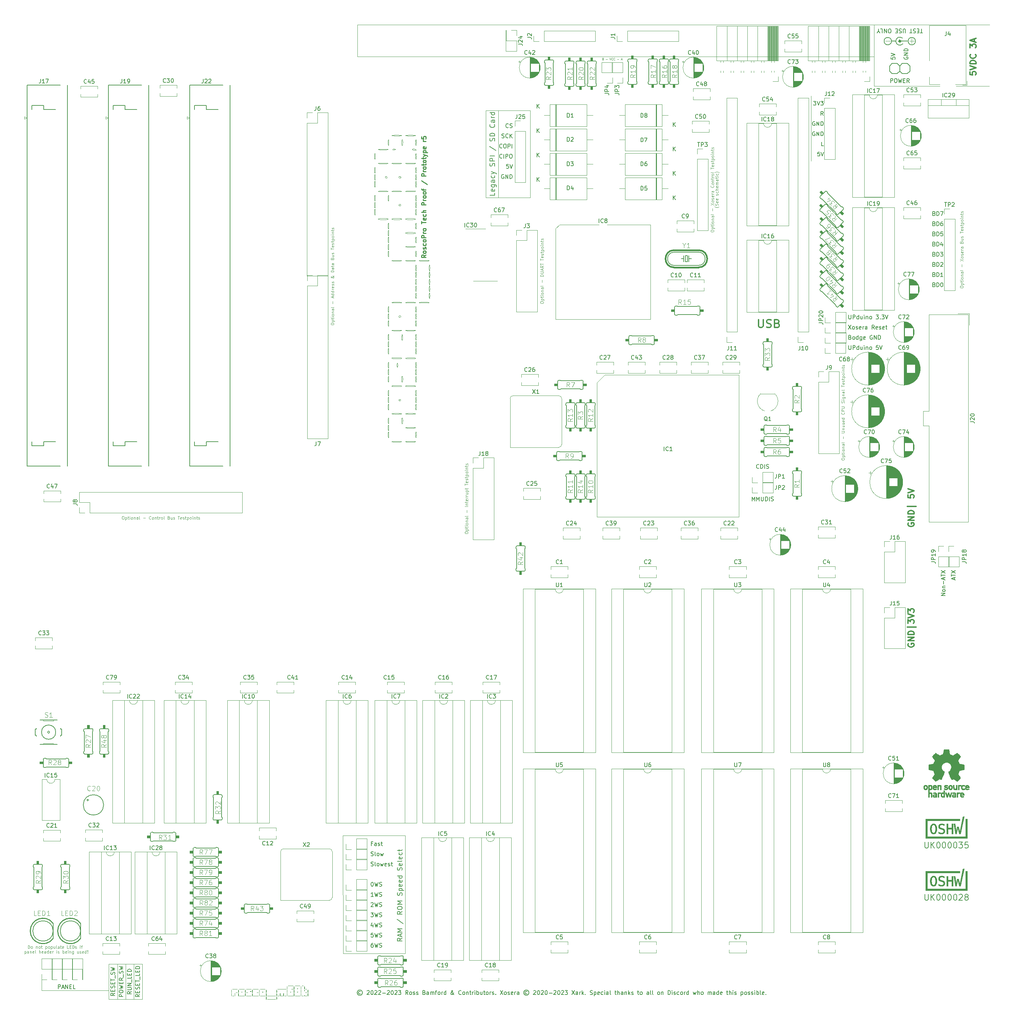
<source format=gbr>
G04 #@! TF.GenerationSoftware,KiCad,Pcbnew,(6.0.0-0)*
G04 #@! TF.CreationDate,2023-11-11T14:38:35+00:00*
G04 #@! TF.ProjectId,rosco_pro_030_proto,726f7363-6f5f-4707-926f-5f3033305f70,p5*
G04 #@! TF.SameCoordinates,Original*
G04 #@! TF.FileFunction,Legend,Top*
G04 #@! TF.FilePolarity,Positive*
%FSLAX46Y46*%
G04 Gerber Fmt 4.6, Leading zero omitted, Abs format (unit mm)*
G04 Created by KiCad (PCBNEW (6.0.0-0)) date 2023-11-11 14:38:35*
%MOMM*%
%LPD*%
G01*
G04 APERTURE LIST*
%ADD10C,0.120000*%
%ADD11C,0.300000*%
%ADD12C,0.150000*%
%ADD13C,0.100000*%
%ADD14C,0.250000*%
%ADD15C,0.200000*%
%ADD16C,0.375000*%
%ADD17C,0.120650*%
%ADD18C,0.152400*%
%ADD19C,0.406400*%
%ADD20C,0.203200*%
%ADD21C,0.254000*%
%ADD22C,0.050800*%
%ADD23C,0.032000*%
%ADD24C,0.002000*%
%ADD25C,0.010000*%
%ADD26C,0.500000*%
%ADD27C,0.002540*%
G04 APERTURE END LIST*
D10*
X162210000Y-70160000D02*
X162210000Y-70010000D01*
X232390000Y-44800000D02*
X232390000Y-61070000D01*
X248140000Y-42300000D02*
X264530000Y-42300000D01*
X119000000Y-35000000D02*
X248160000Y-35000000D01*
X154280000Y-48460000D02*
X154280000Y-70140000D01*
X268590000Y-42300000D02*
X276910000Y-42300000D01*
X151080000Y-70160000D02*
X151080000Y-48450000D01*
X257570000Y-30480000D02*
X257570000Y-31680000D01*
X119000000Y-27000000D02*
X119000000Y-35000000D01*
X57000000Y-261620000D02*
X56850000Y-261620000D01*
X56840000Y-270450000D02*
X56840000Y-261620000D01*
X130987800Y-229514400D02*
X130987800Y-259000000D01*
X115366800Y-229514400D02*
X130987800Y-229514400D01*
X257010000Y-31075000D02*
X258210000Y-31075000D01*
X40072000Y-265490000D02*
X40072000Y-268260000D01*
X59041250Y-270370000D02*
X59041250Y-261640000D01*
X115423597Y-259003411D02*
X115366800Y-229514400D01*
X65243750Y-270440000D02*
X56840000Y-270450000D01*
X251000000Y-31075000D02*
X252150000Y-31075000D01*
X277000000Y-27000000D02*
X119000000Y-27000000D01*
X161650000Y-70160000D02*
X162210000Y-70160000D01*
X151080000Y-48450000D02*
X162210000Y-48450000D01*
X40072000Y-268260000D02*
X40170000Y-268260000D01*
X57000000Y-261620000D02*
X65243750Y-261594600D01*
X63176250Y-270460000D02*
X63176250Y-261640000D01*
X115423597Y-259003411D02*
X130987800Y-259003411D01*
X61108750Y-261600000D02*
X61108750Y-270440000D01*
X65243750Y-261660000D02*
X65243750Y-270440000D01*
X151080000Y-70160000D02*
X161630000Y-70160000D01*
X162210000Y-48450000D02*
X162210000Y-70010000D01*
X40170000Y-268260000D02*
X56840000Y-268260000D01*
X248140000Y-27000000D02*
X248140000Y-42300000D01*
D11*
X219268190Y-100632761D02*
X219268190Y-102251809D01*
X219363428Y-102442285D01*
X219458666Y-102537523D01*
X219649142Y-102632761D01*
X220030095Y-102632761D01*
X220220571Y-102537523D01*
X220315809Y-102442285D01*
X220411047Y-102251809D01*
X220411047Y-100632761D01*
X221268190Y-102537523D02*
X221553904Y-102632761D01*
X222030095Y-102632761D01*
X222220571Y-102537523D01*
X222315809Y-102442285D01*
X222411047Y-102251809D01*
X222411047Y-102061333D01*
X222315809Y-101870857D01*
X222220571Y-101775619D01*
X222030095Y-101680380D01*
X221649142Y-101585142D01*
X221458666Y-101489904D01*
X221363428Y-101394666D01*
X221268190Y-101204190D01*
X221268190Y-101013714D01*
X221363428Y-100823238D01*
X221458666Y-100728000D01*
X221649142Y-100632761D01*
X222125333Y-100632761D01*
X222411047Y-100728000D01*
X223934857Y-101585142D02*
X224220571Y-101680380D01*
X224315809Y-101775619D01*
X224411047Y-101966095D01*
X224411047Y-102251809D01*
X224315809Y-102442285D01*
X224220571Y-102537523D01*
X224030095Y-102632761D01*
X223268190Y-102632761D01*
X223268190Y-100632761D01*
X223934857Y-100632761D01*
X224125333Y-100728000D01*
X224220571Y-100823238D01*
X224315809Y-101013714D01*
X224315809Y-101204190D01*
X224220571Y-101394666D01*
X224125333Y-101489904D01*
X223934857Y-101585142D01*
X223268190Y-101585142D01*
D12*
X241810951Y-99511680D02*
X241810951Y-100321204D01*
X241858570Y-100416442D01*
X241906189Y-100464061D01*
X242001427Y-100511680D01*
X242191904Y-100511680D01*
X242287142Y-100464061D01*
X242334761Y-100416442D01*
X242382380Y-100321204D01*
X242382380Y-99511680D01*
X242858570Y-100511680D02*
X242858570Y-99511680D01*
X243239523Y-99511680D01*
X243334761Y-99559300D01*
X243382380Y-99606919D01*
X243429999Y-99702157D01*
X243429999Y-99845014D01*
X243382380Y-99940252D01*
X243334761Y-99987871D01*
X243239523Y-100035490D01*
X242858570Y-100035490D01*
X244287142Y-100511680D02*
X244287142Y-99511680D01*
X244287142Y-100464061D02*
X244191904Y-100511680D01*
X244001427Y-100511680D01*
X243906189Y-100464061D01*
X243858570Y-100416442D01*
X243810951Y-100321204D01*
X243810951Y-100035490D01*
X243858570Y-99940252D01*
X243906189Y-99892633D01*
X244001427Y-99845014D01*
X244191904Y-99845014D01*
X244287142Y-99892633D01*
X245191904Y-99845014D02*
X245191904Y-100511680D01*
X244763332Y-99845014D02*
X244763332Y-100368823D01*
X244810951Y-100464061D01*
X244906189Y-100511680D01*
X245049046Y-100511680D01*
X245144285Y-100464061D01*
X245191904Y-100416442D01*
X245668094Y-100511680D02*
X245668094Y-99845014D01*
X245668094Y-99511680D02*
X245620475Y-99559300D01*
X245668094Y-99606919D01*
X245715713Y-99559300D01*
X245668094Y-99511680D01*
X245668094Y-99606919D01*
X246144285Y-99845014D02*
X246144285Y-100511680D01*
X246144285Y-99940252D02*
X246191904Y-99892633D01*
X246287142Y-99845014D01*
X246429999Y-99845014D01*
X246525237Y-99892633D01*
X246572856Y-99987871D01*
X246572856Y-100511680D01*
X247191904Y-100511680D02*
X247096665Y-100464061D01*
X247049046Y-100416442D01*
X247001427Y-100321204D01*
X247001427Y-100035490D01*
X247049046Y-99940252D01*
X247096665Y-99892633D01*
X247191904Y-99845014D01*
X247334761Y-99845014D01*
X247429999Y-99892633D01*
X247477618Y-99940252D01*
X247525237Y-100035490D01*
X247525237Y-100321204D01*
X247477618Y-100416442D01*
X247429999Y-100464061D01*
X247334761Y-100511680D01*
X247191904Y-100511680D01*
X248620475Y-99511680D02*
X249239523Y-99511680D01*
X248906189Y-99892633D01*
X249049046Y-99892633D01*
X249144285Y-99940252D01*
X249191904Y-99987871D01*
X249239523Y-100083109D01*
X249239523Y-100321204D01*
X249191904Y-100416442D01*
X249144285Y-100464061D01*
X249049046Y-100511680D01*
X248763332Y-100511680D01*
X248668094Y-100464061D01*
X248620475Y-100416442D01*
X249668094Y-100416442D02*
X249715713Y-100464061D01*
X249668094Y-100511680D01*
X249620475Y-100464061D01*
X249668094Y-100416442D01*
X249668094Y-100511680D01*
X250049046Y-99511680D02*
X250668094Y-99511680D01*
X250334761Y-99892633D01*
X250477618Y-99892633D01*
X250572856Y-99940252D01*
X250620475Y-99987871D01*
X250668094Y-100083109D01*
X250668094Y-100321204D01*
X250620475Y-100416442D01*
X250572856Y-100464061D01*
X250477618Y-100511680D01*
X250191904Y-100511680D01*
X250096665Y-100464061D01*
X250049046Y-100416442D01*
X250953808Y-99511680D02*
X251287142Y-100511680D01*
X251620475Y-99511680D01*
D13*
X207310485Y-78577858D02*
X207310485Y-78435001D01*
X207346200Y-78363572D01*
X207417628Y-78292143D01*
X207560485Y-78256429D01*
X207810485Y-78256429D01*
X207953342Y-78292143D01*
X208024771Y-78363572D01*
X208060485Y-78435001D01*
X208060485Y-78577858D01*
X208024771Y-78649286D01*
X207953342Y-78720715D01*
X207810485Y-78756429D01*
X207560485Y-78756429D01*
X207417628Y-78720715D01*
X207346200Y-78649286D01*
X207310485Y-78577858D01*
X207560485Y-77935001D02*
X208310485Y-77935001D01*
X207596200Y-77935001D02*
X207560485Y-77863572D01*
X207560485Y-77720715D01*
X207596200Y-77649286D01*
X207631914Y-77613572D01*
X207703342Y-77577858D01*
X207917628Y-77577858D01*
X207989057Y-77613572D01*
X208024771Y-77649286D01*
X208060485Y-77720715D01*
X208060485Y-77863572D01*
X208024771Y-77935001D01*
X207560485Y-77363572D02*
X207560485Y-77077858D01*
X207310485Y-77256429D02*
X207953342Y-77256429D01*
X208024771Y-77220715D01*
X208060485Y-77149286D01*
X208060485Y-77077858D01*
X208060485Y-76827858D02*
X207560485Y-76827858D01*
X207310485Y-76827858D02*
X207346200Y-76863572D01*
X207381914Y-76827858D01*
X207346200Y-76792143D01*
X207310485Y-76827858D01*
X207381914Y-76827858D01*
X208060485Y-76363572D02*
X208024771Y-76435001D01*
X207989057Y-76470715D01*
X207917628Y-76506429D01*
X207703342Y-76506429D01*
X207631914Y-76470715D01*
X207596200Y-76435001D01*
X207560485Y-76363572D01*
X207560485Y-76256429D01*
X207596200Y-76185001D01*
X207631914Y-76149286D01*
X207703342Y-76113572D01*
X207917628Y-76113572D01*
X207989057Y-76149286D01*
X208024771Y-76185001D01*
X208060485Y-76256429D01*
X208060485Y-76363572D01*
X207560485Y-75792143D02*
X208060485Y-75792143D01*
X207631914Y-75792143D02*
X207596200Y-75756429D01*
X207560485Y-75685001D01*
X207560485Y-75577858D01*
X207596200Y-75506429D01*
X207667628Y-75470715D01*
X208060485Y-75470715D01*
X208060485Y-74792143D02*
X207667628Y-74792143D01*
X207596200Y-74827858D01*
X207560485Y-74899286D01*
X207560485Y-75042143D01*
X207596200Y-75113572D01*
X208024771Y-74792143D02*
X208060485Y-74863572D01*
X208060485Y-75042143D01*
X208024771Y-75113572D01*
X207953342Y-75149286D01*
X207881914Y-75149286D01*
X207810485Y-75113572D01*
X207774771Y-75042143D01*
X207774771Y-74863572D01*
X207739057Y-74792143D01*
X208060485Y-74327858D02*
X208024771Y-74399286D01*
X207953342Y-74435001D01*
X207310485Y-74435001D01*
X207774771Y-73470715D02*
X207774771Y-72899286D01*
X207310485Y-72042143D02*
X208060485Y-71542143D01*
X207310485Y-71542143D02*
X208060485Y-72042143D01*
X208060485Y-71149286D02*
X208024771Y-71220715D01*
X207989057Y-71256429D01*
X207917628Y-71292143D01*
X207703342Y-71292143D01*
X207631914Y-71256429D01*
X207596200Y-71220715D01*
X207560485Y-71149286D01*
X207560485Y-71042143D01*
X207596200Y-70970715D01*
X207631914Y-70935001D01*
X207703342Y-70899286D01*
X207917628Y-70899286D01*
X207989057Y-70935001D01*
X208024771Y-70970715D01*
X208060485Y-71042143D01*
X208060485Y-71149286D01*
X208024771Y-70613572D02*
X208060485Y-70542143D01*
X208060485Y-70399286D01*
X208024771Y-70327858D01*
X207953342Y-70292143D01*
X207917628Y-70292143D01*
X207846200Y-70327858D01*
X207810485Y-70399286D01*
X207810485Y-70506429D01*
X207774771Y-70577858D01*
X207703342Y-70613572D01*
X207667628Y-70613572D01*
X207596200Y-70577858D01*
X207560485Y-70506429D01*
X207560485Y-70399286D01*
X207596200Y-70327858D01*
X208024771Y-69685001D02*
X208060485Y-69756429D01*
X208060485Y-69899286D01*
X208024771Y-69970715D01*
X207953342Y-70006429D01*
X207667628Y-70006429D01*
X207596200Y-69970715D01*
X207560485Y-69899286D01*
X207560485Y-69756429D01*
X207596200Y-69685001D01*
X207667628Y-69649286D01*
X207739057Y-69649286D01*
X207810485Y-70006429D01*
X208060485Y-69327858D02*
X207560485Y-69327858D01*
X207703342Y-69327858D02*
X207631914Y-69292143D01*
X207596200Y-69256429D01*
X207560485Y-69185001D01*
X207560485Y-69113572D01*
X208060485Y-68542143D02*
X207667628Y-68542143D01*
X207596200Y-68577858D01*
X207560485Y-68649286D01*
X207560485Y-68792143D01*
X207596200Y-68863572D01*
X208024771Y-68542143D02*
X208060485Y-68613572D01*
X208060485Y-68792143D01*
X208024771Y-68863572D01*
X207953342Y-68899286D01*
X207881914Y-68899286D01*
X207810485Y-68863572D01*
X207774771Y-68792143D01*
X207774771Y-68613572D01*
X207739057Y-68542143D01*
X207989057Y-67185001D02*
X208024771Y-67220715D01*
X208060485Y-67327858D01*
X208060485Y-67399286D01*
X208024771Y-67506429D01*
X207953342Y-67577858D01*
X207881914Y-67613572D01*
X207739057Y-67649286D01*
X207631914Y-67649286D01*
X207489057Y-67613572D01*
X207417628Y-67577858D01*
X207346200Y-67506429D01*
X207310485Y-67399286D01*
X207310485Y-67327858D01*
X207346200Y-67220715D01*
X207381914Y-67185001D01*
X208060485Y-66756429D02*
X208024771Y-66827858D01*
X207989057Y-66863572D01*
X207917628Y-66899286D01*
X207703342Y-66899286D01*
X207631914Y-66863572D01*
X207596200Y-66827858D01*
X207560485Y-66756429D01*
X207560485Y-66649286D01*
X207596200Y-66577858D01*
X207631914Y-66542143D01*
X207703342Y-66506429D01*
X207917628Y-66506429D01*
X207989057Y-66542143D01*
X208024771Y-66577858D01*
X208060485Y-66649286D01*
X208060485Y-66756429D01*
X207560485Y-66185001D02*
X208060485Y-66185001D01*
X207631914Y-66185001D02*
X207596200Y-66149286D01*
X207560485Y-66077858D01*
X207560485Y-65970715D01*
X207596200Y-65899286D01*
X207667628Y-65863572D01*
X208060485Y-65863572D01*
X207560485Y-65613572D02*
X207560485Y-65327858D01*
X207310485Y-65506429D02*
X207953342Y-65506429D01*
X208024771Y-65470715D01*
X208060485Y-65399286D01*
X208060485Y-65327858D01*
X208060485Y-65077858D02*
X207560485Y-65077858D01*
X207703342Y-65077858D02*
X207631914Y-65042143D01*
X207596200Y-65006429D01*
X207560485Y-64935001D01*
X207560485Y-64863572D01*
X208060485Y-64506429D02*
X208024771Y-64577858D01*
X207989057Y-64613572D01*
X207917628Y-64649286D01*
X207703342Y-64649286D01*
X207631914Y-64613572D01*
X207596200Y-64577858D01*
X207560485Y-64506429D01*
X207560485Y-64399286D01*
X207596200Y-64327858D01*
X207631914Y-64292143D01*
X207703342Y-64256429D01*
X207917628Y-64256429D01*
X207989057Y-64292143D01*
X208024771Y-64327858D01*
X208060485Y-64399286D01*
X208060485Y-64506429D01*
X208060485Y-63827858D02*
X208024771Y-63899286D01*
X207953342Y-63935001D01*
X207310485Y-63935001D01*
X207310485Y-63077858D02*
X207310485Y-62649286D01*
X208060485Y-62863572D02*
X207310485Y-62863572D01*
X208024771Y-62113572D02*
X208060485Y-62185001D01*
X208060485Y-62327858D01*
X208024771Y-62399286D01*
X207953342Y-62435001D01*
X207667628Y-62435001D01*
X207596200Y-62399286D01*
X207560485Y-62327858D01*
X207560485Y-62185001D01*
X207596200Y-62113572D01*
X207667628Y-62077858D01*
X207739057Y-62077858D01*
X207810485Y-62435001D01*
X208024771Y-61792143D02*
X208060485Y-61720715D01*
X208060485Y-61577858D01*
X208024771Y-61506429D01*
X207953342Y-61470715D01*
X207917628Y-61470715D01*
X207846200Y-61506429D01*
X207810485Y-61577858D01*
X207810485Y-61685001D01*
X207774771Y-61756429D01*
X207703342Y-61792143D01*
X207667628Y-61792143D01*
X207596200Y-61756429D01*
X207560485Y-61685001D01*
X207560485Y-61577858D01*
X207596200Y-61506429D01*
X207560485Y-61256429D02*
X207560485Y-60970715D01*
X207310485Y-61149286D02*
X207953342Y-61149286D01*
X208024771Y-61113572D01*
X208060485Y-61042143D01*
X208060485Y-60970715D01*
X207560485Y-60720715D02*
X208310485Y-60720715D01*
X207596200Y-60720715D02*
X207560485Y-60649286D01*
X207560485Y-60506429D01*
X207596200Y-60435001D01*
X207631914Y-60399286D01*
X207703342Y-60363572D01*
X207917628Y-60363572D01*
X207989057Y-60399286D01*
X208024771Y-60435001D01*
X208060485Y-60506429D01*
X208060485Y-60649286D01*
X208024771Y-60720715D01*
X208060485Y-59935001D02*
X208024771Y-60006429D01*
X207989057Y-60042143D01*
X207917628Y-60077858D01*
X207703342Y-60077858D01*
X207631914Y-60042143D01*
X207596200Y-60006429D01*
X207560485Y-59935001D01*
X207560485Y-59827858D01*
X207596200Y-59756429D01*
X207631914Y-59720715D01*
X207703342Y-59685001D01*
X207917628Y-59685001D01*
X207989057Y-59720715D01*
X208024771Y-59756429D01*
X208060485Y-59827858D01*
X208060485Y-59935001D01*
X208060485Y-59363572D02*
X207560485Y-59363572D01*
X207310485Y-59363572D02*
X207346200Y-59399286D01*
X207381914Y-59363572D01*
X207346200Y-59327858D01*
X207310485Y-59363572D01*
X207381914Y-59363572D01*
X207560485Y-59006429D02*
X208060485Y-59006429D01*
X207631914Y-59006429D02*
X207596200Y-58970715D01*
X207560485Y-58899286D01*
X207560485Y-58792143D01*
X207596200Y-58720715D01*
X207667628Y-58685001D01*
X208060485Y-58685001D01*
X207560485Y-58435001D02*
X207560485Y-58149286D01*
X207310485Y-58327858D02*
X207953342Y-58327858D01*
X208024771Y-58292143D01*
X208060485Y-58220715D01*
X208060485Y-58149286D01*
X208024771Y-57935001D02*
X208060485Y-57863572D01*
X208060485Y-57720715D01*
X208024771Y-57649286D01*
X207953342Y-57613572D01*
X207917628Y-57613572D01*
X207846200Y-57649286D01*
X207810485Y-57720715D01*
X207810485Y-57827858D01*
X207774771Y-57899286D01*
X207703342Y-57935001D01*
X207667628Y-57935001D01*
X207596200Y-57899286D01*
X207560485Y-57827858D01*
X207560485Y-57720715D01*
X207596200Y-57649286D01*
D11*
X256679000Y-151489715D02*
X256607571Y-151632572D01*
X256607571Y-151846858D01*
X256679000Y-152061143D01*
X256821857Y-152204001D01*
X256964714Y-152275429D01*
X257250428Y-152346858D01*
X257464714Y-152346858D01*
X257750428Y-152275429D01*
X257893285Y-152204001D01*
X258036142Y-152061143D01*
X258107571Y-151846858D01*
X258107571Y-151704001D01*
X258036142Y-151489715D01*
X257964714Y-151418286D01*
X257464714Y-151418286D01*
X257464714Y-151704001D01*
X258107571Y-150775429D02*
X256607571Y-150775429D01*
X258107571Y-149918286D01*
X256607571Y-149918286D01*
X258107571Y-149204001D02*
X256607571Y-149204001D01*
X256607571Y-148846858D01*
X256679000Y-148632572D01*
X256821857Y-148489715D01*
X256964714Y-148418286D01*
X257250428Y-148346858D01*
X257464714Y-148346858D01*
X257750428Y-148418286D01*
X257893285Y-148489715D01*
X258036142Y-148632572D01*
X258107571Y-148846858D01*
X258107571Y-149204001D01*
X258607571Y-147346858D02*
X256464714Y-147346858D01*
X256607571Y-144418286D02*
X256607571Y-145132572D01*
X257321857Y-145204001D01*
X257250428Y-145132572D01*
X257179000Y-144989715D01*
X257179000Y-144632572D01*
X257250428Y-144489715D01*
X257321857Y-144418286D01*
X257464714Y-144346858D01*
X257821857Y-144346858D01*
X257964714Y-144418286D01*
X258036142Y-144489715D01*
X258107571Y-144632572D01*
X258107571Y-144989715D01*
X258036142Y-145132572D01*
X257964714Y-145204001D01*
X256607571Y-143918286D02*
X258107571Y-143418286D01*
X256607571Y-142918286D01*
D13*
X60370242Y-149780085D02*
X60513100Y-149780085D01*
X60584528Y-149815800D01*
X60655957Y-149887228D01*
X60691671Y-150030085D01*
X60691671Y-150280085D01*
X60655957Y-150422942D01*
X60584528Y-150494371D01*
X60513100Y-150530085D01*
X60370242Y-150530085D01*
X60298814Y-150494371D01*
X60227385Y-150422942D01*
X60191671Y-150280085D01*
X60191671Y-150030085D01*
X60227385Y-149887228D01*
X60298814Y-149815800D01*
X60370242Y-149780085D01*
X61013100Y-150030085D02*
X61013100Y-150780085D01*
X61013100Y-150065800D02*
X61084528Y-150030085D01*
X61227385Y-150030085D01*
X61298814Y-150065800D01*
X61334528Y-150101514D01*
X61370242Y-150172942D01*
X61370242Y-150387228D01*
X61334528Y-150458657D01*
X61298814Y-150494371D01*
X61227385Y-150530085D01*
X61084528Y-150530085D01*
X61013100Y-150494371D01*
X61584528Y-150030085D02*
X61870242Y-150030085D01*
X61691671Y-149780085D02*
X61691671Y-150422942D01*
X61727385Y-150494371D01*
X61798814Y-150530085D01*
X61870242Y-150530085D01*
X62120242Y-150530085D02*
X62120242Y-150030085D01*
X62120242Y-149780085D02*
X62084528Y-149815800D01*
X62120242Y-149851514D01*
X62155957Y-149815800D01*
X62120242Y-149780085D01*
X62120242Y-149851514D01*
X62584528Y-150530085D02*
X62513100Y-150494371D01*
X62477385Y-150458657D01*
X62441671Y-150387228D01*
X62441671Y-150172942D01*
X62477385Y-150101514D01*
X62513100Y-150065800D01*
X62584528Y-150030085D01*
X62691671Y-150030085D01*
X62763100Y-150065800D01*
X62798814Y-150101514D01*
X62834528Y-150172942D01*
X62834528Y-150387228D01*
X62798814Y-150458657D01*
X62763100Y-150494371D01*
X62691671Y-150530085D01*
X62584528Y-150530085D01*
X63155957Y-150030085D02*
X63155957Y-150530085D01*
X63155957Y-150101514D02*
X63191671Y-150065800D01*
X63263100Y-150030085D01*
X63370242Y-150030085D01*
X63441671Y-150065800D01*
X63477385Y-150137228D01*
X63477385Y-150530085D01*
X64155957Y-150530085D02*
X64155957Y-150137228D01*
X64120242Y-150065800D01*
X64048814Y-150030085D01*
X63905957Y-150030085D01*
X63834528Y-150065800D01*
X64155957Y-150494371D02*
X64084528Y-150530085D01*
X63905957Y-150530085D01*
X63834528Y-150494371D01*
X63798814Y-150422942D01*
X63798814Y-150351514D01*
X63834528Y-150280085D01*
X63905957Y-150244371D01*
X64084528Y-150244371D01*
X64155957Y-150208657D01*
X64620242Y-150530085D02*
X64548814Y-150494371D01*
X64513100Y-150422942D01*
X64513100Y-149780085D01*
X65477385Y-150244371D02*
X66048814Y-150244371D01*
X67405957Y-150458657D02*
X67370242Y-150494371D01*
X67263100Y-150530085D01*
X67191671Y-150530085D01*
X67084528Y-150494371D01*
X67013100Y-150422942D01*
X66977385Y-150351514D01*
X66941671Y-150208657D01*
X66941671Y-150101514D01*
X66977385Y-149958657D01*
X67013100Y-149887228D01*
X67084528Y-149815800D01*
X67191671Y-149780085D01*
X67263100Y-149780085D01*
X67370242Y-149815800D01*
X67405957Y-149851514D01*
X67834528Y-150530085D02*
X67763100Y-150494371D01*
X67727385Y-150458657D01*
X67691671Y-150387228D01*
X67691671Y-150172942D01*
X67727385Y-150101514D01*
X67763100Y-150065800D01*
X67834528Y-150030085D01*
X67941671Y-150030085D01*
X68013100Y-150065800D01*
X68048814Y-150101514D01*
X68084528Y-150172942D01*
X68084528Y-150387228D01*
X68048814Y-150458657D01*
X68013100Y-150494371D01*
X67941671Y-150530085D01*
X67834528Y-150530085D01*
X68405957Y-150030085D02*
X68405957Y-150530085D01*
X68405957Y-150101514D02*
X68441671Y-150065800D01*
X68513100Y-150030085D01*
X68620242Y-150030085D01*
X68691671Y-150065800D01*
X68727385Y-150137228D01*
X68727385Y-150530085D01*
X68977385Y-150030085D02*
X69263100Y-150030085D01*
X69084528Y-149780085D02*
X69084528Y-150422942D01*
X69120242Y-150494371D01*
X69191671Y-150530085D01*
X69263100Y-150530085D01*
X69513100Y-150530085D02*
X69513100Y-150030085D01*
X69513100Y-150172942D02*
X69548814Y-150101514D01*
X69584528Y-150065800D01*
X69655957Y-150030085D01*
X69727385Y-150030085D01*
X70084528Y-150530085D02*
X70013100Y-150494371D01*
X69977385Y-150458657D01*
X69941671Y-150387228D01*
X69941671Y-150172942D01*
X69977385Y-150101514D01*
X70013100Y-150065800D01*
X70084528Y-150030085D01*
X70191671Y-150030085D01*
X70263100Y-150065800D01*
X70298814Y-150101514D01*
X70334528Y-150172942D01*
X70334528Y-150387228D01*
X70298814Y-150458657D01*
X70263100Y-150494371D01*
X70191671Y-150530085D01*
X70084528Y-150530085D01*
X70763100Y-150530085D02*
X70691671Y-150494371D01*
X70655957Y-150422942D01*
X70655957Y-149780085D01*
X71870242Y-150137228D02*
X71977385Y-150172942D01*
X72013100Y-150208657D01*
X72048814Y-150280085D01*
X72048814Y-150387228D01*
X72013100Y-150458657D01*
X71977385Y-150494371D01*
X71905957Y-150530085D01*
X71620242Y-150530085D01*
X71620242Y-149780085D01*
X71870242Y-149780085D01*
X71941671Y-149815800D01*
X71977385Y-149851514D01*
X72013100Y-149922942D01*
X72013100Y-149994371D01*
X71977385Y-150065800D01*
X71941671Y-150101514D01*
X71870242Y-150137228D01*
X71620242Y-150137228D01*
X72691671Y-150030085D02*
X72691671Y-150530085D01*
X72370242Y-150030085D02*
X72370242Y-150422942D01*
X72405957Y-150494371D01*
X72477385Y-150530085D01*
X72584528Y-150530085D01*
X72655957Y-150494371D01*
X72691671Y-150458657D01*
X73013100Y-150494371D02*
X73084528Y-150530085D01*
X73227385Y-150530085D01*
X73298814Y-150494371D01*
X73334528Y-150422942D01*
X73334528Y-150387228D01*
X73298814Y-150315800D01*
X73227385Y-150280085D01*
X73120242Y-150280085D01*
X73048814Y-150244371D01*
X73013100Y-150172942D01*
X73013100Y-150137228D01*
X73048814Y-150065800D01*
X73120242Y-150030085D01*
X73227385Y-150030085D01*
X73298814Y-150065800D01*
X74120242Y-149780085D02*
X74548814Y-149780085D01*
X74334528Y-150530085D02*
X74334528Y-149780085D01*
X75084528Y-150494371D02*
X75013100Y-150530085D01*
X74870242Y-150530085D01*
X74798814Y-150494371D01*
X74763100Y-150422942D01*
X74763100Y-150137228D01*
X74798814Y-150065800D01*
X74870242Y-150030085D01*
X75013100Y-150030085D01*
X75084528Y-150065800D01*
X75120242Y-150137228D01*
X75120242Y-150208657D01*
X74763100Y-150280085D01*
X75405957Y-150494371D02*
X75477385Y-150530085D01*
X75620242Y-150530085D01*
X75691671Y-150494371D01*
X75727385Y-150422942D01*
X75727385Y-150387228D01*
X75691671Y-150315800D01*
X75620242Y-150280085D01*
X75513100Y-150280085D01*
X75441671Y-150244371D01*
X75405957Y-150172942D01*
X75405957Y-150137228D01*
X75441671Y-150065800D01*
X75513100Y-150030085D01*
X75620242Y-150030085D01*
X75691671Y-150065800D01*
X75941671Y-150030085D02*
X76227385Y-150030085D01*
X76048814Y-149780085D02*
X76048814Y-150422942D01*
X76084528Y-150494371D01*
X76155957Y-150530085D01*
X76227385Y-150530085D01*
X76477385Y-150030085D02*
X76477385Y-150780085D01*
X76477385Y-150065800D02*
X76548814Y-150030085D01*
X76691671Y-150030085D01*
X76763100Y-150065800D01*
X76798814Y-150101514D01*
X76834528Y-150172942D01*
X76834528Y-150387228D01*
X76798814Y-150458657D01*
X76763100Y-150494371D01*
X76691671Y-150530085D01*
X76548814Y-150530085D01*
X76477385Y-150494371D01*
X77263100Y-150530085D02*
X77191671Y-150494371D01*
X77155957Y-150458657D01*
X77120242Y-150387228D01*
X77120242Y-150172942D01*
X77155957Y-150101514D01*
X77191671Y-150065800D01*
X77263100Y-150030085D01*
X77370242Y-150030085D01*
X77441671Y-150065800D01*
X77477385Y-150101514D01*
X77513100Y-150172942D01*
X77513100Y-150387228D01*
X77477385Y-150458657D01*
X77441671Y-150494371D01*
X77370242Y-150530085D01*
X77263100Y-150530085D01*
X77834528Y-150530085D02*
X77834528Y-150030085D01*
X77834528Y-149780085D02*
X77798814Y-149815800D01*
X77834528Y-149851514D01*
X77870242Y-149815800D01*
X77834528Y-149780085D01*
X77834528Y-149851514D01*
X78191671Y-150030085D02*
X78191671Y-150530085D01*
X78191671Y-150101514D02*
X78227385Y-150065800D01*
X78298814Y-150030085D01*
X78405957Y-150030085D01*
X78477385Y-150065800D01*
X78513100Y-150137228D01*
X78513100Y-150530085D01*
X78763100Y-150030085D02*
X79048814Y-150030085D01*
X78870242Y-149780085D02*
X78870242Y-150422942D01*
X78905957Y-150494371D01*
X78977385Y-150530085D01*
X79048814Y-150530085D01*
X79263100Y-150494371D02*
X79334528Y-150530085D01*
X79477385Y-150530085D01*
X79548814Y-150494371D01*
X79584528Y-150422942D01*
X79584528Y-150387228D01*
X79548814Y-150315800D01*
X79477385Y-150280085D01*
X79370242Y-150280085D01*
X79298814Y-150244371D01*
X79263100Y-150172942D01*
X79263100Y-150137228D01*
X79298814Y-150065800D01*
X79370242Y-150030085D01*
X79477385Y-150030085D01*
X79548814Y-150065800D01*
X209436200Y-72417142D02*
X209400485Y-72452857D01*
X209293342Y-72524285D01*
X209221914Y-72560000D01*
X209114771Y-72595714D01*
X208936200Y-72631428D01*
X208793342Y-72631428D01*
X208614771Y-72595714D01*
X208507628Y-72560000D01*
X208436200Y-72524285D01*
X208329057Y-72452857D01*
X208293342Y-72417142D01*
X209114771Y-72167142D02*
X209150485Y-72060000D01*
X209150485Y-71881428D01*
X209114771Y-71810000D01*
X209079057Y-71774285D01*
X209007628Y-71738571D01*
X208936200Y-71738571D01*
X208864771Y-71774285D01*
X208829057Y-71810000D01*
X208793342Y-71881428D01*
X208757628Y-72024285D01*
X208721914Y-72095714D01*
X208686200Y-72131428D01*
X208614771Y-72167142D01*
X208543342Y-72167142D01*
X208471914Y-72131428D01*
X208436200Y-72095714D01*
X208400485Y-72024285D01*
X208400485Y-71845714D01*
X208436200Y-71738571D01*
X209114771Y-71131428D02*
X209150485Y-71202857D01*
X209150485Y-71345714D01*
X209114771Y-71417142D01*
X209043342Y-71452857D01*
X208757628Y-71452857D01*
X208686200Y-71417142D01*
X208650485Y-71345714D01*
X208650485Y-71202857D01*
X208686200Y-71131428D01*
X208757628Y-71095714D01*
X208829057Y-71095714D01*
X208900485Y-71452857D01*
X209114771Y-70488571D02*
X209150485Y-70560000D01*
X209150485Y-70702857D01*
X209114771Y-70774285D01*
X209043342Y-70810000D01*
X208757628Y-70810000D01*
X208686200Y-70774285D01*
X208650485Y-70702857D01*
X208650485Y-70560000D01*
X208686200Y-70488571D01*
X208757628Y-70452857D01*
X208829057Y-70452857D01*
X208900485Y-70810000D01*
X209114771Y-69595714D02*
X209150485Y-69524285D01*
X209150485Y-69381428D01*
X209114771Y-69310000D01*
X209043342Y-69274285D01*
X209007628Y-69274285D01*
X208936200Y-69310000D01*
X208900485Y-69381428D01*
X208900485Y-69488571D01*
X208864771Y-69560000D01*
X208793342Y-69595714D01*
X208757628Y-69595714D01*
X208686200Y-69560000D01*
X208650485Y-69488571D01*
X208650485Y-69381428D01*
X208686200Y-69310000D01*
X209114771Y-68631428D02*
X209150485Y-68702857D01*
X209150485Y-68845714D01*
X209114771Y-68917142D01*
X209079057Y-68952857D01*
X209007628Y-68988571D01*
X208793342Y-68988571D01*
X208721914Y-68952857D01*
X208686200Y-68917142D01*
X208650485Y-68845714D01*
X208650485Y-68702857D01*
X208686200Y-68631428D01*
X209150485Y-68310000D02*
X208400485Y-68310000D01*
X209150485Y-67988571D02*
X208757628Y-67988571D01*
X208686200Y-68024285D01*
X208650485Y-68095714D01*
X208650485Y-68202857D01*
X208686200Y-68274285D01*
X208721914Y-68310000D01*
X209114771Y-67345714D02*
X209150485Y-67417142D01*
X209150485Y-67560000D01*
X209114771Y-67631428D01*
X209043342Y-67667142D01*
X208757628Y-67667142D01*
X208686200Y-67631428D01*
X208650485Y-67560000D01*
X208650485Y-67417142D01*
X208686200Y-67345714D01*
X208757628Y-67310000D01*
X208829057Y-67310000D01*
X208900485Y-67667142D01*
X209150485Y-66988571D02*
X208650485Y-66988571D01*
X208721914Y-66988571D02*
X208686200Y-66952857D01*
X208650485Y-66881428D01*
X208650485Y-66774285D01*
X208686200Y-66702857D01*
X208757628Y-66667142D01*
X209150485Y-66667142D01*
X208757628Y-66667142D02*
X208686200Y-66631428D01*
X208650485Y-66560000D01*
X208650485Y-66452857D01*
X208686200Y-66381428D01*
X208757628Y-66345714D01*
X209150485Y-66345714D01*
X209150485Y-65667142D02*
X208757628Y-65667142D01*
X208686200Y-65702857D01*
X208650485Y-65774285D01*
X208650485Y-65917142D01*
X208686200Y-65988571D01*
X209114771Y-65667142D02*
X209150485Y-65738571D01*
X209150485Y-65917142D01*
X209114771Y-65988571D01*
X209043342Y-66024285D01*
X208971914Y-66024285D01*
X208900485Y-65988571D01*
X208864771Y-65917142D01*
X208864771Y-65738571D01*
X208829057Y-65667142D01*
X208650485Y-65417142D02*
X208650485Y-65131428D01*
X208400485Y-65310000D02*
X209043342Y-65310000D01*
X209114771Y-65274285D01*
X209150485Y-65202857D01*
X209150485Y-65131428D01*
X209150485Y-64881428D02*
X208650485Y-64881428D01*
X208400485Y-64881428D02*
X208436200Y-64917142D01*
X208471914Y-64881428D01*
X208436200Y-64845714D01*
X208400485Y-64881428D01*
X208471914Y-64881428D01*
X209114771Y-64202857D02*
X209150485Y-64274285D01*
X209150485Y-64417142D01*
X209114771Y-64488571D01*
X209079057Y-64524285D01*
X209007628Y-64560000D01*
X208793342Y-64560000D01*
X208721914Y-64524285D01*
X208686200Y-64488571D01*
X208650485Y-64417142D01*
X208650485Y-64274285D01*
X208686200Y-64202857D01*
X209436200Y-63952857D02*
X209400485Y-63917142D01*
X209293342Y-63845714D01*
X209221914Y-63810000D01*
X209114771Y-63774285D01*
X208936200Y-63738571D01*
X208793342Y-63738571D01*
X208614771Y-63774285D01*
X208507628Y-63810000D01*
X208436200Y-63845714D01*
X208329057Y-63917142D01*
X208293342Y-63952857D01*
D12*
X155161905Y-57699642D02*
X155114286Y-57747261D01*
X154971428Y-57794880D01*
X154876190Y-57794880D01*
X154733333Y-57747261D01*
X154638095Y-57652023D01*
X154590476Y-57556785D01*
X154542857Y-57366309D01*
X154542857Y-57223452D01*
X154590476Y-57032976D01*
X154638095Y-56937738D01*
X154733333Y-56842500D01*
X154876190Y-56794880D01*
X154971428Y-56794880D01*
X155114286Y-56842500D01*
X155161905Y-56890119D01*
X155780952Y-56794880D02*
X155971428Y-56794880D01*
X156066666Y-56842500D01*
X156161905Y-56937738D01*
X156209524Y-57128214D01*
X156209524Y-57461547D01*
X156161905Y-57652023D01*
X156066666Y-57747261D01*
X155971428Y-57794880D01*
X155780952Y-57794880D01*
X155685714Y-57747261D01*
X155590476Y-57652023D01*
X155542857Y-57461547D01*
X155542857Y-57128214D01*
X155590476Y-56937738D01*
X155685714Y-56842500D01*
X155780952Y-56794880D01*
X156638095Y-57794880D02*
X156638095Y-56794880D01*
X157019047Y-56794880D01*
X157114286Y-56842500D01*
X157161905Y-56890119D01*
X157209524Y-56985357D01*
X157209524Y-57128214D01*
X157161905Y-57223452D01*
X157114286Y-57271071D01*
X157019047Y-57318690D01*
X156638095Y-57318690D01*
X157638095Y-57794880D02*
X157638095Y-56794880D01*
X232991904Y-46114880D02*
X233610952Y-46114880D01*
X233277619Y-46495833D01*
X233420476Y-46495833D01*
X233515714Y-46543452D01*
X233563333Y-46591071D01*
X233610952Y-46686309D01*
X233610952Y-46924404D01*
X233563333Y-47019642D01*
X233515714Y-47067261D01*
X233420476Y-47114880D01*
X233134761Y-47114880D01*
X233039523Y-47067261D01*
X232991904Y-47019642D01*
X233896666Y-46114880D02*
X234230000Y-47114880D01*
X234563333Y-46114880D01*
X234801428Y-46114880D02*
X235420476Y-46114880D01*
X235087142Y-46495833D01*
X235230000Y-46495833D01*
X235325238Y-46543452D01*
X235372857Y-46591071D01*
X235420476Y-46686309D01*
X235420476Y-46924404D01*
X235372857Y-47019642D01*
X235325238Y-47067261D01*
X235230000Y-47114880D01*
X234944285Y-47114880D01*
X234849047Y-47067261D01*
X234801428Y-47019642D01*
X122656742Y-241193880D02*
X122751981Y-241193880D01*
X122847219Y-241241500D01*
X122894838Y-241289119D01*
X122942457Y-241384357D01*
X122990076Y-241574833D01*
X122990076Y-241812928D01*
X122942457Y-242003404D01*
X122894838Y-242098642D01*
X122847219Y-242146261D01*
X122751981Y-242193880D01*
X122656742Y-242193880D01*
X122561504Y-242146261D01*
X122513885Y-242098642D01*
X122466266Y-242003404D01*
X122418647Y-241812928D01*
X122418647Y-241574833D01*
X122466266Y-241384357D01*
X122513885Y-241289119D01*
X122561504Y-241241500D01*
X122656742Y-241193880D01*
X123323409Y-241193880D02*
X123561504Y-242193880D01*
X123751981Y-241479595D01*
X123942457Y-242193880D01*
X124180552Y-241193880D01*
X124513885Y-242146261D02*
X124656742Y-242193880D01*
X124894838Y-242193880D01*
X124990076Y-242146261D01*
X125037695Y-242098642D01*
X125085314Y-242003404D01*
X125085314Y-241908166D01*
X125037695Y-241812928D01*
X124990076Y-241765309D01*
X124894838Y-241717690D01*
X124704361Y-241670071D01*
X124609123Y-241622452D01*
X124561504Y-241574833D01*
X124513885Y-241479595D01*
X124513885Y-241384357D01*
X124561504Y-241289119D01*
X124609123Y-241241500D01*
X124704361Y-241193880D01*
X124942457Y-241193880D01*
X125085314Y-241241500D01*
X235420476Y-49654880D02*
X235087143Y-49178690D01*
X234849048Y-49654880D02*
X234849048Y-48654880D01*
X235230000Y-48654880D01*
X235325238Y-48702500D01*
X235372857Y-48750119D01*
X235420476Y-48845357D01*
X235420476Y-48988214D01*
X235372857Y-49083452D01*
X235325238Y-49131071D01*
X235230000Y-49178690D01*
X234849048Y-49178690D01*
X242144285Y-105069071D02*
X242287142Y-105116690D01*
X242334761Y-105164309D01*
X242382380Y-105259547D01*
X242382380Y-105402404D01*
X242334761Y-105497642D01*
X242287142Y-105545261D01*
X242191904Y-105592880D01*
X241810952Y-105592880D01*
X241810952Y-104592880D01*
X242144285Y-104592880D01*
X242239523Y-104640500D01*
X242287142Y-104688119D01*
X242334761Y-104783357D01*
X242334761Y-104878595D01*
X242287142Y-104973833D01*
X242239523Y-105021452D01*
X242144285Y-105069071D01*
X241810952Y-105069071D01*
X242953809Y-105592880D02*
X242858571Y-105545261D01*
X242810952Y-105497642D01*
X242763333Y-105402404D01*
X242763333Y-105116690D01*
X242810952Y-105021452D01*
X242858571Y-104973833D01*
X242953809Y-104926214D01*
X243096666Y-104926214D01*
X243191904Y-104973833D01*
X243239523Y-105021452D01*
X243287142Y-105116690D01*
X243287142Y-105402404D01*
X243239523Y-105497642D01*
X243191904Y-105545261D01*
X243096666Y-105592880D01*
X242953809Y-105592880D01*
X244144285Y-105592880D02*
X244144285Y-104592880D01*
X244144285Y-105545261D02*
X244049047Y-105592880D01*
X243858571Y-105592880D01*
X243763333Y-105545261D01*
X243715713Y-105497642D01*
X243668094Y-105402404D01*
X243668094Y-105116690D01*
X243715713Y-105021452D01*
X243763333Y-104973833D01*
X243858571Y-104926214D01*
X244049047Y-104926214D01*
X244144285Y-104973833D01*
X245049047Y-104926214D02*
X245049047Y-105735738D01*
X245001428Y-105830976D01*
X244953809Y-105878595D01*
X244858571Y-105926214D01*
X244715713Y-105926214D01*
X244620475Y-105878595D01*
X245049047Y-105545261D02*
X244953809Y-105592880D01*
X244763333Y-105592880D01*
X244668094Y-105545261D01*
X244620475Y-105497642D01*
X244572856Y-105402404D01*
X244572856Y-105116690D01*
X244620475Y-105021452D01*
X244668094Y-104973833D01*
X244763333Y-104926214D01*
X244953809Y-104926214D01*
X245049047Y-104973833D01*
X245906190Y-105545261D02*
X245810952Y-105592880D01*
X245620475Y-105592880D01*
X245525237Y-105545261D01*
X245477618Y-105450023D01*
X245477618Y-105069071D01*
X245525237Y-104973833D01*
X245620475Y-104926214D01*
X245810952Y-104926214D01*
X245906190Y-104973833D01*
X245953809Y-105069071D01*
X245953809Y-105164309D01*
X245477618Y-105259547D01*
X247668094Y-104640500D02*
X247572856Y-104592880D01*
X247429999Y-104592880D01*
X247287142Y-104640500D01*
X247191904Y-104735738D01*
X247144285Y-104830976D01*
X247096666Y-105021452D01*
X247096666Y-105164309D01*
X247144285Y-105354785D01*
X247191904Y-105450023D01*
X247287142Y-105545261D01*
X247429999Y-105592880D01*
X247525237Y-105592880D01*
X247668094Y-105545261D01*
X247715713Y-105497642D01*
X247715713Y-105164309D01*
X247525237Y-105164309D01*
X248144285Y-105592880D02*
X248144285Y-104592880D01*
X248715713Y-105592880D01*
X248715713Y-104592880D01*
X249191904Y-105592880D02*
X249191904Y-104592880D01*
X249429999Y-104592880D01*
X249572856Y-104640500D01*
X249668094Y-104735738D01*
X249715713Y-104830976D01*
X249763333Y-105021452D01*
X249763333Y-105164309D01*
X249715713Y-105354785D01*
X249668094Y-105450023D01*
X249572856Y-105545261D01*
X249429999Y-105592880D01*
X249191904Y-105592880D01*
D10*
X180402990Y-35564285D02*
X180474419Y-35588095D01*
X180498228Y-35611904D01*
X180522038Y-35659523D01*
X180522038Y-35730952D01*
X180498228Y-35778571D01*
X180474419Y-35802380D01*
X180426800Y-35826190D01*
X180236323Y-35826190D01*
X180236323Y-35326190D01*
X180402990Y-35326190D01*
X180450609Y-35350000D01*
X180474419Y-35373809D01*
X180498228Y-35421428D01*
X180498228Y-35469047D01*
X180474419Y-35516666D01*
X180450609Y-35540476D01*
X180402990Y-35564285D01*
X180236323Y-35564285D01*
X181117276Y-35635714D02*
X181498228Y-35635714D01*
X182045847Y-35326190D02*
X182212514Y-35826190D01*
X182379180Y-35326190D01*
X182831561Y-35778571D02*
X182807752Y-35802380D01*
X182736323Y-35826190D01*
X182688704Y-35826190D01*
X182617276Y-35802380D01*
X182569657Y-35754761D01*
X182545847Y-35707142D01*
X182522038Y-35611904D01*
X182522038Y-35540476D01*
X182545847Y-35445238D01*
X182569657Y-35397619D01*
X182617276Y-35350000D01*
X182688704Y-35326190D01*
X182736323Y-35326190D01*
X182807752Y-35350000D01*
X182831561Y-35373809D01*
X183331561Y-35778571D02*
X183307752Y-35802380D01*
X183236323Y-35826190D01*
X183188704Y-35826190D01*
X183117276Y-35802380D01*
X183069657Y-35754761D01*
X183045847Y-35707142D01*
X183022038Y-35611904D01*
X183022038Y-35540476D01*
X183045847Y-35445238D01*
X183069657Y-35397619D01*
X183117276Y-35350000D01*
X183188704Y-35326190D01*
X183236323Y-35326190D01*
X183307752Y-35350000D01*
X183331561Y-35373809D01*
X183926800Y-35635714D02*
X184307752Y-35635714D01*
X184902990Y-35683333D02*
X185141085Y-35683333D01*
X184855371Y-35826190D02*
X185022038Y-35326190D01*
X185188704Y-35826190D01*
D12*
X122418647Y-246369119D02*
X122466266Y-246321500D01*
X122561504Y-246273880D01*
X122799600Y-246273880D01*
X122894838Y-246321500D01*
X122942457Y-246369119D01*
X122990076Y-246464357D01*
X122990076Y-246559595D01*
X122942457Y-246702452D01*
X122371028Y-247273880D01*
X122990076Y-247273880D01*
X123323409Y-246273880D02*
X123561504Y-247273880D01*
X123751981Y-246559595D01*
X123942457Y-247273880D01*
X124180552Y-246273880D01*
X124513885Y-247226261D02*
X124656742Y-247273880D01*
X124894838Y-247273880D01*
X124990076Y-247226261D01*
X125037695Y-247178642D01*
X125085314Y-247083404D01*
X125085314Y-246988166D01*
X125037695Y-246892928D01*
X124990076Y-246845309D01*
X124894838Y-246797690D01*
X124704361Y-246750071D01*
X124609123Y-246702452D01*
X124561504Y-246654833D01*
X124513885Y-246559595D01*
X124513885Y-246464357D01*
X124561504Y-246369119D01*
X124609123Y-246321500D01*
X124704361Y-246273880D01*
X124942457Y-246273880D01*
X125085314Y-246321500D01*
X119803704Y-268490476D02*
X119708466Y-268442857D01*
X119517990Y-268442857D01*
X119422752Y-268490476D01*
X119327514Y-268585714D01*
X119279895Y-268680952D01*
X119279895Y-268871428D01*
X119327514Y-268966666D01*
X119422752Y-269061904D01*
X119517990Y-269109523D01*
X119708466Y-269109523D01*
X119803704Y-269061904D01*
X119613228Y-268109523D02*
X119375133Y-268157142D01*
X119137038Y-268300000D01*
X118994180Y-268538095D01*
X118946561Y-268776190D01*
X118994180Y-269014285D01*
X119137038Y-269252380D01*
X119375133Y-269395238D01*
X119613228Y-269442857D01*
X119851323Y-269395238D01*
X120089419Y-269252380D01*
X120232276Y-269014285D01*
X120279895Y-268776190D01*
X120232276Y-268538095D01*
X120089419Y-268300000D01*
X119851323Y-268157142D01*
X119613228Y-268109523D01*
X121422752Y-268347619D02*
X121470371Y-268300000D01*
X121565609Y-268252380D01*
X121803704Y-268252380D01*
X121898942Y-268300000D01*
X121946561Y-268347619D01*
X121994180Y-268442857D01*
X121994180Y-268538095D01*
X121946561Y-268680952D01*
X121375133Y-269252380D01*
X121994180Y-269252380D01*
X122613228Y-268252380D02*
X122708466Y-268252380D01*
X122803704Y-268300000D01*
X122851323Y-268347619D01*
X122898942Y-268442857D01*
X122946561Y-268633333D01*
X122946561Y-268871428D01*
X122898942Y-269061904D01*
X122851323Y-269157142D01*
X122803704Y-269204761D01*
X122708466Y-269252380D01*
X122613228Y-269252380D01*
X122517990Y-269204761D01*
X122470371Y-269157142D01*
X122422752Y-269061904D01*
X122375133Y-268871428D01*
X122375133Y-268633333D01*
X122422752Y-268442857D01*
X122470371Y-268347619D01*
X122517990Y-268300000D01*
X122613228Y-268252380D01*
X123327514Y-268347619D02*
X123375133Y-268300000D01*
X123470371Y-268252380D01*
X123708466Y-268252380D01*
X123803704Y-268300000D01*
X123851323Y-268347619D01*
X123898942Y-268442857D01*
X123898942Y-268538095D01*
X123851323Y-268680952D01*
X123279895Y-269252380D01*
X123898942Y-269252380D01*
X124279895Y-268347619D02*
X124327514Y-268300000D01*
X124422752Y-268252380D01*
X124660847Y-268252380D01*
X124756085Y-268300000D01*
X124803704Y-268347619D01*
X124851323Y-268442857D01*
X124851323Y-268538095D01*
X124803704Y-268680952D01*
X124232276Y-269252380D01*
X124851323Y-269252380D01*
X125279895Y-268871428D02*
X126041800Y-268871428D01*
X126470371Y-268347619D02*
X126517990Y-268300000D01*
X126613228Y-268252380D01*
X126851323Y-268252380D01*
X126946561Y-268300000D01*
X126994180Y-268347619D01*
X127041800Y-268442857D01*
X127041800Y-268538095D01*
X126994180Y-268680952D01*
X126422752Y-269252380D01*
X127041800Y-269252380D01*
X127660847Y-268252380D02*
X127756085Y-268252380D01*
X127851323Y-268300000D01*
X127898942Y-268347619D01*
X127946561Y-268442857D01*
X127994180Y-268633333D01*
X127994180Y-268871428D01*
X127946561Y-269061904D01*
X127898942Y-269157142D01*
X127851323Y-269204761D01*
X127756085Y-269252380D01*
X127660847Y-269252380D01*
X127565609Y-269204761D01*
X127517990Y-269157142D01*
X127470371Y-269061904D01*
X127422752Y-268871428D01*
X127422752Y-268633333D01*
X127470371Y-268442857D01*
X127517990Y-268347619D01*
X127565609Y-268300000D01*
X127660847Y-268252380D01*
X128375133Y-268347619D02*
X128422752Y-268300000D01*
X128517990Y-268252380D01*
X128756085Y-268252380D01*
X128851323Y-268300000D01*
X128898942Y-268347619D01*
X128946561Y-268442857D01*
X128946561Y-268538095D01*
X128898942Y-268680952D01*
X128327514Y-269252380D01*
X128946561Y-269252380D01*
X129279895Y-268252380D02*
X129898942Y-268252380D01*
X129565609Y-268633333D01*
X129708466Y-268633333D01*
X129803704Y-268680952D01*
X129851323Y-268728571D01*
X129898942Y-268823809D01*
X129898942Y-269061904D01*
X129851323Y-269157142D01*
X129803704Y-269204761D01*
X129708466Y-269252380D01*
X129422752Y-269252380D01*
X129327514Y-269204761D01*
X129279895Y-269157142D01*
X131660847Y-269252380D02*
X131327514Y-268776190D01*
X131089419Y-269252380D02*
X131089419Y-268252380D01*
X131470371Y-268252380D01*
X131565609Y-268300000D01*
X131613228Y-268347619D01*
X131660847Y-268442857D01*
X131660847Y-268585714D01*
X131613228Y-268680952D01*
X131565609Y-268728571D01*
X131470371Y-268776190D01*
X131089419Y-268776190D01*
X132232276Y-269252380D02*
X132137038Y-269204761D01*
X132089419Y-269157142D01*
X132041800Y-269061904D01*
X132041800Y-268776190D01*
X132089419Y-268680952D01*
X132137038Y-268633333D01*
X132232276Y-268585714D01*
X132375133Y-268585714D01*
X132470371Y-268633333D01*
X132517990Y-268680952D01*
X132565609Y-268776190D01*
X132565609Y-269061904D01*
X132517990Y-269157142D01*
X132470371Y-269204761D01*
X132375133Y-269252380D01*
X132232276Y-269252380D01*
X132946561Y-269204761D02*
X133041800Y-269252380D01*
X133232276Y-269252380D01*
X133327514Y-269204761D01*
X133375133Y-269109523D01*
X133375133Y-269061904D01*
X133327514Y-268966666D01*
X133232276Y-268919047D01*
X133089419Y-268919047D01*
X132994180Y-268871428D01*
X132946561Y-268776190D01*
X132946561Y-268728571D01*
X132994180Y-268633333D01*
X133089419Y-268585714D01*
X133232276Y-268585714D01*
X133327514Y-268633333D01*
X133756085Y-269204761D02*
X133851323Y-269252380D01*
X134041800Y-269252380D01*
X134137038Y-269204761D01*
X134184657Y-269109523D01*
X134184657Y-269061904D01*
X134137038Y-268966666D01*
X134041800Y-268919047D01*
X133898942Y-268919047D01*
X133803704Y-268871428D01*
X133756085Y-268776190D01*
X133756085Y-268728571D01*
X133803704Y-268633333D01*
X133898942Y-268585714D01*
X134041800Y-268585714D01*
X134137038Y-268633333D01*
X135708466Y-268728571D02*
X135851323Y-268776190D01*
X135898942Y-268823809D01*
X135946561Y-268919047D01*
X135946561Y-269061904D01*
X135898942Y-269157142D01*
X135851323Y-269204761D01*
X135756085Y-269252380D01*
X135375133Y-269252380D01*
X135375133Y-268252380D01*
X135708466Y-268252380D01*
X135803704Y-268300000D01*
X135851323Y-268347619D01*
X135898942Y-268442857D01*
X135898942Y-268538095D01*
X135851323Y-268633333D01*
X135803704Y-268680952D01*
X135708466Y-268728571D01*
X135375133Y-268728571D01*
X136803704Y-269252380D02*
X136803704Y-268728571D01*
X136756085Y-268633333D01*
X136660847Y-268585714D01*
X136470371Y-268585714D01*
X136375133Y-268633333D01*
X136803704Y-269204761D02*
X136708466Y-269252380D01*
X136470371Y-269252380D01*
X136375133Y-269204761D01*
X136327514Y-269109523D01*
X136327514Y-269014285D01*
X136375133Y-268919047D01*
X136470371Y-268871428D01*
X136708466Y-268871428D01*
X136803704Y-268823809D01*
X137279895Y-269252380D02*
X137279895Y-268585714D01*
X137279895Y-268680952D02*
X137327514Y-268633333D01*
X137422752Y-268585714D01*
X137565609Y-268585714D01*
X137660847Y-268633333D01*
X137708466Y-268728571D01*
X137708466Y-269252380D01*
X137708466Y-268728571D02*
X137756085Y-268633333D01*
X137851323Y-268585714D01*
X137994180Y-268585714D01*
X138089419Y-268633333D01*
X138137038Y-268728571D01*
X138137038Y-269252380D01*
X138470371Y-268585714D02*
X138851323Y-268585714D01*
X138613228Y-269252380D02*
X138613228Y-268395238D01*
X138660847Y-268300000D01*
X138756085Y-268252380D01*
X138851323Y-268252380D01*
X139327514Y-269252380D02*
X139232276Y-269204761D01*
X139184657Y-269157142D01*
X139137038Y-269061904D01*
X139137038Y-268776190D01*
X139184657Y-268680952D01*
X139232276Y-268633333D01*
X139327514Y-268585714D01*
X139470371Y-268585714D01*
X139565609Y-268633333D01*
X139613228Y-268680952D01*
X139660847Y-268776190D01*
X139660847Y-269061904D01*
X139613228Y-269157142D01*
X139565609Y-269204761D01*
X139470371Y-269252380D01*
X139327514Y-269252380D01*
X140089419Y-269252380D02*
X140089419Y-268585714D01*
X140089419Y-268776190D02*
X140137038Y-268680952D01*
X140184657Y-268633333D01*
X140279895Y-268585714D01*
X140375133Y-268585714D01*
X141137038Y-269252380D02*
X141137038Y-268252380D01*
X141137038Y-269204761D02*
X141041800Y-269252380D01*
X140851323Y-269252380D01*
X140756085Y-269204761D01*
X140708466Y-269157142D01*
X140660847Y-269061904D01*
X140660847Y-268776190D01*
X140708466Y-268680952D01*
X140756085Y-268633333D01*
X140851323Y-268585714D01*
X141041800Y-268585714D01*
X141137038Y-268633333D01*
X143184657Y-269252380D02*
X143137038Y-269252380D01*
X143041800Y-269204761D01*
X142898942Y-269061904D01*
X142660847Y-268776190D01*
X142565609Y-268633333D01*
X142517990Y-268490476D01*
X142517990Y-268395238D01*
X142565609Y-268300000D01*
X142660847Y-268252380D01*
X142708466Y-268252380D01*
X142803704Y-268300000D01*
X142851323Y-268395238D01*
X142851323Y-268442857D01*
X142803704Y-268538095D01*
X142756085Y-268585714D01*
X142470371Y-268776190D01*
X142422752Y-268823809D01*
X142375133Y-268919047D01*
X142375133Y-269061904D01*
X142422752Y-269157142D01*
X142470371Y-269204761D01*
X142565609Y-269252380D01*
X142708466Y-269252380D01*
X142803704Y-269204761D01*
X142851323Y-269157142D01*
X142994180Y-268966666D01*
X143041800Y-268823809D01*
X143041800Y-268728571D01*
X144946561Y-269157142D02*
X144898942Y-269204761D01*
X144756085Y-269252380D01*
X144660847Y-269252380D01*
X144517990Y-269204761D01*
X144422752Y-269109523D01*
X144375133Y-269014285D01*
X144327514Y-268823809D01*
X144327514Y-268680952D01*
X144375133Y-268490476D01*
X144422752Y-268395238D01*
X144517990Y-268300000D01*
X144660847Y-268252380D01*
X144756085Y-268252380D01*
X144898942Y-268300000D01*
X144946561Y-268347619D01*
X145517990Y-269252380D02*
X145422752Y-269204761D01*
X145375133Y-269157142D01*
X145327514Y-269061904D01*
X145327514Y-268776190D01*
X145375133Y-268680952D01*
X145422752Y-268633333D01*
X145517990Y-268585714D01*
X145660847Y-268585714D01*
X145756085Y-268633333D01*
X145803704Y-268680952D01*
X145851323Y-268776190D01*
X145851323Y-269061904D01*
X145803704Y-269157142D01*
X145756085Y-269204761D01*
X145660847Y-269252380D01*
X145517990Y-269252380D01*
X146279895Y-268585714D02*
X146279895Y-269252380D01*
X146279895Y-268680952D02*
X146327514Y-268633333D01*
X146422752Y-268585714D01*
X146565609Y-268585714D01*
X146660847Y-268633333D01*
X146708466Y-268728571D01*
X146708466Y-269252380D01*
X147041800Y-268585714D02*
X147422752Y-268585714D01*
X147184657Y-268252380D02*
X147184657Y-269109523D01*
X147232276Y-269204761D01*
X147327514Y-269252380D01*
X147422752Y-269252380D01*
X147756085Y-269252380D02*
X147756085Y-268585714D01*
X147756085Y-268776190D02*
X147803704Y-268680952D01*
X147851323Y-268633333D01*
X147946561Y-268585714D01*
X148041800Y-268585714D01*
X148375133Y-269252380D02*
X148375133Y-268585714D01*
X148375133Y-268252380D02*
X148327514Y-268300000D01*
X148375133Y-268347619D01*
X148422752Y-268300000D01*
X148375133Y-268252380D01*
X148375133Y-268347619D01*
X148851323Y-269252380D02*
X148851323Y-268252380D01*
X148851323Y-268633333D02*
X148946561Y-268585714D01*
X149137038Y-268585714D01*
X149232276Y-268633333D01*
X149279895Y-268680952D01*
X149327514Y-268776190D01*
X149327514Y-269061904D01*
X149279895Y-269157142D01*
X149232276Y-269204761D01*
X149137038Y-269252380D01*
X148946561Y-269252380D01*
X148851323Y-269204761D01*
X150184657Y-268585714D02*
X150184657Y-269252380D01*
X149756085Y-268585714D02*
X149756085Y-269109523D01*
X149803704Y-269204761D01*
X149898942Y-269252380D01*
X150041800Y-269252380D01*
X150137038Y-269204761D01*
X150184657Y-269157142D01*
X150517990Y-268585714D02*
X150898942Y-268585714D01*
X150660847Y-268252380D02*
X150660847Y-269109523D01*
X150708466Y-269204761D01*
X150803704Y-269252380D01*
X150898942Y-269252380D01*
X151375133Y-269252380D02*
X151279895Y-269204761D01*
X151232276Y-269157142D01*
X151184657Y-269061904D01*
X151184657Y-268776190D01*
X151232276Y-268680952D01*
X151279895Y-268633333D01*
X151375133Y-268585714D01*
X151517990Y-268585714D01*
X151613228Y-268633333D01*
X151660847Y-268680952D01*
X151708466Y-268776190D01*
X151708466Y-269061904D01*
X151660847Y-269157142D01*
X151613228Y-269204761D01*
X151517990Y-269252380D01*
X151375133Y-269252380D01*
X152137038Y-269252380D02*
X152137038Y-268585714D01*
X152137038Y-268776190D02*
X152184657Y-268680952D01*
X152232276Y-268633333D01*
X152327514Y-268585714D01*
X152422752Y-268585714D01*
X152708466Y-269204761D02*
X152803704Y-269252380D01*
X152994180Y-269252380D01*
X153089419Y-269204761D01*
X153137038Y-269109523D01*
X153137038Y-269061904D01*
X153089419Y-268966666D01*
X152994180Y-268919047D01*
X152851323Y-268919047D01*
X152756085Y-268871428D01*
X152708466Y-268776190D01*
X152708466Y-268728571D01*
X152756085Y-268633333D01*
X152851323Y-268585714D01*
X152994180Y-268585714D01*
X153089419Y-268633333D01*
X153565609Y-269157142D02*
X153613228Y-269204761D01*
X153565609Y-269252380D01*
X153517990Y-269204761D01*
X153565609Y-269157142D01*
X153565609Y-269252380D01*
X154708466Y-268252380D02*
X155375133Y-269252380D01*
X155375133Y-268252380D02*
X154708466Y-269252380D01*
X155898942Y-269252380D02*
X155803704Y-269204761D01*
X155756085Y-269157142D01*
X155708466Y-269061904D01*
X155708466Y-268776190D01*
X155756085Y-268680952D01*
X155803704Y-268633333D01*
X155898942Y-268585714D01*
X156041800Y-268585714D01*
X156137038Y-268633333D01*
X156184657Y-268680952D01*
X156232276Y-268776190D01*
X156232276Y-269061904D01*
X156184657Y-269157142D01*
X156137038Y-269204761D01*
X156041800Y-269252380D01*
X155898942Y-269252380D01*
X156613228Y-269204761D02*
X156708466Y-269252380D01*
X156898942Y-269252380D01*
X156994180Y-269204761D01*
X157041800Y-269109523D01*
X157041800Y-269061904D01*
X156994180Y-268966666D01*
X156898942Y-268919047D01*
X156756085Y-268919047D01*
X156660847Y-268871428D01*
X156613228Y-268776190D01*
X156613228Y-268728571D01*
X156660847Y-268633333D01*
X156756085Y-268585714D01*
X156898942Y-268585714D01*
X156994180Y-268633333D01*
X157851323Y-269204761D02*
X157756085Y-269252380D01*
X157565609Y-269252380D01*
X157470371Y-269204761D01*
X157422752Y-269109523D01*
X157422752Y-268728571D01*
X157470371Y-268633333D01*
X157565609Y-268585714D01*
X157756085Y-268585714D01*
X157851323Y-268633333D01*
X157898942Y-268728571D01*
X157898942Y-268823809D01*
X157422752Y-268919047D01*
X158327514Y-269252380D02*
X158327514Y-268585714D01*
X158327514Y-268776190D02*
X158375133Y-268680952D01*
X158422752Y-268633333D01*
X158517990Y-268585714D01*
X158613228Y-268585714D01*
X159375133Y-269252380D02*
X159375133Y-268728571D01*
X159327514Y-268633333D01*
X159232276Y-268585714D01*
X159041800Y-268585714D01*
X158946561Y-268633333D01*
X159375133Y-269204761D02*
X159279895Y-269252380D01*
X159041800Y-269252380D01*
X158946561Y-269204761D01*
X158898942Y-269109523D01*
X158898942Y-269014285D01*
X158946561Y-268919047D01*
X159041800Y-268871428D01*
X159279895Y-268871428D01*
X159375133Y-268823809D01*
X161422752Y-268490476D02*
X161327514Y-268442857D01*
X161137038Y-268442857D01*
X161041800Y-268490476D01*
X160946561Y-268585714D01*
X160898942Y-268680952D01*
X160898942Y-268871428D01*
X160946561Y-268966666D01*
X161041800Y-269061904D01*
X161137038Y-269109523D01*
X161327514Y-269109523D01*
X161422752Y-269061904D01*
X161232276Y-268109523D02*
X160994180Y-268157142D01*
X160756085Y-268300000D01*
X160613228Y-268538095D01*
X160565609Y-268776190D01*
X160613228Y-269014285D01*
X160756085Y-269252380D01*
X160994180Y-269395238D01*
X161232276Y-269442857D01*
X161470371Y-269395238D01*
X161708466Y-269252380D01*
X161851323Y-269014285D01*
X161898942Y-268776190D01*
X161851323Y-268538095D01*
X161708466Y-268300000D01*
X161470371Y-268157142D01*
X161232276Y-268109523D01*
X163041800Y-268347619D02*
X163089419Y-268300000D01*
X163184657Y-268252380D01*
X163422752Y-268252380D01*
X163517990Y-268300000D01*
X163565609Y-268347619D01*
X163613228Y-268442857D01*
X163613228Y-268538095D01*
X163565609Y-268680952D01*
X162994180Y-269252380D01*
X163613228Y-269252380D01*
X164232276Y-268252380D02*
X164327514Y-268252380D01*
X164422752Y-268300000D01*
X164470371Y-268347619D01*
X164517990Y-268442857D01*
X164565609Y-268633333D01*
X164565609Y-268871428D01*
X164517990Y-269061904D01*
X164470371Y-269157142D01*
X164422752Y-269204761D01*
X164327514Y-269252380D01*
X164232276Y-269252380D01*
X164137038Y-269204761D01*
X164089419Y-269157142D01*
X164041800Y-269061904D01*
X163994180Y-268871428D01*
X163994180Y-268633333D01*
X164041800Y-268442857D01*
X164089419Y-268347619D01*
X164137038Y-268300000D01*
X164232276Y-268252380D01*
X164946561Y-268347619D02*
X164994180Y-268300000D01*
X165089419Y-268252380D01*
X165327514Y-268252380D01*
X165422752Y-268300000D01*
X165470371Y-268347619D01*
X165517990Y-268442857D01*
X165517990Y-268538095D01*
X165470371Y-268680952D01*
X164898942Y-269252380D01*
X165517990Y-269252380D01*
X166137038Y-268252380D02*
X166232276Y-268252380D01*
X166327514Y-268300000D01*
X166375133Y-268347619D01*
X166422752Y-268442857D01*
X166470371Y-268633333D01*
X166470371Y-268871428D01*
X166422752Y-269061904D01*
X166375133Y-269157142D01*
X166327514Y-269204761D01*
X166232276Y-269252380D01*
X166137038Y-269252380D01*
X166041800Y-269204761D01*
X165994180Y-269157142D01*
X165946561Y-269061904D01*
X165898942Y-268871428D01*
X165898942Y-268633333D01*
X165946561Y-268442857D01*
X165994180Y-268347619D01*
X166041800Y-268300000D01*
X166137038Y-268252380D01*
X166898942Y-268871428D02*
X167660847Y-268871428D01*
X168089419Y-268347619D02*
X168137038Y-268300000D01*
X168232276Y-268252380D01*
X168470371Y-268252380D01*
X168565609Y-268300000D01*
X168613228Y-268347619D01*
X168660847Y-268442857D01*
X168660847Y-268538095D01*
X168613228Y-268680952D01*
X168041800Y-269252380D01*
X168660847Y-269252380D01*
X169279895Y-268252380D02*
X169375133Y-268252380D01*
X169470371Y-268300000D01*
X169517990Y-268347619D01*
X169565609Y-268442857D01*
X169613228Y-268633333D01*
X169613228Y-268871428D01*
X169565609Y-269061904D01*
X169517990Y-269157142D01*
X169470371Y-269204761D01*
X169375133Y-269252380D01*
X169279895Y-269252380D01*
X169184657Y-269204761D01*
X169137038Y-269157142D01*
X169089419Y-269061904D01*
X169041800Y-268871428D01*
X169041800Y-268633333D01*
X169089419Y-268442857D01*
X169137038Y-268347619D01*
X169184657Y-268300000D01*
X169279895Y-268252380D01*
X169994180Y-268347619D02*
X170041800Y-268300000D01*
X170137038Y-268252380D01*
X170375133Y-268252380D01*
X170470371Y-268300000D01*
X170517990Y-268347619D01*
X170565609Y-268442857D01*
X170565609Y-268538095D01*
X170517990Y-268680952D01*
X169946561Y-269252380D01*
X170565609Y-269252380D01*
X170898942Y-268252380D02*
X171517990Y-268252380D01*
X171184657Y-268633333D01*
X171327514Y-268633333D01*
X171422752Y-268680952D01*
X171470371Y-268728571D01*
X171517990Y-268823809D01*
X171517990Y-269061904D01*
X171470371Y-269157142D01*
X171422752Y-269204761D01*
X171327514Y-269252380D01*
X171041800Y-269252380D01*
X170946561Y-269204761D01*
X170898942Y-269157142D01*
X172613228Y-268252380D02*
X173279895Y-269252380D01*
X173279895Y-268252380D02*
X172613228Y-269252380D01*
X174089419Y-269252380D02*
X174089419Y-268728571D01*
X174041800Y-268633333D01*
X173946561Y-268585714D01*
X173756085Y-268585714D01*
X173660847Y-268633333D01*
X174089419Y-269204761D02*
X173994180Y-269252380D01*
X173756085Y-269252380D01*
X173660847Y-269204761D01*
X173613228Y-269109523D01*
X173613228Y-269014285D01*
X173660847Y-268919047D01*
X173756085Y-268871428D01*
X173994180Y-268871428D01*
X174089419Y-268823809D01*
X174565609Y-269252380D02*
X174565609Y-268585714D01*
X174565609Y-268776190D02*
X174613228Y-268680952D01*
X174660847Y-268633333D01*
X174756085Y-268585714D01*
X174851323Y-268585714D01*
X175184657Y-269252380D02*
X175184657Y-268252380D01*
X175279895Y-268871428D02*
X175565609Y-269252380D01*
X175565609Y-268585714D02*
X175184657Y-268966666D01*
X175994180Y-269157142D02*
X176041800Y-269204761D01*
X175994180Y-269252380D01*
X175946561Y-269204761D01*
X175994180Y-269157142D01*
X175994180Y-269252380D01*
X177184657Y-269204761D02*
X177327514Y-269252380D01*
X177565609Y-269252380D01*
X177660847Y-269204761D01*
X177708466Y-269157142D01*
X177756085Y-269061904D01*
X177756085Y-268966666D01*
X177708466Y-268871428D01*
X177660847Y-268823809D01*
X177565609Y-268776190D01*
X177375133Y-268728571D01*
X177279895Y-268680952D01*
X177232276Y-268633333D01*
X177184657Y-268538095D01*
X177184657Y-268442857D01*
X177232276Y-268347619D01*
X177279895Y-268300000D01*
X177375133Y-268252380D01*
X177613228Y-268252380D01*
X177756085Y-268300000D01*
X178184657Y-268585714D02*
X178184657Y-269585714D01*
X178184657Y-268633333D02*
X178279895Y-268585714D01*
X178470371Y-268585714D01*
X178565609Y-268633333D01*
X178613228Y-268680952D01*
X178660847Y-268776190D01*
X178660847Y-269061904D01*
X178613228Y-269157142D01*
X178565609Y-269204761D01*
X178470371Y-269252380D01*
X178279895Y-269252380D01*
X178184657Y-269204761D01*
X179470371Y-269204761D02*
X179375133Y-269252380D01*
X179184657Y-269252380D01*
X179089419Y-269204761D01*
X179041800Y-269109523D01*
X179041800Y-268728571D01*
X179089419Y-268633333D01*
X179184657Y-268585714D01*
X179375133Y-268585714D01*
X179470371Y-268633333D01*
X179517990Y-268728571D01*
X179517990Y-268823809D01*
X179041800Y-268919047D01*
X180375133Y-269204761D02*
X180279895Y-269252380D01*
X180089419Y-269252380D01*
X179994180Y-269204761D01*
X179946561Y-269157142D01*
X179898942Y-269061904D01*
X179898942Y-268776190D01*
X179946561Y-268680952D01*
X179994180Y-268633333D01*
X180089419Y-268585714D01*
X180279895Y-268585714D01*
X180375133Y-268633333D01*
X180803704Y-269252380D02*
X180803704Y-268585714D01*
X180803704Y-268252380D02*
X180756085Y-268300000D01*
X180803704Y-268347619D01*
X180851323Y-268300000D01*
X180803704Y-268252380D01*
X180803704Y-268347619D01*
X181708466Y-269252380D02*
X181708466Y-268728571D01*
X181660847Y-268633333D01*
X181565609Y-268585714D01*
X181375133Y-268585714D01*
X181279895Y-268633333D01*
X181708466Y-269204761D02*
X181613228Y-269252380D01*
X181375133Y-269252380D01*
X181279895Y-269204761D01*
X181232276Y-269109523D01*
X181232276Y-269014285D01*
X181279895Y-268919047D01*
X181375133Y-268871428D01*
X181613228Y-268871428D01*
X181708466Y-268823809D01*
X182327514Y-269252380D02*
X182232276Y-269204761D01*
X182184657Y-269109523D01*
X182184657Y-268252380D01*
X183327514Y-268585714D02*
X183708466Y-268585714D01*
X183470371Y-268252380D02*
X183470371Y-269109523D01*
X183517990Y-269204761D01*
X183613228Y-269252380D01*
X183708466Y-269252380D01*
X184041800Y-269252380D02*
X184041800Y-268252380D01*
X184470371Y-269252380D02*
X184470371Y-268728571D01*
X184422752Y-268633333D01*
X184327514Y-268585714D01*
X184184657Y-268585714D01*
X184089419Y-268633333D01*
X184041800Y-268680952D01*
X185375133Y-269252380D02*
X185375133Y-268728571D01*
X185327514Y-268633333D01*
X185232276Y-268585714D01*
X185041800Y-268585714D01*
X184946561Y-268633333D01*
X185375133Y-269204761D02*
X185279895Y-269252380D01*
X185041800Y-269252380D01*
X184946561Y-269204761D01*
X184898942Y-269109523D01*
X184898942Y-269014285D01*
X184946561Y-268919047D01*
X185041800Y-268871428D01*
X185279895Y-268871428D01*
X185375133Y-268823809D01*
X185851323Y-268585714D02*
X185851323Y-269252380D01*
X185851323Y-268680952D02*
X185898942Y-268633333D01*
X185994180Y-268585714D01*
X186137038Y-268585714D01*
X186232276Y-268633333D01*
X186279895Y-268728571D01*
X186279895Y-269252380D01*
X186756085Y-269252380D02*
X186756085Y-268252380D01*
X186851323Y-268871428D02*
X187137038Y-269252380D01*
X187137038Y-268585714D02*
X186756085Y-268966666D01*
X187517990Y-269204761D02*
X187613228Y-269252380D01*
X187803704Y-269252380D01*
X187898942Y-269204761D01*
X187946561Y-269109523D01*
X187946561Y-269061904D01*
X187898942Y-268966666D01*
X187803704Y-268919047D01*
X187660847Y-268919047D01*
X187565609Y-268871428D01*
X187517990Y-268776190D01*
X187517990Y-268728571D01*
X187565609Y-268633333D01*
X187660847Y-268585714D01*
X187803704Y-268585714D01*
X187898942Y-268633333D01*
X188994180Y-268585714D02*
X189375133Y-268585714D01*
X189137038Y-268252380D02*
X189137038Y-269109523D01*
X189184657Y-269204761D01*
X189279895Y-269252380D01*
X189375133Y-269252380D01*
X189851323Y-269252380D02*
X189756085Y-269204761D01*
X189708466Y-269157142D01*
X189660847Y-269061904D01*
X189660847Y-268776190D01*
X189708466Y-268680952D01*
X189756085Y-268633333D01*
X189851323Y-268585714D01*
X189994180Y-268585714D01*
X190089419Y-268633333D01*
X190137038Y-268680952D01*
X190184657Y-268776190D01*
X190184657Y-269061904D01*
X190137038Y-269157142D01*
X190089419Y-269204761D01*
X189994180Y-269252380D01*
X189851323Y-269252380D01*
X191803704Y-269252380D02*
X191803704Y-268728571D01*
X191756085Y-268633333D01*
X191660847Y-268585714D01*
X191470371Y-268585714D01*
X191375133Y-268633333D01*
X191803704Y-269204761D02*
X191708466Y-269252380D01*
X191470371Y-269252380D01*
X191375133Y-269204761D01*
X191327514Y-269109523D01*
X191327514Y-269014285D01*
X191375133Y-268919047D01*
X191470371Y-268871428D01*
X191708466Y-268871428D01*
X191803704Y-268823809D01*
X192422752Y-269252380D02*
X192327514Y-269204761D01*
X192279895Y-269109523D01*
X192279895Y-268252380D01*
X192946561Y-269252380D02*
X192851323Y-269204761D01*
X192803704Y-269109523D01*
X192803704Y-268252380D01*
X194232276Y-269252380D02*
X194137038Y-269204761D01*
X194089419Y-269157142D01*
X194041800Y-269061904D01*
X194041800Y-268776190D01*
X194089419Y-268680952D01*
X194137038Y-268633333D01*
X194232276Y-268585714D01*
X194375133Y-268585714D01*
X194470371Y-268633333D01*
X194517990Y-268680952D01*
X194565609Y-268776190D01*
X194565609Y-269061904D01*
X194517990Y-269157142D01*
X194470371Y-269204761D01*
X194375133Y-269252380D01*
X194232276Y-269252380D01*
X194994180Y-268585714D02*
X194994180Y-269252380D01*
X194994180Y-268680952D02*
X195041800Y-268633333D01*
X195137038Y-268585714D01*
X195279895Y-268585714D01*
X195375133Y-268633333D01*
X195422752Y-268728571D01*
X195422752Y-269252380D01*
X196660847Y-269252380D02*
X196660847Y-268252380D01*
X196898942Y-268252380D01*
X197041800Y-268300000D01*
X197137038Y-268395238D01*
X197184657Y-268490476D01*
X197232276Y-268680952D01*
X197232276Y-268823809D01*
X197184657Y-269014285D01*
X197137038Y-269109523D01*
X197041800Y-269204761D01*
X196898942Y-269252380D01*
X196660847Y-269252380D01*
X197660847Y-269252380D02*
X197660847Y-268585714D01*
X197660847Y-268252380D02*
X197613228Y-268300000D01*
X197660847Y-268347619D01*
X197708466Y-268300000D01*
X197660847Y-268252380D01*
X197660847Y-268347619D01*
X198089419Y-269204761D02*
X198184657Y-269252380D01*
X198375133Y-269252380D01*
X198470371Y-269204761D01*
X198517990Y-269109523D01*
X198517990Y-269061904D01*
X198470371Y-268966666D01*
X198375133Y-268919047D01*
X198232276Y-268919047D01*
X198137038Y-268871428D01*
X198089419Y-268776190D01*
X198089419Y-268728571D01*
X198137038Y-268633333D01*
X198232276Y-268585714D01*
X198375133Y-268585714D01*
X198470371Y-268633333D01*
X199375133Y-269204761D02*
X199279895Y-269252380D01*
X199089419Y-269252380D01*
X198994180Y-269204761D01*
X198946561Y-269157142D01*
X198898942Y-269061904D01*
X198898942Y-268776190D01*
X198946561Y-268680952D01*
X198994180Y-268633333D01*
X199089419Y-268585714D01*
X199279895Y-268585714D01*
X199375133Y-268633333D01*
X199946561Y-269252380D02*
X199851323Y-269204761D01*
X199803704Y-269157142D01*
X199756085Y-269061904D01*
X199756085Y-268776190D01*
X199803704Y-268680952D01*
X199851323Y-268633333D01*
X199946561Y-268585714D01*
X200089419Y-268585714D01*
X200184657Y-268633333D01*
X200232276Y-268680952D01*
X200279895Y-268776190D01*
X200279895Y-269061904D01*
X200232276Y-269157142D01*
X200184657Y-269204761D01*
X200089419Y-269252380D01*
X199946561Y-269252380D01*
X200708466Y-269252380D02*
X200708466Y-268585714D01*
X200708466Y-268776190D02*
X200756085Y-268680952D01*
X200803704Y-268633333D01*
X200898942Y-268585714D01*
X200994180Y-268585714D01*
X201756085Y-269252380D02*
X201756085Y-268252380D01*
X201756085Y-269204761D02*
X201660847Y-269252380D01*
X201470371Y-269252380D01*
X201375133Y-269204761D01*
X201327514Y-269157142D01*
X201279895Y-269061904D01*
X201279895Y-268776190D01*
X201327514Y-268680952D01*
X201375133Y-268633333D01*
X201470371Y-268585714D01*
X201660847Y-268585714D01*
X201756085Y-268633333D01*
X202898942Y-268585714D02*
X203089419Y-269252380D01*
X203279895Y-268776190D01*
X203470371Y-269252380D01*
X203660847Y-268585714D01*
X204041800Y-269252380D02*
X204041800Y-268252380D01*
X204470371Y-269252380D02*
X204470371Y-268728571D01*
X204422752Y-268633333D01*
X204327514Y-268585714D01*
X204184657Y-268585714D01*
X204089419Y-268633333D01*
X204041800Y-268680952D01*
X205089419Y-269252380D02*
X204994180Y-269204761D01*
X204946561Y-269157142D01*
X204898942Y-269061904D01*
X204898942Y-268776190D01*
X204946561Y-268680952D01*
X204994180Y-268633333D01*
X205089419Y-268585714D01*
X205232276Y-268585714D01*
X205327514Y-268633333D01*
X205375133Y-268680952D01*
X205422752Y-268776190D01*
X205422752Y-269061904D01*
X205375133Y-269157142D01*
X205327514Y-269204761D01*
X205232276Y-269252380D01*
X205089419Y-269252380D01*
X206613228Y-269252380D02*
X206613228Y-268585714D01*
X206613228Y-268680952D02*
X206660847Y-268633333D01*
X206756085Y-268585714D01*
X206898942Y-268585714D01*
X206994180Y-268633333D01*
X207041800Y-268728571D01*
X207041800Y-269252380D01*
X207041800Y-268728571D02*
X207089419Y-268633333D01*
X207184657Y-268585714D01*
X207327514Y-268585714D01*
X207422752Y-268633333D01*
X207470371Y-268728571D01*
X207470371Y-269252380D01*
X208375133Y-269252380D02*
X208375133Y-268728571D01*
X208327514Y-268633333D01*
X208232276Y-268585714D01*
X208041800Y-268585714D01*
X207946561Y-268633333D01*
X208375133Y-269204761D02*
X208279895Y-269252380D01*
X208041800Y-269252380D01*
X207946561Y-269204761D01*
X207898942Y-269109523D01*
X207898942Y-269014285D01*
X207946561Y-268919047D01*
X208041800Y-268871428D01*
X208279895Y-268871428D01*
X208375133Y-268823809D01*
X209279895Y-269252380D02*
X209279895Y-268252380D01*
X209279895Y-269204761D02*
X209184657Y-269252380D01*
X208994180Y-269252380D01*
X208898942Y-269204761D01*
X208851323Y-269157142D01*
X208803704Y-269061904D01*
X208803704Y-268776190D01*
X208851323Y-268680952D01*
X208898942Y-268633333D01*
X208994180Y-268585714D01*
X209184657Y-268585714D01*
X209279895Y-268633333D01*
X210137038Y-269204761D02*
X210041800Y-269252380D01*
X209851323Y-269252380D01*
X209756085Y-269204761D01*
X209708466Y-269109523D01*
X209708466Y-268728571D01*
X209756085Y-268633333D01*
X209851323Y-268585714D01*
X210041800Y-268585714D01*
X210137038Y-268633333D01*
X210184657Y-268728571D01*
X210184657Y-268823809D01*
X209708466Y-268919047D01*
X211232276Y-268585714D02*
X211613228Y-268585714D01*
X211375133Y-268252380D02*
X211375133Y-269109523D01*
X211422752Y-269204761D01*
X211517990Y-269252380D01*
X211613228Y-269252380D01*
X211946561Y-269252380D02*
X211946561Y-268252380D01*
X212375133Y-269252380D02*
X212375133Y-268728571D01*
X212327514Y-268633333D01*
X212232276Y-268585714D01*
X212089419Y-268585714D01*
X211994180Y-268633333D01*
X211946561Y-268680952D01*
X212851323Y-269252380D02*
X212851323Y-268585714D01*
X212851323Y-268252380D02*
X212803704Y-268300000D01*
X212851323Y-268347619D01*
X212898942Y-268300000D01*
X212851323Y-268252380D01*
X212851323Y-268347619D01*
X213279895Y-269204761D02*
X213375133Y-269252380D01*
X213565609Y-269252380D01*
X213660847Y-269204761D01*
X213708466Y-269109523D01*
X213708466Y-269061904D01*
X213660847Y-268966666D01*
X213565609Y-268919047D01*
X213422752Y-268919047D01*
X213327514Y-268871428D01*
X213279895Y-268776190D01*
X213279895Y-268728571D01*
X213327514Y-268633333D01*
X213422752Y-268585714D01*
X213565609Y-268585714D01*
X213660847Y-268633333D01*
X214898942Y-268585714D02*
X214898942Y-269585714D01*
X214898942Y-268633333D02*
X214994180Y-268585714D01*
X215184657Y-268585714D01*
X215279895Y-268633333D01*
X215327514Y-268680952D01*
X215375133Y-268776190D01*
X215375133Y-269061904D01*
X215327514Y-269157142D01*
X215279895Y-269204761D01*
X215184657Y-269252380D01*
X214994180Y-269252380D01*
X214898942Y-269204761D01*
X215946561Y-269252380D02*
X215851323Y-269204761D01*
X215803704Y-269157142D01*
X215756085Y-269061904D01*
X215756085Y-268776190D01*
X215803704Y-268680952D01*
X215851323Y-268633333D01*
X215946561Y-268585714D01*
X216089419Y-268585714D01*
X216184657Y-268633333D01*
X216232276Y-268680952D01*
X216279895Y-268776190D01*
X216279895Y-269061904D01*
X216232276Y-269157142D01*
X216184657Y-269204761D01*
X216089419Y-269252380D01*
X215946561Y-269252380D01*
X216660847Y-269204761D02*
X216756085Y-269252380D01*
X216946561Y-269252380D01*
X217041800Y-269204761D01*
X217089419Y-269109523D01*
X217089419Y-269061904D01*
X217041800Y-268966666D01*
X216946561Y-268919047D01*
X216803704Y-268919047D01*
X216708466Y-268871428D01*
X216660847Y-268776190D01*
X216660847Y-268728571D01*
X216708466Y-268633333D01*
X216803704Y-268585714D01*
X216946561Y-268585714D01*
X217041800Y-268633333D01*
X217470371Y-269204761D02*
X217565609Y-269252380D01*
X217756085Y-269252380D01*
X217851323Y-269204761D01*
X217898942Y-269109523D01*
X217898942Y-269061904D01*
X217851323Y-268966666D01*
X217756085Y-268919047D01*
X217613228Y-268919047D01*
X217517990Y-268871428D01*
X217470371Y-268776190D01*
X217470371Y-268728571D01*
X217517990Y-268633333D01*
X217613228Y-268585714D01*
X217756085Y-268585714D01*
X217851323Y-268633333D01*
X218327514Y-269252380D02*
X218327514Y-268585714D01*
X218327514Y-268252380D02*
X218279895Y-268300000D01*
X218327514Y-268347619D01*
X218375133Y-268300000D01*
X218327514Y-268252380D01*
X218327514Y-268347619D01*
X218803704Y-269252380D02*
X218803704Y-268252380D01*
X218803704Y-268633333D02*
X218898942Y-268585714D01*
X219089419Y-268585714D01*
X219184657Y-268633333D01*
X219232276Y-268680952D01*
X219279895Y-268776190D01*
X219279895Y-269061904D01*
X219232276Y-269157142D01*
X219184657Y-269204761D01*
X219089419Y-269252380D01*
X218898942Y-269252380D01*
X218803704Y-269204761D01*
X219851323Y-269252380D02*
X219756085Y-269204761D01*
X219708466Y-269109523D01*
X219708466Y-268252380D01*
X220613228Y-269204761D02*
X220517990Y-269252380D01*
X220327514Y-269252380D01*
X220232276Y-269204761D01*
X220184657Y-269109523D01*
X220184657Y-268728571D01*
X220232276Y-268633333D01*
X220327514Y-268585714D01*
X220517990Y-268585714D01*
X220613228Y-268633333D01*
X220660847Y-268728571D01*
X220660847Y-268823809D01*
X220184657Y-268919047D01*
X221089419Y-269157142D02*
X221137038Y-269204761D01*
X221089419Y-269252380D01*
X221041800Y-269204761D01*
X221089419Y-269157142D01*
X221089419Y-269252380D01*
X263145238Y-81777071D02*
X263288095Y-81824690D01*
X263335714Y-81872309D01*
X263383333Y-81967547D01*
X263383333Y-82110404D01*
X263335714Y-82205642D01*
X263288095Y-82253261D01*
X263192857Y-82300880D01*
X262811904Y-82300880D01*
X262811904Y-81300880D01*
X263145238Y-81300880D01*
X263240476Y-81348500D01*
X263288095Y-81396119D01*
X263335714Y-81491357D01*
X263335714Y-81586595D01*
X263288095Y-81681833D01*
X263240476Y-81729452D01*
X263145238Y-81777071D01*
X262811904Y-81777071D01*
X263811904Y-82300880D02*
X263811904Y-81300880D01*
X264050000Y-81300880D01*
X264192857Y-81348500D01*
X264288095Y-81443738D01*
X264335714Y-81538976D01*
X264383333Y-81729452D01*
X264383333Y-81872309D01*
X264335714Y-82062785D01*
X264288095Y-82158023D01*
X264192857Y-82253261D01*
X264050000Y-82300880D01*
X263811904Y-82300880D01*
X265240476Y-81634214D02*
X265240476Y-82300880D01*
X265002380Y-81253261D02*
X264764285Y-81967547D01*
X265383333Y-81967547D01*
X122418647Y-234526261D02*
X122561504Y-234573880D01*
X122799599Y-234573880D01*
X122894837Y-234526261D01*
X122942457Y-234478642D01*
X122990076Y-234383404D01*
X122990076Y-234288166D01*
X122942457Y-234192928D01*
X122894837Y-234145309D01*
X122799599Y-234097690D01*
X122609123Y-234050071D01*
X122513885Y-234002452D01*
X122466266Y-233954833D01*
X122418647Y-233859595D01*
X122418647Y-233764357D01*
X122466266Y-233669119D01*
X122513885Y-233621500D01*
X122609123Y-233573880D01*
X122847218Y-233573880D01*
X122990076Y-233621500D01*
X123561504Y-234573880D02*
X123466266Y-234526261D01*
X123418647Y-234431023D01*
X123418647Y-233573880D01*
X124085314Y-234573880D02*
X123990076Y-234526261D01*
X123942457Y-234478642D01*
X123894837Y-234383404D01*
X123894837Y-234097690D01*
X123942457Y-234002452D01*
X123990076Y-233954833D01*
X124085314Y-233907214D01*
X124228171Y-233907214D01*
X124323409Y-233954833D01*
X124371028Y-234002452D01*
X124418647Y-234097690D01*
X124418647Y-234383404D01*
X124371028Y-234478642D01*
X124323409Y-234526261D01*
X124228171Y-234573880D01*
X124085314Y-234573880D01*
X124751980Y-233907214D02*
X124942457Y-234573880D01*
X125132933Y-234097690D01*
X125323409Y-234573880D01*
X125513885Y-233907214D01*
X260248477Y-29067619D02*
X259677048Y-29067619D01*
X259962762Y-28067619D02*
X259962762Y-29067619D01*
X259343715Y-28591428D02*
X259010381Y-28591428D01*
X258867524Y-28067619D02*
X259343715Y-28067619D01*
X259343715Y-29067619D01*
X258867524Y-29067619D01*
X258486572Y-28115238D02*
X258343715Y-28067619D01*
X258105620Y-28067619D01*
X258010381Y-28115238D01*
X257962762Y-28162857D01*
X257915143Y-28258095D01*
X257915143Y-28353333D01*
X257962762Y-28448571D01*
X258010381Y-28496190D01*
X258105620Y-28543809D01*
X258296096Y-28591428D01*
X258391334Y-28639047D01*
X258438953Y-28686666D01*
X258486572Y-28781904D01*
X258486572Y-28877142D01*
X258438953Y-28972380D01*
X258391334Y-29020000D01*
X258296096Y-29067619D01*
X258058001Y-29067619D01*
X257915143Y-29020000D01*
X257629429Y-29067619D02*
X257058001Y-29067619D01*
X257343715Y-28067619D02*
X257343715Y-29067619D01*
X255962762Y-29067619D02*
X255962762Y-28258095D01*
X255915143Y-28162857D01*
X255867524Y-28115238D01*
X255772286Y-28067619D01*
X255581810Y-28067619D01*
X255486572Y-28115238D01*
X255438953Y-28162857D01*
X255391334Y-28258095D01*
X255391334Y-29067619D01*
X254962762Y-28115238D02*
X254819905Y-28067619D01*
X254581810Y-28067619D01*
X254486572Y-28115238D01*
X254438953Y-28162857D01*
X254391334Y-28258095D01*
X254391334Y-28353333D01*
X254438953Y-28448571D01*
X254486572Y-28496190D01*
X254581810Y-28543809D01*
X254772286Y-28591428D01*
X254867524Y-28639047D01*
X254915143Y-28686666D01*
X254962762Y-28781904D01*
X254962762Y-28877142D01*
X254915143Y-28972380D01*
X254867524Y-29020000D01*
X254772286Y-29067619D01*
X254534191Y-29067619D01*
X254391334Y-29020000D01*
X253962762Y-28591428D02*
X253629429Y-28591428D01*
X253486572Y-28067619D02*
X253962762Y-28067619D01*
X253962762Y-29067619D01*
X253486572Y-29067619D01*
X252105620Y-29067619D02*
X251915143Y-29067619D01*
X251819905Y-29020000D01*
X251724667Y-28924761D01*
X251677048Y-28734285D01*
X251677048Y-28400952D01*
X251724667Y-28210476D01*
X251819905Y-28115238D01*
X251915143Y-28067619D01*
X252105620Y-28067619D01*
X252200858Y-28115238D01*
X252296096Y-28210476D01*
X252343715Y-28400952D01*
X252343715Y-28734285D01*
X252296096Y-28924761D01*
X252200858Y-29020000D01*
X252105620Y-29067619D01*
X251248477Y-28067619D02*
X251248477Y-29067619D01*
X250677048Y-28067619D01*
X250677048Y-29067619D01*
X249724667Y-28067619D02*
X250200858Y-28067619D01*
X250200858Y-29067619D01*
X249200858Y-28543809D02*
X249200858Y-28067619D01*
X249534191Y-29067619D02*
X249200858Y-28543809D01*
X248867524Y-29067619D01*
X263145238Y-86857071D02*
X263288095Y-86904690D01*
X263335714Y-86952309D01*
X263383333Y-87047547D01*
X263383333Y-87190404D01*
X263335714Y-87285642D01*
X263288095Y-87333261D01*
X263192857Y-87380880D01*
X262811904Y-87380880D01*
X262811904Y-86380880D01*
X263145238Y-86380880D01*
X263240476Y-86428500D01*
X263288095Y-86476119D01*
X263335714Y-86571357D01*
X263335714Y-86666595D01*
X263288095Y-86761833D01*
X263240476Y-86809452D01*
X263145238Y-86857071D01*
X262811904Y-86857071D01*
X263811904Y-87380880D02*
X263811904Y-86380880D01*
X264050000Y-86380880D01*
X264192857Y-86428500D01*
X264288095Y-86523738D01*
X264335714Y-86618976D01*
X264383333Y-86809452D01*
X264383333Y-86952309D01*
X264335714Y-87142785D01*
X264288095Y-87238023D01*
X264192857Y-87333261D01*
X264050000Y-87380880D01*
X263811904Y-87380880D01*
X264764285Y-86476119D02*
X264811904Y-86428500D01*
X264907142Y-86380880D01*
X265145238Y-86380880D01*
X265240476Y-86428500D01*
X265288095Y-86476119D01*
X265335714Y-86571357D01*
X265335714Y-86666595D01*
X265288095Y-86809452D01*
X264716666Y-87380880D01*
X265335714Y-87380880D01*
X263145238Y-91937071D02*
X263288095Y-91984690D01*
X263335714Y-92032309D01*
X263383333Y-92127547D01*
X263383333Y-92270404D01*
X263335714Y-92365642D01*
X263288095Y-92413261D01*
X263192857Y-92460880D01*
X262811904Y-92460880D01*
X262811904Y-91460880D01*
X263145238Y-91460880D01*
X263240476Y-91508500D01*
X263288095Y-91556119D01*
X263335714Y-91651357D01*
X263335714Y-91746595D01*
X263288095Y-91841833D01*
X263240476Y-91889452D01*
X263145238Y-91937071D01*
X262811904Y-91937071D01*
X263811904Y-92460880D02*
X263811904Y-91460880D01*
X264050000Y-91460880D01*
X264192857Y-91508500D01*
X264288095Y-91603738D01*
X264335714Y-91698976D01*
X264383333Y-91889452D01*
X264383333Y-92032309D01*
X264335714Y-92222785D01*
X264288095Y-92318023D01*
X264192857Y-92413261D01*
X264050000Y-92460880D01*
X263811904Y-92460880D01*
X265002380Y-91460880D02*
X265097619Y-91460880D01*
X265192857Y-91508500D01*
X265240476Y-91556119D01*
X265288095Y-91651357D01*
X265335714Y-91841833D01*
X265335714Y-92079928D01*
X265288095Y-92270404D01*
X265240476Y-92365642D01*
X265192857Y-92413261D01*
X265097619Y-92460880D01*
X265002380Y-92460880D01*
X264907142Y-92413261D01*
X264859523Y-92365642D01*
X264811904Y-92270404D01*
X264764285Y-92079928D01*
X264764285Y-91841833D01*
X264811904Y-91651357D01*
X264859523Y-91556119D01*
X264907142Y-91508500D01*
X265002380Y-91460880D01*
X268170766Y-165560238D02*
X268170766Y-165084047D01*
X268456480Y-165655476D02*
X267456480Y-165322142D01*
X268456480Y-164988809D01*
X267456480Y-164798333D02*
X267456480Y-164226904D01*
X268456480Y-164512619D02*
X267456480Y-164512619D01*
X267456480Y-163988809D02*
X268456480Y-163322142D01*
X267456480Y-163322142D02*
X268456480Y-163988809D01*
X241715714Y-102052880D02*
X242382380Y-103052880D01*
X242382380Y-102052880D02*
X241715714Y-103052880D01*
X242906190Y-103052880D02*
X242810952Y-103005261D01*
X242763333Y-102957642D01*
X242715714Y-102862404D01*
X242715714Y-102576690D01*
X242763333Y-102481452D01*
X242810952Y-102433833D01*
X242906190Y-102386214D01*
X243049047Y-102386214D01*
X243144285Y-102433833D01*
X243191904Y-102481452D01*
X243239523Y-102576690D01*
X243239523Y-102862404D01*
X243191904Y-102957642D01*
X243144285Y-103005261D01*
X243049047Y-103052880D01*
X242906190Y-103052880D01*
X243620476Y-103005261D02*
X243715714Y-103052880D01*
X243906190Y-103052880D01*
X244001428Y-103005261D01*
X244049047Y-102910023D01*
X244049047Y-102862404D01*
X244001428Y-102767166D01*
X243906190Y-102719547D01*
X243763333Y-102719547D01*
X243668095Y-102671928D01*
X243620476Y-102576690D01*
X243620476Y-102529071D01*
X243668095Y-102433833D01*
X243763333Y-102386214D01*
X243906190Y-102386214D01*
X244001428Y-102433833D01*
X244858571Y-103005261D02*
X244763333Y-103052880D01*
X244572857Y-103052880D01*
X244477618Y-103005261D01*
X244429999Y-102910023D01*
X244429999Y-102529071D01*
X244477618Y-102433833D01*
X244572857Y-102386214D01*
X244763333Y-102386214D01*
X244858571Y-102433833D01*
X244906190Y-102529071D01*
X244906190Y-102624309D01*
X244429999Y-102719547D01*
X245334761Y-103052880D02*
X245334761Y-102386214D01*
X245334761Y-102576690D02*
X245382380Y-102481452D01*
X245429999Y-102433833D01*
X245525238Y-102386214D01*
X245620476Y-102386214D01*
X246382380Y-103052880D02*
X246382380Y-102529071D01*
X246334761Y-102433833D01*
X246239523Y-102386214D01*
X246049047Y-102386214D01*
X245953809Y-102433833D01*
X246382380Y-103005261D02*
X246287142Y-103052880D01*
X246049047Y-103052880D01*
X245953809Y-103005261D01*
X245906190Y-102910023D01*
X245906190Y-102814785D01*
X245953809Y-102719547D01*
X246049047Y-102671928D01*
X246287142Y-102671928D01*
X246382380Y-102624309D01*
X248191904Y-103052880D02*
X247858571Y-102576690D01*
X247620476Y-103052880D02*
X247620476Y-102052880D01*
X248001428Y-102052880D01*
X248096666Y-102100500D01*
X248144285Y-102148119D01*
X248191904Y-102243357D01*
X248191904Y-102386214D01*
X248144285Y-102481452D01*
X248096666Y-102529071D01*
X248001428Y-102576690D01*
X247620476Y-102576690D01*
X249001428Y-103005261D02*
X248906190Y-103052880D01*
X248715714Y-103052880D01*
X248620476Y-103005261D01*
X248572857Y-102910023D01*
X248572857Y-102529071D01*
X248620476Y-102433833D01*
X248715714Y-102386214D01*
X248906190Y-102386214D01*
X249001428Y-102433833D01*
X249049047Y-102529071D01*
X249049047Y-102624309D01*
X248572857Y-102719547D01*
X249429999Y-103005261D02*
X249525238Y-103052880D01*
X249715714Y-103052880D01*
X249810952Y-103005261D01*
X249858571Y-102910023D01*
X249858571Y-102862404D01*
X249810952Y-102767166D01*
X249715714Y-102719547D01*
X249572857Y-102719547D01*
X249477618Y-102671928D01*
X249429999Y-102576690D01*
X249429999Y-102529071D01*
X249477618Y-102433833D01*
X249572857Y-102386214D01*
X249715714Y-102386214D01*
X249810952Y-102433833D01*
X250668095Y-103005261D02*
X250572857Y-103052880D01*
X250382380Y-103052880D01*
X250287142Y-103005261D01*
X250239523Y-102910023D01*
X250239523Y-102529071D01*
X250287142Y-102433833D01*
X250382380Y-102386214D01*
X250572857Y-102386214D01*
X250668095Y-102433833D01*
X250715714Y-102529071D01*
X250715714Y-102624309D01*
X250239523Y-102719547D01*
X251001428Y-102386214D02*
X251382380Y-102386214D01*
X251144285Y-102052880D02*
X251144285Y-102910023D01*
X251191904Y-103005261D01*
X251287142Y-103052880D01*
X251382380Y-103052880D01*
X235515714Y-57274880D02*
X235039524Y-57274880D01*
X235039524Y-56274880D01*
X62527380Y-268496190D02*
X62051190Y-268829523D01*
X62527380Y-269067619D02*
X61527380Y-269067619D01*
X61527380Y-268686666D01*
X61575000Y-268591428D01*
X61622619Y-268543809D01*
X61717857Y-268496190D01*
X61860714Y-268496190D01*
X61955952Y-268543809D01*
X62003571Y-268591428D01*
X62051190Y-268686666D01*
X62051190Y-269067619D01*
X61527380Y-268067619D02*
X62336904Y-268067619D01*
X62432142Y-268020000D01*
X62479761Y-267972380D01*
X62527380Y-267877142D01*
X62527380Y-267686666D01*
X62479761Y-267591428D01*
X62432142Y-267543809D01*
X62336904Y-267496190D01*
X61527380Y-267496190D01*
X62527380Y-267020000D02*
X61527380Y-267020000D01*
X62527380Y-266448571D01*
X61527380Y-266448571D01*
X62622619Y-266210476D02*
X62622619Y-265448571D01*
X62527380Y-264734285D02*
X62527380Y-265210476D01*
X61527380Y-265210476D01*
X62003571Y-264400952D02*
X62003571Y-264067619D01*
X62527380Y-263924761D02*
X62527380Y-264400952D01*
X61527380Y-264400952D01*
X61527380Y-263924761D01*
X62527380Y-263496190D02*
X61527380Y-263496190D01*
X61527380Y-263258095D01*
X61575000Y-263115238D01*
X61670238Y-263020000D01*
X61765476Y-262972380D01*
X61955952Y-262924761D01*
X62098809Y-262924761D01*
X62289285Y-262972380D01*
X62384523Y-263020000D01*
X62479761Y-263115238D01*
X62527380Y-263258095D01*
X62527380Y-263496190D01*
D14*
X136159019Y-84476001D02*
X135635209Y-84842668D01*
X136159019Y-85104573D02*
X135059019Y-85104573D01*
X135059019Y-84685525D01*
X135111400Y-84580763D01*
X135163780Y-84528382D01*
X135268542Y-84476001D01*
X135425685Y-84476001D01*
X135530447Y-84528382D01*
X135582828Y-84580763D01*
X135635209Y-84685525D01*
X135635209Y-85104573D01*
X136159019Y-83847430D02*
X136106638Y-83952192D01*
X136054257Y-84004573D01*
X135949495Y-84056954D01*
X135635209Y-84056954D01*
X135530447Y-84004573D01*
X135478066Y-83952192D01*
X135425685Y-83847430D01*
X135425685Y-83690287D01*
X135478066Y-83585525D01*
X135530447Y-83533144D01*
X135635209Y-83480763D01*
X135949495Y-83480763D01*
X136054257Y-83533144D01*
X136106638Y-83585525D01*
X136159019Y-83690287D01*
X136159019Y-83847430D01*
X136106638Y-83061716D02*
X136159019Y-82956954D01*
X136159019Y-82747430D01*
X136106638Y-82642668D01*
X136001876Y-82590287D01*
X135949495Y-82590287D01*
X135844733Y-82642668D01*
X135792352Y-82747430D01*
X135792352Y-82904573D01*
X135739971Y-83009335D01*
X135635209Y-83061716D01*
X135582828Y-83061716D01*
X135478066Y-83009335D01*
X135425685Y-82904573D01*
X135425685Y-82747430D01*
X135478066Y-82642668D01*
X136106638Y-81647430D02*
X136159019Y-81752192D01*
X136159019Y-81961716D01*
X136106638Y-82066478D01*
X136054257Y-82118859D01*
X135949495Y-82171239D01*
X135635209Y-82171239D01*
X135530447Y-82118859D01*
X135478066Y-82066478D01*
X135425685Y-81961716D01*
X135425685Y-81752192D01*
X135478066Y-81647430D01*
X136159019Y-81018859D02*
X136106638Y-81123620D01*
X136054257Y-81176001D01*
X135949495Y-81228382D01*
X135635209Y-81228382D01*
X135530447Y-81176001D01*
X135478066Y-81123620D01*
X135425685Y-81018859D01*
X135425685Y-80861716D01*
X135478066Y-80756954D01*
X135530447Y-80704573D01*
X135635209Y-80652192D01*
X135949495Y-80652192D01*
X136054257Y-80704573D01*
X136106638Y-80756954D01*
X136159019Y-80861716D01*
X136159019Y-81018859D01*
X136159019Y-80180763D02*
X135059019Y-80180763D01*
X135059019Y-79761716D01*
X135111400Y-79656954D01*
X135163780Y-79604573D01*
X135268542Y-79552192D01*
X135425685Y-79552192D01*
X135530447Y-79604573D01*
X135582828Y-79656954D01*
X135635209Y-79761716D01*
X135635209Y-80180763D01*
X136159019Y-79080763D02*
X135425685Y-79080763D01*
X135635209Y-79080763D02*
X135530447Y-79028382D01*
X135478066Y-78976001D01*
X135425685Y-78871239D01*
X135425685Y-78766478D01*
X136159019Y-78242668D02*
X136106638Y-78347430D01*
X136054257Y-78399811D01*
X135949495Y-78452192D01*
X135635209Y-78452192D01*
X135530447Y-78399811D01*
X135478066Y-78347430D01*
X135425685Y-78242668D01*
X135425685Y-78085525D01*
X135478066Y-77980763D01*
X135530447Y-77928382D01*
X135635209Y-77876001D01*
X135949495Y-77876001D01*
X136054257Y-77928382D01*
X136106638Y-77980763D01*
X136159019Y-78085525D01*
X136159019Y-78242668D01*
X135059019Y-76723620D02*
X135059019Y-76095049D01*
X136159019Y-76409335D02*
X135059019Y-76409335D01*
X136106638Y-75309335D02*
X136159019Y-75414097D01*
X136159019Y-75623620D01*
X136106638Y-75728382D01*
X136001876Y-75780763D01*
X135582828Y-75780763D01*
X135478066Y-75728382D01*
X135425685Y-75623620D01*
X135425685Y-75414097D01*
X135478066Y-75309335D01*
X135582828Y-75256954D01*
X135687590Y-75256954D01*
X135792352Y-75780763D01*
X136106638Y-74314097D02*
X136159019Y-74418859D01*
X136159019Y-74628382D01*
X136106638Y-74733144D01*
X136054257Y-74785525D01*
X135949495Y-74837906D01*
X135635209Y-74837906D01*
X135530447Y-74785525D01*
X135478066Y-74733144D01*
X135425685Y-74628382D01*
X135425685Y-74418859D01*
X135478066Y-74314097D01*
X136159019Y-73842668D02*
X135059019Y-73842668D01*
X136159019Y-73371239D02*
X135582828Y-73371239D01*
X135478066Y-73423620D01*
X135425685Y-73528382D01*
X135425685Y-73685525D01*
X135478066Y-73790287D01*
X135530447Y-73842668D01*
X136159019Y-72009335D02*
X135059019Y-72009335D01*
X135059019Y-71590287D01*
X135111400Y-71485525D01*
X135163780Y-71433144D01*
X135268542Y-71380763D01*
X135425685Y-71380763D01*
X135530447Y-71433144D01*
X135582828Y-71485525D01*
X135635209Y-71590287D01*
X135635209Y-72009335D01*
X136159019Y-70909335D02*
X135425685Y-70909335D01*
X135635209Y-70909335D02*
X135530447Y-70856954D01*
X135478066Y-70804573D01*
X135425685Y-70699811D01*
X135425685Y-70595049D01*
X136159019Y-70071239D02*
X136106638Y-70176001D01*
X136054257Y-70228382D01*
X135949495Y-70280763D01*
X135635209Y-70280763D01*
X135530447Y-70228382D01*
X135478066Y-70176001D01*
X135425685Y-70071239D01*
X135425685Y-69914097D01*
X135478066Y-69809335D01*
X135530447Y-69756954D01*
X135635209Y-69704573D01*
X135949495Y-69704573D01*
X136054257Y-69756954D01*
X136106638Y-69809335D01*
X136159019Y-69914097D01*
X136159019Y-70071239D01*
X136159019Y-69076001D02*
X136106638Y-69180763D01*
X136054257Y-69233144D01*
X135949495Y-69285525D01*
X135635209Y-69285525D01*
X135530447Y-69233144D01*
X135478066Y-69180763D01*
X135425685Y-69076001D01*
X135425685Y-68918859D01*
X135478066Y-68814097D01*
X135530447Y-68761716D01*
X135635209Y-68709335D01*
X135949495Y-68709335D01*
X136054257Y-68761716D01*
X136106638Y-68814097D01*
X136159019Y-68918859D01*
X136159019Y-69076001D01*
X135425685Y-68395049D02*
X135425685Y-67976001D01*
X136159019Y-68237906D02*
X135216161Y-68237906D01*
X135111400Y-68185525D01*
X135059019Y-68080763D01*
X135059019Y-67976001D01*
X135006638Y-65985525D02*
X136420923Y-66928382D01*
X136159019Y-64780763D02*
X135059019Y-64780763D01*
X135059019Y-64361716D01*
X135111400Y-64256954D01*
X135163780Y-64204573D01*
X135268542Y-64152192D01*
X135425685Y-64152192D01*
X135530447Y-64204573D01*
X135582828Y-64256954D01*
X135635209Y-64361716D01*
X135635209Y-64780763D01*
X136159019Y-63680763D02*
X135425685Y-63680763D01*
X135635209Y-63680763D02*
X135530447Y-63628382D01*
X135478066Y-63576001D01*
X135425685Y-63471239D01*
X135425685Y-63366478D01*
X136159019Y-62842668D02*
X136106638Y-62947430D01*
X136054257Y-62999811D01*
X135949495Y-63052192D01*
X135635209Y-63052192D01*
X135530447Y-62999811D01*
X135478066Y-62947430D01*
X135425685Y-62842668D01*
X135425685Y-62685525D01*
X135478066Y-62580763D01*
X135530447Y-62528382D01*
X135635209Y-62476001D01*
X135949495Y-62476001D01*
X136054257Y-62528382D01*
X136106638Y-62580763D01*
X136159019Y-62685525D01*
X136159019Y-62842668D01*
X135425685Y-62161716D02*
X135425685Y-61742668D01*
X135059019Y-62004573D02*
X136001876Y-62004573D01*
X136106638Y-61952192D01*
X136159019Y-61847430D01*
X136159019Y-61742668D01*
X136159019Y-61218859D02*
X136106638Y-61323620D01*
X136054257Y-61376001D01*
X135949495Y-61428382D01*
X135635209Y-61428382D01*
X135530447Y-61376001D01*
X135478066Y-61323620D01*
X135425685Y-61218859D01*
X135425685Y-61061716D01*
X135478066Y-60956954D01*
X135530447Y-60904573D01*
X135635209Y-60852192D01*
X135949495Y-60852192D01*
X136054257Y-60904573D01*
X136106638Y-60956954D01*
X136159019Y-61061716D01*
X136159019Y-61218859D01*
X135425685Y-60537906D02*
X135425685Y-60118859D01*
X135059019Y-60380763D02*
X136001876Y-60380763D01*
X136106638Y-60328382D01*
X136159019Y-60223620D01*
X136159019Y-60118859D01*
X135425685Y-59856954D02*
X136159019Y-59595049D01*
X135425685Y-59333144D02*
X136159019Y-59595049D01*
X136420923Y-59699811D01*
X136473304Y-59752192D01*
X136525685Y-59856954D01*
X135425685Y-58914097D02*
X136525685Y-58914097D01*
X135478066Y-58914097D02*
X135425685Y-58809335D01*
X135425685Y-58599811D01*
X135478066Y-58495049D01*
X135530447Y-58442668D01*
X135635209Y-58390287D01*
X135949495Y-58390287D01*
X136054257Y-58442668D01*
X136106638Y-58495049D01*
X136159019Y-58599811D01*
X136159019Y-58809335D01*
X136106638Y-58914097D01*
X136106638Y-57499811D02*
X136159019Y-57604573D01*
X136159019Y-57814097D01*
X136106638Y-57918859D01*
X136001876Y-57971239D01*
X135582828Y-57971239D01*
X135478066Y-57918859D01*
X135425685Y-57814097D01*
X135425685Y-57604573D01*
X135478066Y-57499811D01*
X135582828Y-57447430D01*
X135687590Y-57447430D01*
X135792352Y-57971239D01*
X136159019Y-56137906D02*
X135425685Y-56137906D01*
X135635209Y-56137906D02*
X135530447Y-56085525D01*
X135478066Y-56033144D01*
X135425685Y-55928382D01*
X135425685Y-55823620D01*
X135059019Y-54933144D02*
X135059019Y-55456954D01*
X135582828Y-55509335D01*
X135530447Y-55456954D01*
X135478066Y-55352192D01*
X135478066Y-55090287D01*
X135530447Y-54985525D01*
X135582828Y-54933144D01*
X135687590Y-54880763D01*
X135949495Y-54880763D01*
X136054257Y-54933144D01*
X136106638Y-54985525D01*
X136159019Y-55090287D01*
X136159019Y-55352192D01*
X136106638Y-55456954D01*
X136054257Y-55509335D01*
D12*
X263145238Y-76697071D02*
X263288095Y-76744690D01*
X263335714Y-76792309D01*
X263383333Y-76887547D01*
X263383333Y-77030404D01*
X263335714Y-77125642D01*
X263288095Y-77173261D01*
X263192857Y-77220880D01*
X262811904Y-77220880D01*
X262811904Y-76220880D01*
X263145238Y-76220880D01*
X263240476Y-76268500D01*
X263288095Y-76316119D01*
X263335714Y-76411357D01*
X263335714Y-76506595D01*
X263288095Y-76601833D01*
X263240476Y-76649452D01*
X263145238Y-76697071D01*
X262811904Y-76697071D01*
X263811904Y-77220880D02*
X263811904Y-76220880D01*
X264050000Y-76220880D01*
X264192857Y-76268500D01*
X264288095Y-76363738D01*
X264335714Y-76458976D01*
X264383333Y-76649452D01*
X264383333Y-76792309D01*
X264335714Y-76982785D01*
X264288095Y-77078023D01*
X264192857Y-77173261D01*
X264050000Y-77220880D01*
X263811904Y-77220880D01*
X265240476Y-76220880D02*
X265050000Y-76220880D01*
X264954761Y-76268500D01*
X264907142Y-76316119D01*
X264811904Y-76458976D01*
X264764285Y-76649452D01*
X264764285Y-77030404D01*
X264811904Y-77125642D01*
X264859523Y-77173261D01*
X264954761Y-77220880D01*
X265145238Y-77220880D01*
X265240476Y-77173261D01*
X265288095Y-77125642D01*
X265335714Y-77030404D01*
X265335714Y-76792309D01*
X265288095Y-76697071D01*
X265240476Y-76649452D01*
X265145238Y-76601833D01*
X264954761Y-76601833D01*
X264859523Y-76649452D01*
X264811904Y-76697071D01*
X264764285Y-76792309D01*
D13*
X112379285Y-101776428D02*
X112379285Y-101633571D01*
X112415000Y-101562142D01*
X112486428Y-101490714D01*
X112629285Y-101455000D01*
X112879285Y-101455000D01*
X113022142Y-101490714D01*
X113093571Y-101562142D01*
X113129285Y-101633571D01*
X113129285Y-101776428D01*
X113093571Y-101847857D01*
X113022142Y-101919285D01*
X112879285Y-101955000D01*
X112629285Y-101955000D01*
X112486428Y-101919285D01*
X112415000Y-101847857D01*
X112379285Y-101776428D01*
X112629285Y-101133571D02*
X113379285Y-101133571D01*
X112665000Y-101133571D02*
X112629285Y-101062142D01*
X112629285Y-100919285D01*
X112665000Y-100847857D01*
X112700714Y-100812142D01*
X112772142Y-100776428D01*
X112986428Y-100776428D01*
X113057857Y-100812142D01*
X113093571Y-100847857D01*
X113129285Y-100919285D01*
X113129285Y-101062142D01*
X113093571Y-101133571D01*
X112629285Y-100562142D02*
X112629285Y-100276428D01*
X112379285Y-100455000D02*
X113022142Y-100455000D01*
X113093571Y-100419285D01*
X113129285Y-100347857D01*
X113129285Y-100276428D01*
X113129285Y-100026428D02*
X112629285Y-100026428D01*
X112379285Y-100026428D02*
X112415000Y-100062142D01*
X112450714Y-100026428D01*
X112415000Y-99990714D01*
X112379285Y-100026428D01*
X112450714Y-100026428D01*
X113129285Y-99562142D02*
X113093571Y-99633571D01*
X113057857Y-99669285D01*
X112986428Y-99705000D01*
X112772142Y-99705000D01*
X112700714Y-99669285D01*
X112665000Y-99633571D01*
X112629285Y-99562142D01*
X112629285Y-99455000D01*
X112665000Y-99383571D01*
X112700714Y-99347857D01*
X112772142Y-99312142D01*
X112986428Y-99312142D01*
X113057857Y-99347857D01*
X113093571Y-99383571D01*
X113129285Y-99455000D01*
X113129285Y-99562142D01*
X112629285Y-98990714D02*
X113129285Y-98990714D01*
X112700714Y-98990714D02*
X112665000Y-98955000D01*
X112629285Y-98883571D01*
X112629285Y-98776428D01*
X112665000Y-98705000D01*
X112736428Y-98669285D01*
X113129285Y-98669285D01*
X113129285Y-97990714D02*
X112736428Y-97990714D01*
X112665000Y-98026428D01*
X112629285Y-98097857D01*
X112629285Y-98240714D01*
X112665000Y-98312142D01*
X113093571Y-97990714D02*
X113129285Y-98062142D01*
X113129285Y-98240714D01*
X113093571Y-98312142D01*
X113022142Y-98347857D01*
X112950714Y-98347857D01*
X112879285Y-98312142D01*
X112843571Y-98240714D01*
X112843571Y-98062142D01*
X112807857Y-97990714D01*
X113129285Y-97526428D02*
X113093571Y-97597857D01*
X113022142Y-97633571D01*
X112379285Y-97633571D01*
X112843571Y-96669285D02*
X112843571Y-96097857D01*
X112915000Y-95205000D02*
X112915000Y-94847857D01*
X113129285Y-95276428D02*
X112379285Y-95026428D01*
X113129285Y-94776428D01*
X113129285Y-94205000D02*
X112379285Y-94205000D01*
X113093571Y-94205000D02*
X113129285Y-94276428D01*
X113129285Y-94419285D01*
X113093571Y-94490714D01*
X113057857Y-94526428D01*
X112986428Y-94562142D01*
X112772142Y-94562142D01*
X112700714Y-94526428D01*
X112665000Y-94490714D01*
X112629285Y-94419285D01*
X112629285Y-94276428D01*
X112665000Y-94205000D01*
X113129285Y-93526428D02*
X112379285Y-93526428D01*
X113093571Y-93526428D02*
X113129285Y-93597857D01*
X113129285Y-93740714D01*
X113093571Y-93812142D01*
X113057857Y-93847857D01*
X112986428Y-93883571D01*
X112772142Y-93883571D01*
X112700714Y-93847857D01*
X112665000Y-93812142D01*
X112629285Y-93740714D01*
X112629285Y-93597857D01*
X112665000Y-93526428D01*
X113129285Y-93169285D02*
X112629285Y-93169285D01*
X112772142Y-93169285D02*
X112700714Y-93133571D01*
X112665000Y-93097857D01*
X112629285Y-93026428D01*
X112629285Y-92955000D01*
X113093571Y-92419285D02*
X113129285Y-92490714D01*
X113129285Y-92633571D01*
X113093571Y-92705000D01*
X113022142Y-92740714D01*
X112736428Y-92740714D01*
X112665000Y-92705000D01*
X112629285Y-92633571D01*
X112629285Y-92490714D01*
X112665000Y-92419285D01*
X112736428Y-92383571D01*
X112807857Y-92383571D01*
X112879285Y-92740714D01*
X113093571Y-92097857D02*
X113129285Y-92026428D01*
X113129285Y-91883571D01*
X113093571Y-91812142D01*
X113022142Y-91776428D01*
X112986428Y-91776428D01*
X112915000Y-91812142D01*
X112879285Y-91883571D01*
X112879285Y-91990714D01*
X112843571Y-92062142D01*
X112772142Y-92097857D01*
X112736428Y-92097857D01*
X112665000Y-92062142D01*
X112629285Y-91990714D01*
X112629285Y-91883571D01*
X112665000Y-91812142D01*
X113093571Y-91490714D02*
X113129285Y-91419285D01*
X113129285Y-91276428D01*
X113093571Y-91205000D01*
X113022142Y-91169285D01*
X112986428Y-91169285D01*
X112915000Y-91205000D01*
X112879285Y-91276428D01*
X112879285Y-91383571D01*
X112843571Y-91455000D01*
X112772142Y-91490714D01*
X112736428Y-91490714D01*
X112665000Y-91455000D01*
X112629285Y-91383571D01*
X112629285Y-91276428D01*
X112665000Y-91205000D01*
X113129285Y-89669285D02*
X113129285Y-89705000D01*
X113093571Y-89776428D01*
X112986428Y-89883571D01*
X112772142Y-90062142D01*
X112665000Y-90133571D01*
X112557857Y-90169285D01*
X112486428Y-90169285D01*
X112415000Y-90133571D01*
X112379285Y-90062142D01*
X112379285Y-90026428D01*
X112415000Y-89955000D01*
X112486428Y-89919285D01*
X112522142Y-89919285D01*
X112593571Y-89955000D01*
X112629285Y-89990714D01*
X112772142Y-90205000D01*
X112807857Y-90240714D01*
X112879285Y-90276428D01*
X112986428Y-90276428D01*
X113057857Y-90240714D01*
X113093571Y-90205000D01*
X113129285Y-90133571D01*
X113129285Y-90026428D01*
X113093571Y-89955000D01*
X113057857Y-89919285D01*
X112915000Y-89812142D01*
X112807857Y-89776428D01*
X112736428Y-89776428D01*
X113129285Y-88776428D02*
X112379285Y-88776428D01*
X112379285Y-88597857D01*
X112415000Y-88490714D01*
X112486428Y-88419285D01*
X112557857Y-88383571D01*
X112700714Y-88347857D01*
X112807857Y-88347857D01*
X112950714Y-88383571D01*
X113022142Y-88419285D01*
X113093571Y-88490714D01*
X113129285Y-88597857D01*
X113129285Y-88776428D01*
X113129285Y-87705000D02*
X112736428Y-87705000D01*
X112665000Y-87740714D01*
X112629285Y-87812142D01*
X112629285Y-87955000D01*
X112665000Y-88026428D01*
X113093571Y-87705000D02*
X113129285Y-87776428D01*
X113129285Y-87955000D01*
X113093571Y-88026428D01*
X113022142Y-88062142D01*
X112950714Y-88062142D01*
X112879285Y-88026428D01*
X112843571Y-87955000D01*
X112843571Y-87776428D01*
X112807857Y-87705000D01*
X112629285Y-87455000D02*
X112629285Y-87169285D01*
X112379285Y-87347857D02*
X113022142Y-87347857D01*
X113093571Y-87312142D01*
X113129285Y-87240714D01*
X113129285Y-87169285D01*
X113129285Y-86597857D02*
X112736428Y-86597857D01*
X112665000Y-86633571D01*
X112629285Y-86705000D01*
X112629285Y-86847857D01*
X112665000Y-86919285D01*
X113093571Y-86597857D02*
X113129285Y-86669285D01*
X113129285Y-86847857D01*
X113093571Y-86919285D01*
X113022142Y-86955000D01*
X112950714Y-86955000D01*
X112879285Y-86919285D01*
X112843571Y-86847857D01*
X112843571Y-86669285D01*
X112807857Y-86597857D01*
X112736428Y-85419285D02*
X112772142Y-85312142D01*
X112807857Y-85276428D01*
X112879285Y-85240714D01*
X112986428Y-85240714D01*
X113057857Y-85276428D01*
X113093571Y-85312142D01*
X113129285Y-85383571D01*
X113129285Y-85669285D01*
X112379285Y-85669285D01*
X112379285Y-85419285D01*
X112415000Y-85347857D01*
X112450714Y-85312142D01*
X112522142Y-85276428D01*
X112593571Y-85276428D01*
X112665000Y-85312142D01*
X112700714Y-85347857D01*
X112736428Y-85419285D01*
X112736428Y-85669285D01*
X112629285Y-84597857D02*
X113129285Y-84597857D01*
X112629285Y-84919285D02*
X113022142Y-84919285D01*
X113093571Y-84883571D01*
X113129285Y-84812142D01*
X113129285Y-84705000D01*
X113093571Y-84633571D01*
X113057857Y-84597857D01*
X113093571Y-84276428D02*
X113129285Y-84205000D01*
X113129285Y-84062142D01*
X113093571Y-83990714D01*
X113022142Y-83955000D01*
X112986428Y-83955000D01*
X112915000Y-83990714D01*
X112879285Y-84062142D01*
X112879285Y-84169285D01*
X112843571Y-84240714D01*
X112772142Y-84276428D01*
X112736428Y-84276428D01*
X112665000Y-84240714D01*
X112629285Y-84169285D01*
X112629285Y-84062142D01*
X112665000Y-83990714D01*
X112379285Y-83169285D02*
X112379285Y-82740714D01*
X113129285Y-82955000D02*
X112379285Y-82955000D01*
X113093571Y-82205000D02*
X113129285Y-82276428D01*
X113129285Y-82419285D01*
X113093571Y-82490714D01*
X113022142Y-82526428D01*
X112736428Y-82526428D01*
X112665000Y-82490714D01*
X112629285Y-82419285D01*
X112629285Y-82276428D01*
X112665000Y-82205000D01*
X112736428Y-82169285D01*
X112807857Y-82169285D01*
X112879285Y-82526428D01*
X113093571Y-81883571D02*
X113129285Y-81812142D01*
X113129285Y-81669285D01*
X113093571Y-81597857D01*
X113022142Y-81562142D01*
X112986428Y-81562142D01*
X112915000Y-81597857D01*
X112879285Y-81669285D01*
X112879285Y-81776428D01*
X112843571Y-81847857D01*
X112772142Y-81883571D01*
X112736428Y-81883571D01*
X112665000Y-81847857D01*
X112629285Y-81776428D01*
X112629285Y-81669285D01*
X112665000Y-81597857D01*
X112629285Y-81347857D02*
X112629285Y-81062142D01*
X112379285Y-81240714D02*
X113022142Y-81240714D01*
X113093571Y-81205000D01*
X113129285Y-81133571D01*
X113129285Y-81062142D01*
X112629285Y-80812142D02*
X113379285Y-80812142D01*
X112665000Y-80812142D02*
X112629285Y-80740714D01*
X112629285Y-80597857D01*
X112665000Y-80526428D01*
X112700714Y-80490714D01*
X112772142Y-80455000D01*
X112986428Y-80455000D01*
X113057857Y-80490714D01*
X113093571Y-80526428D01*
X113129285Y-80597857D01*
X113129285Y-80740714D01*
X113093571Y-80812142D01*
X113129285Y-80026428D02*
X113093571Y-80097857D01*
X113057857Y-80133571D01*
X112986428Y-80169285D01*
X112772142Y-80169285D01*
X112700714Y-80133571D01*
X112665000Y-80097857D01*
X112629285Y-80026428D01*
X112629285Y-79919285D01*
X112665000Y-79847857D01*
X112700714Y-79812142D01*
X112772142Y-79776428D01*
X112986428Y-79776428D01*
X113057857Y-79812142D01*
X113093571Y-79847857D01*
X113129285Y-79919285D01*
X113129285Y-80026428D01*
X113129285Y-79455000D02*
X112629285Y-79455000D01*
X112379285Y-79455000D02*
X112415000Y-79490714D01*
X112450714Y-79455000D01*
X112415000Y-79419285D01*
X112379285Y-79455000D01*
X112450714Y-79455000D01*
X112629285Y-79097857D02*
X113129285Y-79097857D01*
X112700714Y-79097857D02*
X112665000Y-79062142D01*
X112629285Y-78990714D01*
X112629285Y-78883571D01*
X112665000Y-78812142D01*
X112736428Y-78776428D01*
X113129285Y-78776428D01*
X112629285Y-78526428D02*
X112629285Y-78240714D01*
X112379285Y-78419285D02*
X113022142Y-78419285D01*
X113093571Y-78383571D01*
X113129285Y-78312142D01*
X113129285Y-78240714D01*
X113093571Y-78026428D02*
X113129285Y-77955000D01*
X113129285Y-77812142D01*
X113093571Y-77740714D01*
X113022142Y-77705000D01*
X112986428Y-77705000D01*
X112915000Y-77740714D01*
X112879285Y-77812142D01*
X112879285Y-77919285D01*
X112843571Y-77990714D01*
X112772142Y-78026428D01*
X112736428Y-78026428D01*
X112665000Y-77990714D01*
X112629285Y-77919285D01*
X112629285Y-77812142D01*
X112665000Y-77740714D01*
D15*
X130197157Y-255170242D02*
X129625728Y-255570242D01*
X130197157Y-255855957D02*
X128997157Y-255855957D01*
X128997157Y-255398814D01*
X129054300Y-255284528D01*
X129111442Y-255227385D01*
X129225728Y-255170242D01*
X129397157Y-255170242D01*
X129511442Y-255227385D01*
X129568585Y-255284528D01*
X129625728Y-255398814D01*
X129625728Y-255855957D01*
X129854300Y-254713100D02*
X129854300Y-254141671D01*
X130197157Y-254827385D02*
X128997157Y-254427385D01*
X130197157Y-254027385D01*
X130197157Y-253627385D02*
X128997157Y-253627385D01*
X129854300Y-253227385D01*
X128997157Y-252827385D01*
X130197157Y-252827385D01*
X128940014Y-250484528D02*
X130482871Y-251513100D01*
X130197157Y-248484528D02*
X129625728Y-248884528D01*
X130197157Y-249170242D02*
X128997157Y-249170242D01*
X128997157Y-248713100D01*
X129054300Y-248598814D01*
X129111442Y-248541671D01*
X129225728Y-248484528D01*
X129397157Y-248484528D01*
X129511442Y-248541671D01*
X129568585Y-248598814D01*
X129625728Y-248713100D01*
X129625728Y-249170242D01*
X128997157Y-247741671D02*
X128997157Y-247513100D01*
X129054300Y-247398814D01*
X129168585Y-247284528D01*
X129397157Y-247227385D01*
X129797157Y-247227385D01*
X130025728Y-247284528D01*
X130140014Y-247398814D01*
X130197157Y-247513100D01*
X130197157Y-247741671D01*
X130140014Y-247855957D01*
X130025728Y-247970242D01*
X129797157Y-248027385D01*
X129397157Y-248027385D01*
X129168585Y-247970242D01*
X129054300Y-247855957D01*
X128997157Y-247741671D01*
X130197157Y-246713100D02*
X128997157Y-246713100D01*
X129854300Y-246313100D01*
X128997157Y-245913100D01*
X130197157Y-245913100D01*
X130140014Y-244484528D02*
X130197157Y-244313100D01*
X130197157Y-244027385D01*
X130140014Y-243913100D01*
X130082871Y-243855957D01*
X129968585Y-243798814D01*
X129854300Y-243798814D01*
X129740014Y-243855957D01*
X129682871Y-243913100D01*
X129625728Y-244027385D01*
X129568585Y-244255957D01*
X129511442Y-244370242D01*
X129454300Y-244427385D01*
X129340014Y-244484528D01*
X129225728Y-244484528D01*
X129111442Y-244427385D01*
X129054300Y-244370242D01*
X128997157Y-244255957D01*
X128997157Y-243970242D01*
X129054300Y-243798814D01*
X129397157Y-243284528D02*
X130597157Y-243284528D01*
X129454300Y-243284528D02*
X129397157Y-243170242D01*
X129397157Y-242941671D01*
X129454300Y-242827385D01*
X129511442Y-242770242D01*
X129625728Y-242713100D01*
X129968585Y-242713100D01*
X130082871Y-242770242D01*
X130140014Y-242827385D01*
X130197157Y-242941671D01*
X130197157Y-243170242D01*
X130140014Y-243284528D01*
X130140014Y-241741671D02*
X130197157Y-241855957D01*
X130197157Y-242084528D01*
X130140014Y-242198814D01*
X130025728Y-242255957D01*
X129568585Y-242255957D01*
X129454300Y-242198814D01*
X129397157Y-242084528D01*
X129397157Y-241855957D01*
X129454300Y-241741671D01*
X129568585Y-241684528D01*
X129682871Y-241684528D01*
X129797157Y-242255957D01*
X130140014Y-240713100D02*
X130197157Y-240827385D01*
X130197157Y-241055957D01*
X130140014Y-241170242D01*
X130025728Y-241227385D01*
X129568585Y-241227385D01*
X129454300Y-241170242D01*
X129397157Y-241055957D01*
X129397157Y-240827385D01*
X129454300Y-240713100D01*
X129568585Y-240655957D01*
X129682871Y-240655957D01*
X129797157Y-241227385D01*
X130197157Y-239627385D02*
X128997157Y-239627385D01*
X130140014Y-239627385D02*
X130197157Y-239741671D01*
X130197157Y-239970242D01*
X130140014Y-240084528D01*
X130082871Y-240141671D01*
X129968585Y-240198814D01*
X129625728Y-240198814D01*
X129511442Y-240141671D01*
X129454300Y-240084528D01*
X129397157Y-239970242D01*
X129397157Y-239741671D01*
X129454300Y-239627385D01*
X130140014Y-238198814D02*
X130197157Y-238027385D01*
X130197157Y-237741671D01*
X130140014Y-237627385D01*
X130082871Y-237570242D01*
X129968585Y-237513100D01*
X129854300Y-237513100D01*
X129740014Y-237570242D01*
X129682871Y-237627385D01*
X129625728Y-237741671D01*
X129568585Y-237970242D01*
X129511442Y-238084528D01*
X129454300Y-238141671D01*
X129340014Y-238198814D01*
X129225728Y-238198814D01*
X129111442Y-238141671D01*
X129054300Y-238084528D01*
X128997157Y-237970242D01*
X128997157Y-237684528D01*
X129054300Y-237513100D01*
X130140014Y-236541671D02*
X130197157Y-236655957D01*
X130197157Y-236884528D01*
X130140014Y-236998814D01*
X130025728Y-237055957D01*
X129568585Y-237055957D01*
X129454300Y-236998814D01*
X129397157Y-236884528D01*
X129397157Y-236655957D01*
X129454300Y-236541671D01*
X129568585Y-236484528D01*
X129682871Y-236484528D01*
X129797157Y-237055957D01*
X130197157Y-235798814D02*
X130140014Y-235913100D01*
X130025728Y-235970242D01*
X128997157Y-235970242D01*
X130140014Y-234884528D02*
X130197157Y-234998814D01*
X130197157Y-235227385D01*
X130140014Y-235341671D01*
X130025728Y-235398814D01*
X129568585Y-235398814D01*
X129454300Y-235341671D01*
X129397157Y-235227385D01*
X129397157Y-234998814D01*
X129454300Y-234884528D01*
X129568585Y-234827385D01*
X129682871Y-234827385D01*
X129797157Y-235398814D01*
X130140014Y-233798814D02*
X130197157Y-233913100D01*
X130197157Y-234141671D01*
X130140014Y-234255957D01*
X130082871Y-234313100D01*
X129968585Y-234370242D01*
X129625728Y-234370242D01*
X129511442Y-234313100D01*
X129454300Y-234255957D01*
X129397157Y-234141671D01*
X129397157Y-233913100D01*
X129454300Y-233798814D01*
X129397157Y-233455957D02*
X129397157Y-232998814D01*
X128997157Y-233284528D02*
X130025728Y-233284528D01*
X130140014Y-233227385D01*
X130197157Y-233113100D01*
X130197157Y-232998814D01*
D12*
X122799600Y-231510071D02*
X122466266Y-231510071D01*
X122466266Y-232033880D02*
X122466266Y-231033880D01*
X122942457Y-231033880D01*
X123751980Y-232033880D02*
X123751980Y-231510071D01*
X123704361Y-231414833D01*
X123609123Y-231367214D01*
X123418647Y-231367214D01*
X123323409Y-231414833D01*
X123751980Y-231986261D02*
X123656742Y-232033880D01*
X123418647Y-232033880D01*
X123323409Y-231986261D01*
X123275790Y-231891023D01*
X123275790Y-231795785D01*
X123323409Y-231700547D01*
X123418647Y-231652928D01*
X123656742Y-231652928D01*
X123751980Y-231605309D01*
X124180552Y-231986261D02*
X124275790Y-232033880D01*
X124466266Y-232033880D01*
X124561504Y-231986261D01*
X124609123Y-231891023D01*
X124609123Y-231843404D01*
X124561504Y-231748166D01*
X124466266Y-231700547D01*
X124323409Y-231700547D01*
X124228171Y-231652928D01*
X124180552Y-231557690D01*
X124180552Y-231510071D01*
X124228171Y-231414833D01*
X124323409Y-231367214D01*
X124466266Y-231367214D01*
X124561504Y-231414833D01*
X124894838Y-231367214D02*
X125275790Y-231367214D01*
X125037695Y-231033880D02*
X125037695Y-231891023D01*
X125085314Y-231986261D01*
X125180552Y-232033880D01*
X125275790Y-232033880D01*
X122894838Y-251687214D02*
X122894838Y-252353880D01*
X122656742Y-251306261D02*
X122418647Y-252020547D01*
X123037695Y-252020547D01*
X123323409Y-251353880D02*
X123561504Y-252353880D01*
X123751981Y-251639595D01*
X123942457Y-252353880D01*
X124180552Y-251353880D01*
X124513885Y-252306261D02*
X124656742Y-252353880D01*
X124894838Y-252353880D01*
X124990076Y-252306261D01*
X125037695Y-252258642D01*
X125085314Y-252163404D01*
X125085314Y-252068166D01*
X125037695Y-251972928D01*
X124990076Y-251925309D01*
X124894838Y-251877690D01*
X124704361Y-251830071D01*
X124609123Y-251782452D01*
X124561504Y-251734833D01*
X124513885Y-251639595D01*
X124513885Y-251544357D01*
X124561504Y-251449119D01*
X124609123Y-251401500D01*
X124704361Y-251353880D01*
X124942457Y-251353880D01*
X125085314Y-251401500D01*
X58392380Y-268900951D02*
X57916190Y-269234284D01*
X58392380Y-269472379D02*
X57392380Y-269472379D01*
X57392380Y-269091427D01*
X57440000Y-268996189D01*
X57487619Y-268948570D01*
X57582857Y-268900951D01*
X57725714Y-268900951D01*
X57820952Y-268948570D01*
X57868571Y-268996189D01*
X57916190Y-269091427D01*
X57916190Y-269472379D01*
X57868571Y-268472379D02*
X57868571Y-268139046D01*
X58392380Y-267996189D02*
X58392380Y-268472379D01*
X57392380Y-268472379D01*
X57392380Y-267996189D01*
X58344761Y-267615237D02*
X58392380Y-267472379D01*
X58392380Y-267234284D01*
X58344761Y-267139046D01*
X58297142Y-267091427D01*
X58201904Y-267043808D01*
X58106666Y-267043808D01*
X58011428Y-267091427D01*
X57963809Y-267139046D01*
X57916190Y-267234284D01*
X57868571Y-267424760D01*
X57820952Y-267519999D01*
X57773333Y-267567618D01*
X57678095Y-267615237D01*
X57582857Y-267615237D01*
X57487619Y-267567618D01*
X57440000Y-267519999D01*
X57392380Y-267424760D01*
X57392380Y-267186665D01*
X57440000Y-267043808D01*
X57868571Y-266615237D02*
X57868571Y-266281903D01*
X58392380Y-266139046D02*
X58392380Y-266615237D01*
X57392380Y-266615237D01*
X57392380Y-266139046D01*
X57392380Y-265853332D02*
X57392380Y-265281903D01*
X58392380Y-265567618D02*
X57392380Y-265567618D01*
X58487619Y-265186665D02*
X58487619Y-264424760D01*
X58344761Y-264234284D02*
X58392380Y-264091427D01*
X58392380Y-263853332D01*
X58344761Y-263758094D01*
X58297142Y-263710475D01*
X58201904Y-263662856D01*
X58106666Y-263662856D01*
X58011428Y-263710475D01*
X57963809Y-263758094D01*
X57916190Y-263853332D01*
X57868571Y-264043808D01*
X57820952Y-264139046D01*
X57773333Y-264186665D01*
X57678095Y-264234284D01*
X57582857Y-264234284D01*
X57487619Y-264186665D01*
X57440000Y-264139046D01*
X57392380Y-264043808D01*
X57392380Y-263805713D01*
X57440000Y-263662856D01*
X57392380Y-263329522D02*
X58392380Y-263091427D01*
X57678095Y-262900951D01*
X58392380Y-262710475D01*
X57392380Y-262472379D01*
X155161905Y-60239642D02*
X155114286Y-60287261D01*
X154971428Y-60334880D01*
X154876190Y-60334880D01*
X154733333Y-60287261D01*
X154638095Y-60192023D01*
X154590476Y-60096785D01*
X154542857Y-59906309D01*
X154542857Y-59763452D01*
X154590476Y-59572976D01*
X154638095Y-59477738D01*
X154733333Y-59382500D01*
X154876190Y-59334880D01*
X154971428Y-59334880D01*
X155114286Y-59382500D01*
X155161905Y-59430119D01*
X155590476Y-60334880D02*
X155590476Y-59334880D01*
X156066666Y-60334880D02*
X156066666Y-59334880D01*
X156447619Y-59334880D01*
X156542857Y-59382500D01*
X156590476Y-59430119D01*
X156638095Y-59525357D01*
X156638095Y-59668214D01*
X156590476Y-59763452D01*
X156542857Y-59811071D01*
X156447619Y-59858690D01*
X156066666Y-59858690D01*
X157257143Y-59334880D02*
X157447619Y-59334880D01*
X157542857Y-59382500D01*
X157638095Y-59477738D01*
X157685714Y-59668214D01*
X157685714Y-60001547D01*
X157638095Y-60192023D01*
X157542857Y-60287261D01*
X157447619Y-60334880D01*
X157257143Y-60334880D01*
X157161905Y-60287261D01*
X157066666Y-60192023D01*
X157019047Y-60001547D01*
X157019047Y-59668214D01*
X157066666Y-59477738D01*
X157161905Y-59382500D01*
X157257143Y-59334880D01*
X44218571Y-267782380D02*
X44218571Y-266782380D01*
X44599523Y-266782380D01*
X44694761Y-266830000D01*
X44742380Y-266877619D01*
X44790000Y-266972857D01*
X44790000Y-267115714D01*
X44742380Y-267210952D01*
X44694761Y-267258571D01*
X44599523Y-267306190D01*
X44218571Y-267306190D01*
X45170952Y-267496666D02*
X45647142Y-267496666D01*
X45075714Y-267782380D02*
X45409047Y-266782380D01*
X45742380Y-267782380D01*
X46075714Y-267782380D02*
X46075714Y-266782380D01*
X46647142Y-267782380D01*
X46647142Y-266782380D01*
X47123333Y-267258571D02*
X47456666Y-267258571D01*
X47599523Y-267782380D02*
X47123333Y-267782380D01*
X47123333Y-266782380D01*
X47599523Y-266782380D01*
X48504285Y-267782380D02*
X48028095Y-267782380D01*
X48028095Y-266782380D01*
X156780952Y-61874880D02*
X156304762Y-61874880D01*
X156257143Y-62351071D01*
X156304762Y-62303452D01*
X156400000Y-62255833D01*
X156638095Y-62255833D01*
X156733333Y-62303452D01*
X156780952Y-62351071D01*
X156828571Y-62446309D01*
X156828571Y-62684404D01*
X156780952Y-62779642D01*
X156733333Y-62827261D01*
X156638095Y-62874880D01*
X156400000Y-62874880D01*
X156304762Y-62827261D01*
X156257143Y-62779642D01*
X157114286Y-61874880D02*
X157447619Y-62874880D01*
X157780952Y-61874880D01*
X156733333Y-52619642D02*
X156685714Y-52667261D01*
X156542857Y-52714880D01*
X156447619Y-52714880D01*
X156304761Y-52667261D01*
X156209523Y-52572023D01*
X156161904Y-52476785D01*
X156114285Y-52286309D01*
X156114285Y-52143452D01*
X156161904Y-51952976D01*
X156209523Y-51857738D01*
X156304761Y-51762500D01*
X156447619Y-51714880D01*
X156542857Y-51714880D01*
X156685714Y-51762500D01*
X156733333Y-51810119D01*
X157114285Y-52667261D02*
X157257142Y-52714880D01*
X157495238Y-52714880D01*
X157590476Y-52667261D01*
X157638095Y-52619642D01*
X157685714Y-52524404D01*
X157685714Y-52429166D01*
X157638095Y-52333928D01*
X157590476Y-52286309D01*
X157495238Y-52238690D01*
X157304761Y-52191071D01*
X157209523Y-52143452D01*
X157161904Y-52095833D01*
X157114285Y-52000595D01*
X157114285Y-51905357D01*
X157161904Y-51810119D01*
X157209523Y-51762500D01*
X157304761Y-51714880D01*
X157542857Y-51714880D01*
X157685714Y-51762500D01*
X263145238Y-84317071D02*
X263288095Y-84364690D01*
X263335714Y-84412309D01*
X263383333Y-84507547D01*
X263383333Y-84650404D01*
X263335714Y-84745642D01*
X263288095Y-84793261D01*
X263192857Y-84840880D01*
X262811904Y-84840880D01*
X262811904Y-83840880D01*
X263145238Y-83840880D01*
X263240476Y-83888500D01*
X263288095Y-83936119D01*
X263335714Y-84031357D01*
X263335714Y-84126595D01*
X263288095Y-84221833D01*
X263240476Y-84269452D01*
X263145238Y-84317071D01*
X262811904Y-84317071D01*
X263811904Y-84840880D02*
X263811904Y-83840880D01*
X264050000Y-83840880D01*
X264192857Y-83888500D01*
X264288095Y-83983738D01*
X264335714Y-84078976D01*
X264383333Y-84269452D01*
X264383333Y-84412309D01*
X264335714Y-84602785D01*
X264288095Y-84698023D01*
X264192857Y-84793261D01*
X264050000Y-84840880D01*
X263811904Y-84840880D01*
X264716666Y-83840880D02*
X265335714Y-83840880D01*
X265002380Y-84221833D01*
X265145238Y-84221833D01*
X265240476Y-84269452D01*
X265288095Y-84317071D01*
X265335714Y-84412309D01*
X265335714Y-84650404D01*
X265288095Y-84745642D01*
X265240476Y-84793261D01*
X265145238Y-84840880D01*
X264859523Y-84840880D01*
X264764285Y-84793261D01*
X264716666Y-84745642D01*
D15*
X153335476Y-68982142D02*
X153335476Y-69577380D01*
X152085476Y-69577380D01*
X153275952Y-68089285D02*
X153335476Y-68208333D01*
X153335476Y-68446428D01*
X153275952Y-68565476D01*
X153156904Y-68625000D01*
X152680714Y-68625000D01*
X152561666Y-68565476D01*
X152502142Y-68446428D01*
X152502142Y-68208333D01*
X152561666Y-68089285D01*
X152680714Y-68029761D01*
X152799761Y-68029761D01*
X152918809Y-68625000D01*
X152502142Y-66958333D02*
X153514047Y-66958333D01*
X153633095Y-67017857D01*
X153692619Y-67077380D01*
X153752142Y-67196428D01*
X153752142Y-67375000D01*
X153692619Y-67494047D01*
X153275952Y-66958333D02*
X153335476Y-67077380D01*
X153335476Y-67315476D01*
X153275952Y-67434523D01*
X153216428Y-67494047D01*
X153097380Y-67553571D01*
X152740238Y-67553571D01*
X152621190Y-67494047D01*
X152561666Y-67434523D01*
X152502142Y-67315476D01*
X152502142Y-67077380D01*
X152561666Y-66958333D01*
X153335476Y-65827380D02*
X152680714Y-65827380D01*
X152561666Y-65886904D01*
X152502142Y-66005952D01*
X152502142Y-66244047D01*
X152561666Y-66363095D01*
X153275952Y-65827380D02*
X153335476Y-65946428D01*
X153335476Y-66244047D01*
X153275952Y-66363095D01*
X153156904Y-66422619D01*
X153037857Y-66422619D01*
X152918809Y-66363095D01*
X152859285Y-66244047D01*
X152859285Y-65946428D01*
X152799761Y-65827380D01*
X153275952Y-64696428D02*
X153335476Y-64815476D01*
X153335476Y-65053571D01*
X153275952Y-65172619D01*
X153216428Y-65232142D01*
X153097380Y-65291666D01*
X152740238Y-65291666D01*
X152621190Y-65232142D01*
X152561666Y-65172619D01*
X152502142Y-65053571D01*
X152502142Y-64815476D01*
X152561666Y-64696428D01*
X152502142Y-64279761D02*
X153335476Y-63982142D01*
X152502142Y-63684523D02*
X153335476Y-63982142D01*
X153633095Y-64101190D01*
X153692619Y-64160714D01*
X153752142Y-64279761D01*
X153275952Y-62315476D02*
X153335476Y-62136904D01*
X153335476Y-61839285D01*
X153275952Y-61720238D01*
X153216428Y-61660714D01*
X153097380Y-61601190D01*
X152978333Y-61601190D01*
X152859285Y-61660714D01*
X152799761Y-61720238D01*
X152740238Y-61839285D01*
X152680714Y-62077380D01*
X152621190Y-62196428D01*
X152561666Y-62255952D01*
X152442619Y-62315476D01*
X152323571Y-62315476D01*
X152204523Y-62255952D01*
X152145000Y-62196428D01*
X152085476Y-62077380D01*
X152085476Y-61779761D01*
X152145000Y-61601190D01*
X153335476Y-61065476D02*
X152085476Y-61065476D01*
X152085476Y-60589285D01*
X152145000Y-60470238D01*
X152204523Y-60410714D01*
X152323571Y-60351190D01*
X152502142Y-60351190D01*
X152621190Y-60410714D01*
X152680714Y-60470238D01*
X152740238Y-60589285D01*
X152740238Y-61065476D01*
X153335476Y-59815476D02*
X152085476Y-59815476D01*
X152025952Y-57375000D02*
X153633095Y-58446428D01*
X153275952Y-56065476D02*
X153335476Y-55886904D01*
X153335476Y-55589285D01*
X153275952Y-55470238D01*
X153216428Y-55410714D01*
X153097380Y-55351190D01*
X152978333Y-55351190D01*
X152859285Y-55410714D01*
X152799761Y-55470238D01*
X152740238Y-55589285D01*
X152680714Y-55827380D01*
X152621190Y-55946428D01*
X152561666Y-56005952D01*
X152442619Y-56065476D01*
X152323571Y-56065476D01*
X152204523Y-56005952D01*
X152145000Y-55946428D01*
X152085476Y-55827380D01*
X152085476Y-55529761D01*
X152145000Y-55351190D01*
X153335476Y-54815476D02*
X152085476Y-54815476D01*
X152085476Y-54517857D01*
X152145000Y-54339285D01*
X152264047Y-54220238D01*
X152383095Y-54160714D01*
X152621190Y-54101190D01*
X152799761Y-54101190D01*
X153037857Y-54160714D01*
X153156904Y-54220238D01*
X153275952Y-54339285D01*
X153335476Y-54517857D01*
X153335476Y-54815476D01*
X153216428Y-51898809D02*
X153275952Y-51958333D01*
X153335476Y-52136904D01*
X153335476Y-52255952D01*
X153275952Y-52434523D01*
X153156904Y-52553571D01*
X153037857Y-52613095D01*
X152799761Y-52672619D01*
X152621190Y-52672619D01*
X152383095Y-52613095D01*
X152264047Y-52553571D01*
X152145000Y-52434523D01*
X152085476Y-52255952D01*
X152085476Y-52136904D01*
X152145000Y-51958333D01*
X152204523Y-51898809D01*
X153335476Y-50827380D02*
X152680714Y-50827380D01*
X152561666Y-50886904D01*
X152502142Y-51005952D01*
X152502142Y-51244047D01*
X152561666Y-51363095D01*
X153275952Y-50827380D02*
X153335476Y-50946428D01*
X153335476Y-51244047D01*
X153275952Y-51363095D01*
X153156904Y-51422619D01*
X153037857Y-51422619D01*
X152918809Y-51363095D01*
X152859285Y-51244047D01*
X152859285Y-50946428D01*
X152799761Y-50827380D01*
X153335476Y-50232142D02*
X152502142Y-50232142D01*
X152740238Y-50232142D02*
X152621190Y-50172619D01*
X152561666Y-50113095D01*
X152502142Y-49994047D01*
X152502142Y-49875000D01*
X153335476Y-48922619D02*
X152085476Y-48922619D01*
X153275952Y-48922619D02*
X153335476Y-49041666D01*
X153335476Y-49279761D01*
X153275952Y-49398809D01*
X153216428Y-49458333D01*
X153097380Y-49517857D01*
X152740238Y-49517857D01*
X152621190Y-49458333D01*
X152561666Y-49398809D01*
X152502142Y-49279761D01*
X152502142Y-49041666D01*
X152561666Y-48922619D01*
D16*
X272088571Y-38784285D02*
X272088571Y-39498571D01*
X272802857Y-39570000D01*
X272731428Y-39498571D01*
X272660000Y-39355714D01*
X272660000Y-38998571D01*
X272731428Y-38855714D01*
X272802857Y-38784285D01*
X272945714Y-38712857D01*
X273302857Y-38712857D01*
X273445714Y-38784285D01*
X273517142Y-38855714D01*
X273588571Y-38998571D01*
X273588571Y-39355714D01*
X273517142Y-39498571D01*
X273445714Y-39570000D01*
X272088571Y-38284285D02*
X273588571Y-37784285D01*
X272088571Y-37284285D01*
X273588571Y-36784285D02*
X272088571Y-36784285D01*
X272088571Y-36427142D01*
X272160000Y-36212857D01*
X272302857Y-36070000D01*
X272445714Y-35998571D01*
X272731428Y-35927142D01*
X272945714Y-35927142D01*
X273231428Y-35998571D01*
X273374285Y-36070000D01*
X273517142Y-36212857D01*
X273588571Y-36427142D01*
X273588571Y-36784285D01*
X273445714Y-34427142D02*
X273517142Y-34498571D01*
X273588571Y-34712857D01*
X273588571Y-34855714D01*
X273517142Y-35070000D01*
X273374285Y-35212857D01*
X273231428Y-35284285D01*
X272945714Y-35355714D01*
X272731428Y-35355714D01*
X272445714Y-35284285D01*
X272302857Y-35212857D01*
X272160000Y-35070000D01*
X272088571Y-34855714D01*
X272088571Y-34712857D01*
X272160000Y-34498571D01*
X272231428Y-34427142D01*
X272088571Y-32784285D02*
X272088571Y-31855714D01*
X272660000Y-32355714D01*
X272660000Y-32141428D01*
X272731428Y-31998571D01*
X272802857Y-31927142D01*
X272945714Y-31855714D01*
X273302857Y-31855714D01*
X273445714Y-31927142D01*
X273517142Y-31998571D01*
X273588571Y-32141428D01*
X273588571Y-32570000D01*
X273517142Y-32712857D01*
X273445714Y-32784285D01*
X273160000Y-31284285D02*
X273160000Y-30570000D01*
X273588571Y-31427142D02*
X272088571Y-30927142D01*
X273588571Y-30427142D01*
D12*
X233325238Y-51242500D02*
X233230000Y-51194880D01*
X233087143Y-51194880D01*
X232944285Y-51242500D01*
X232849047Y-51337738D01*
X232801428Y-51432976D01*
X232753809Y-51623452D01*
X232753809Y-51766309D01*
X232801428Y-51956785D01*
X232849047Y-52052023D01*
X232944285Y-52147261D01*
X233087143Y-52194880D01*
X233182381Y-52194880D01*
X233325238Y-52147261D01*
X233372857Y-52099642D01*
X233372857Y-51766309D01*
X233182381Y-51766309D01*
X233801428Y-52194880D02*
X233801428Y-51194880D01*
X234372857Y-52194880D01*
X234372857Y-51194880D01*
X234849047Y-52194880D02*
X234849047Y-51194880D01*
X235087143Y-51194880D01*
X235230000Y-51242500D01*
X235325238Y-51337738D01*
X235372857Y-51432976D01*
X235420476Y-51623452D01*
X235420476Y-51766309D01*
X235372857Y-51956785D01*
X235325238Y-52052023D01*
X235230000Y-52147261D01*
X235087143Y-52194880D01*
X234849047Y-52194880D01*
X241810952Y-107132880D02*
X241810952Y-107942404D01*
X241858571Y-108037642D01*
X241906190Y-108085261D01*
X242001428Y-108132880D01*
X242191904Y-108132880D01*
X242287142Y-108085261D01*
X242334761Y-108037642D01*
X242382380Y-107942404D01*
X242382380Y-107132880D01*
X242858571Y-108132880D02*
X242858571Y-107132880D01*
X243239523Y-107132880D01*
X243334761Y-107180500D01*
X243382380Y-107228119D01*
X243430000Y-107323357D01*
X243430000Y-107466214D01*
X243382380Y-107561452D01*
X243334761Y-107609071D01*
X243239523Y-107656690D01*
X242858571Y-107656690D01*
X244287142Y-108132880D02*
X244287142Y-107132880D01*
X244287142Y-108085261D02*
X244191904Y-108132880D01*
X244001428Y-108132880D01*
X243906190Y-108085261D01*
X243858571Y-108037642D01*
X243810952Y-107942404D01*
X243810952Y-107656690D01*
X243858571Y-107561452D01*
X243906190Y-107513833D01*
X244001428Y-107466214D01*
X244191904Y-107466214D01*
X244287142Y-107513833D01*
X245191904Y-107466214D02*
X245191904Y-108132880D01*
X244763333Y-107466214D02*
X244763333Y-107990023D01*
X244810952Y-108085261D01*
X244906190Y-108132880D01*
X245049047Y-108132880D01*
X245144285Y-108085261D01*
X245191904Y-108037642D01*
X245668095Y-108132880D02*
X245668095Y-107466214D01*
X245668095Y-107132880D02*
X245620476Y-107180500D01*
X245668095Y-107228119D01*
X245715714Y-107180500D01*
X245668095Y-107132880D01*
X245668095Y-107228119D01*
X246144285Y-107466214D02*
X246144285Y-108132880D01*
X246144285Y-107561452D02*
X246191904Y-107513833D01*
X246287142Y-107466214D01*
X246430000Y-107466214D01*
X246525238Y-107513833D01*
X246572857Y-107609071D01*
X246572857Y-108132880D01*
X247191904Y-108132880D02*
X247096666Y-108085261D01*
X247049047Y-108037642D01*
X247001428Y-107942404D01*
X247001428Y-107656690D01*
X247049047Y-107561452D01*
X247096666Y-107513833D01*
X247191904Y-107466214D01*
X247334761Y-107466214D01*
X247430000Y-107513833D01*
X247477619Y-107561452D01*
X247525238Y-107656690D01*
X247525238Y-107942404D01*
X247477619Y-108037642D01*
X247430000Y-108085261D01*
X247334761Y-108132880D01*
X247191904Y-108132880D01*
X249191904Y-107132880D02*
X248715714Y-107132880D01*
X248668095Y-107609071D01*
X248715714Y-107561452D01*
X248810952Y-107513833D01*
X249049047Y-107513833D01*
X249144285Y-107561452D01*
X249191904Y-107609071D01*
X249239523Y-107704309D01*
X249239523Y-107942404D01*
X249191904Y-108037642D01*
X249144285Y-108085261D01*
X249049047Y-108132880D01*
X248810952Y-108132880D01*
X248715714Y-108085261D01*
X248668095Y-108037642D01*
X249525238Y-107132880D02*
X249858571Y-108132880D01*
X250191904Y-107132880D01*
X122371028Y-248813880D02*
X122990076Y-248813880D01*
X122656742Y-249194833D01*
X122799600Y-249194833D01*
X122894838Y-249242452D01*
X122942457Y-249290071D01*
X122990076Y-249385309D01*
X122990076Y-249623404D01*
X122942457Y-249718642D01*
X122894838Y-249766261D01*
X122799600Y-249813880D01*
X122513885Y-249813880D01*
X122418647Y-249766261D01*
X122371028Y-249718642D01*
X123323409Y-248813880D02*
X123561504Y-249813880D01*
X123751981Y-249099595D01*
X123942457Y-249813880D01*
X124180552Y-248813880D01*
X124513885Y-249766261D02*
X124656742Y-249813880D01*
X124894838Y-249813880D01*
X124990076Y-249766261D01*
X125037695Y-249718642D01*
X125085314Y-249623404D01*
X125085314Y-249528166D01*
X125037695Y-249432928D01*
X124990076Y-249385309D01*
X124894838Y-249337690D01*
X124704361Y-249290071D01*
X124609123Y-249242452D01*
X124561504Y-249194833D01*
X124513885Y-249099595D01*
X124513885Y-249004357D01*
X124561504Y-248909119D01*
X124609123Y-248861500D01*
X124704361Y-248813880D01*
X124942457Y-248813880D01*
X125085314Y-248861500D01*
X155114285Y-55207261D02*
X155257142Y-55254880D01*
X155495238Y-55254880D01*
X155590476Y-55207261D01*
X155638095Y-55159642D01*
X155685714Y-55064404D01*
X155685714Y-54969166D01*
X155638095Y-54873928D01*
X155590476Y-54826309D01*
X155495238Y-54778690D01*
X155304761Y-54731071D01*
X155209523Y-54683452D01*
X155161904Y-54635833D01*
X155114285Y-54540595D01*
X155114285Y-54445357D01*
X155161904Y-54350119D01*
X155209523Y-54302500D01*
X155304761Y-54254880D01*
X155542857Y-54254880D01*
X155685714Y-54302500D01*
X156685714Y-55159642D02*
X156638095Y-55207261D01*
X156495238Y-55254880D01*
X156400000Y-55254880D01*
X156257142Y-55207261D01*
X156161904Y-55112023D01*
X156114285Y-55016785D01*
X156066666Y-54826309D01*
X156066666Y-54683452D01*
X156114285Y-54492976D01*
X156161904Y-54397738D01*
X156257142Y-54302500D01*
X156400000Y-54254880D01*
X156495238Y-54254880D01*
X156638095Y-54302500D01*
X156685714Y-54350119D01*
X157114285Y-55254880D02*
X157114285Y-54254880D01*
X157685714Y-55254880D02*
X157257142Y-54683452D01*
X157685714Y-54254880D02*
X157114285Y-54826309D01*
X265902880Y-169607857D02*
X264902880Y-169607857D01*
X265902880Y-169036428D01*
X264902880Y-169036428D01*
X265902880Y-168417380D02*
X265855261Y-168512619D01*
X265807642Y-168560238D01*
X265712404Y-168607857D01*
X265426690Y-168607857D01*
X265331452Y-168560238D01*
X265283833Y-168512619D01*
X265236214Y-168417380D01*
X265236214Y-168274523D01*
X265283833Y-168179285D01*
X265331452Y-168131666D01*
X265426690Y-168084047D01*
X265712404Y-168084047D01*
X265807642Y-168131666D01*
X265855261Y-168179285D01*
X265902880Y-168274523D01*
X265902880Y-168417380D01*
X265236214Y-167655476D02*
X265902880Y-167655476D01*
X265331452Y-167655476D02*
X265283833Y-167607857D01*
X265236214Y-167512619D01*
X265236214Y-167369761D01*
X265283833Y-167274523D01*
X265379071Y-167226904D01*
X265902880Y-167226904D01*
X265521928Y-166750714D02*
X265521928Y-165988809D01*
X265617166Y-165560238D02*
X265617166Y-165084047D01*
X265902880Y-165655476D02*
X264902880Y-165322142D01*
X265902880Y-164988809D01*
X264902880Y-164798333D02*
X264902880Y-164226904D01*
X265902880Y-164512619D02*
X264902880Y-164512619D01*
X264902880Y-163988809D02*
X265902880Y-163322142D01*
X264902880Y-163322142D02*
X265902880Y-163988809D01*
X122894838Y-256433880D02*
X122704361Y-256433880D01*
X122609123Y-256481500D01*
X122561504Y-256529119D01*
X122466266Y-256671976D01*
X122418647Y-256862452D01*
X122418647Y-257243404D01*
X122466266Y-257338642D01*
X122513885Y-257386261D01*
X122609123Y-257433880D01*
X122799600Y-257433880D01*
X122894838Y-257386261D01*
X122942457Y-257338642D01*
X122990076Y-257243404D01*
X122990076Y-257005309D01*
X122942457Y-256910071D01*
X122894838Y-256862452D01*
X122799600Y-256814833D01*
X122609123Y-256814833D01*
X122513885Y-256862452D01*
X122466266Y-256910071D01*
X122418647Y-257005309D01*
X123323409Y-256433880D02*
X123561504Y-257433880D01*
X123751981Y-256719595D01*
X123942457Y-257433880D01*
X124180552Y-256433880D01*
X124513885Y-257386261D02*
X124656742Y-257433880D01*
X124894838Y-257433880D01*
X124990076Y-257386261D01*
X125037695Y-257338642D01*
X125085314Y-257243404D01*
X125085314Y-257148166D01*
X125037695Y-257052928D01*
X124990076Y-257005309D01*
X124894838Y-256957690D01*
X124704361Y-256910071D01*
X124609123Y-256862452D01*
X124561504Y-256814833D01*
X124513885Y-256719595D01*
X124513885Y-256624357D01*
X124561504Y-256529119D01*
X124609123Y-256481500D01*
X124704361Y-256433880D01*
X124942457Y-256433880D01*
X125085314Y-256481500D01*
D13*
X36709999Y-257725535D02*
X36709999Y-256975535D01*
X36888571Y-256975535D01*
X36995714Y-257011250D01*
X37067142Y-257082678D01*
X37102857Y-257154107D01*
X37138571Y-257296964D01*
X37138571Y-257404107D01*
X37102857Y-257546964D01*
X37067142Y-257618392D01*
X36995714Y-257689821D01*
X36888571Y-257725535D01*
X36709999Y-257725535D01*
X37567142Y-257725535D02*
X37495714Y-257689821D01*
X37459999Y-257654107D01*
X37424285Y-257582678D01*
X37424285Y-257368392D01*
X37459999Y-257296964D01*
X37495714Y-257261250D01*
X37567142Y-257225535D01*
X37674285Y-257225535D01*
X37745714Y-257261250D01*
X37781428Y-257296964D01*
X37817142Y-257368392D01*
X37817142Y-257582678D01*
X37781428Y-257654107D01*
X37745714Y-257689821D01*
X37674285Y-257725535D01*
X37567142Y-257725535D01*
X38709999Y-257225535D02*
X38709999Y-257725535D01*
X38709999Y-257296964D02*
X38745714Y-257261250D01*
X38817142Y-257225535D01*
X38924285Y-257225535D01*
X38995714Y-257261250D01*
X39031428Y-257332678D01*
X39031428Y-257725535D01*
X39495714Y-257725535D02*
X39424285Y-257689821D01*
X39388571Y-257654107D01*
X39352857Y-257582678D01*
X39352857Y-257368392D01*
X39388571Y-257296964D01*
X39424285Y-257261250D01*
X39495714Y-257225535D01*
X39602857Y-257225535D01*
X39674285Y-257261250D01*
X39709999Y-257296964D01*
X39745714Y-257368392D01*
X39745714Y-257582678D01*
X39709999Y-257654107D01*
X39674285Y-257689821D01*
X39602857Y-257725535D01*
X39495714Y-257725535D01*
X39959999Y-257225535D02*
X40245714Y-257225535D01*
X40067142Y-256975535D02*
X40067142Y-257618392D01*
X40102857Y-257689821D01*
X40174285Y-257725535D01*
X40245714Y-257725535D01*
X41067142Y-257225535D02*
X41067142Y-257975535D01*
X41067142Y-257261250D02*
X41138571Y-257225535D01*
X41281428Y-257225535D01*
X41352857Y-257261250D01*
X41388571Y-257296964D01*
X41424285Y-257368392D01*
X41424285Y-257582678D01*
X41388571Y-257654107D01*
X41352857Y-257689821D01*
X41281428Y-257725535D01*
X41138571Y-257725535D01*
X41067142Y-257689821D01*
X41852857Y-257725535D02*
X41781428Y-257689821D01*
X41745714Y-257654107D01*
X41709999Y-257582678D01*
X41709999Y-257368392D01*
X41745714Y-257296964D01*
X41781428Y-257261250D01*
X41852857Y-257225535D01*
X41959999Y-257225535D01*
X42031428Y-257261250D01*
X42067142Y-257296964D01*
X42102857Y-257368392D01*
X42102857Y-257582678D01*
X42067142Y-257654107D01*
X42031428Y-257689821D01*
X41959999Y-257725535D01*
X41852857Y-257725535D01*
X42424285Y-257225535D02*
X42424285Y-257975535D01*
X42424285Y-257261250D02*
X42495714Y-257225535D01*
X42638571Y-257225535D01*
X42709999Y-257261250D01*
X42745714Y-257296964D01*
X42781428Y-257368392D01*
X42781428Y-257582678D01*
X42745714Y-257654107D01*
X42709999Y-257689821D01*
X42638571Y-257725535D01*
X42495714Y-257725535D01*
X42424285Y-257689821D01*
X43424285Y-257225535D02*
X43424285Y-257725535D01*
X43102857Y-257225535D02*
X43102857Y-257618392D01*
X43138571Y-257689821D01*
X43209999Y-257725535D01*
X43317142Y-257725535D01*
X43388571Y-257689821D01*
X43424285Y-257654107D01*
X43888571Y-257725535D02*
X43817142Y-257689821D01*
X43781428Y-257618392D01*
X43781428Y-256975535D01*
X44495714Y-257725535D02*
X44495714Y-257332678D01*
X44459999Y-257261250D01*
X44388571Y-257225535D01*
X44245714Y-257225535D01*
X44174285Y-257261250D01*
X44495714Y-257689821D02*
X44424285Y-257725535D01*
X44245714Y-257725535D01*
X44174285Y-257689821D01*
X44138571Y-257618392D01*
X44138571Y-257546964D01*
X44174285Y-257475535D01*
X44245714Y-257439821D01*
X44424285Y-257439821D01*
X44495714Y-257404107D01*
X44745714Y-257225535D02*
X45031428Y-257225535D01*
X44852857Y-256975535D02*
X44852857Y-257618392D01*
X44888571Y-257689821D01*
X44959999Y-257725535D01*
X45031428Y-257725535D01*
X45567142Y-257689821D02*
X45495714Y-257725535D01*
X45352857Y-257725535D01*
X45281428Y-257689821D01*
X45245714Y-257618392D01*
X45245714Y-257332678D01*
X45281428Y-257261250D01*
X45352857Y-257225535D01*
X45495714Y-257225535D01*
X45567142Y-257261250D01*
X45602857Y-257332678D01*
X45602857Y-257404107D01*
X45245714Y-257475535D01*
X46852857Y-257725535D02*
X46495714Y-257725535D01*
X46495714Y-256975535D01*
X47102857Y-257332678D02*
X47352857Y-257332678D01*
X47459999Y-257725535D02*
X47102857Y-257725535D01*
X47102857Y-256975535D01*
X47459999Y-256975535D01*
X47781428Y-257725535D02*
X47781428Y-256975535D01*
X47959999Y-256975535D01*
X48067142Y-257011250D01*
X48138571Y-257082678D01*
X48174285Y-257154107D01*
X48209999Y-257296964D01*
X48209999Y-257404107D01*
X48174285Y-257546964D01*
X48138571Y-257618392D01*
X48067142Y-257689821D01*
X47959999Y-257725535D01*
X47781428Y-257725535D01*
X48495714Y-257689821D02*
X48567142Y-257725535D01*
X48709999Y-257725535D01*
X48781428Y-257689821D01*
X48817142Y-257618392D01*
X48817142Y-257582678D01*
X48781428Y-257511250D01*
X48709999Y-257475535D01*
X48602857Y-257475535D01*
X48531428Y-257439821D01*
X48495714Y-257368392D01*
X48495714Y-257332678D01*
X48531428Y-257261250D01*
X48602857Y-257225535D01*
X48709999Y-257225535D01*
X48781428Y-257261250D01*
X49709999Y-257725535D02*
X49709999Y-257225535D01*
X49709999Y-256975535D02*
X49674285Y-257011250D01*
X49709999Y-257046964D01*
X49745714Y-257011250D01*
X49709999Y-256975535D01*
X49709999Y-257046964D01*
X49959999Y-257225535D02*
X50245714Y-257225535D01*
X50067142Y-257725535D02*
X50067142Y-257082678D01*
X50102857Y-257011250D01*
X50174285Y-256975535D01*
X50245714Y-256975535D01*
X35835000Y-258433035D02*
X35835000Y-259183035D01*
X35835000Y-258468750D02*
X35906428Y-258433035D01*
X36049285Y-258433035D01*
X36120714Y-258468750D01*
X36156428Y-258504464D01*
X36192142Y-258575892D01*
X36192142Y-258790178D01*
X36156428Y-258861607D01*
X36120714Y-258897321D01*
X36049285Y-258933035D01*
X35906428Y-258933035D01*
X35835000Y-258897321D01*
X36835000Y-258933035D02*
X36835000Y-258540178D01*
X36799285Y-258468750D01*
X36727857Y-258433035D01*
X36585000Y-258433035D01*
X36513571Y-258468750D01*
X36835000Y-258897321D02*
X36763571Y-258933035D01*
X36585000Y-258933035D01*
X36513571Y-258897321D01*
X36477857Y-258825892D01*
X36477857Y-258754464D01*
X36513571Y-258683035D01*
X36585000Y-258647321D01*
X36763571Y-258647321D01*
X36835000Y-258611607D01*
X37192142Y-258433035D02*
X37192142Y-258933035D01*
X37192142Y-258504464D02*
X37227857Y-258468750D01*
X37299285Y-258433035D01*
X37406428Y-258433035D01*
X37477857Y-258468750D01*
X37513571Y-258540178D01*
X37513571Y-258933035D01*
X38156428Y-258897321D02*
X38085000Y-258933035D01*
X37942142Y-258933035D01*
X37870714Y-258897321D01*
X37835000Y-258825892D01*
X37835000Y-258540178D01*
X37870714Y-258468750D01*
X37942142Y-258433035D01*
X38085000Y-258433035D01*
X38156428Y-258468750D01*
X38192142Y-258540178D01*
X38192142Y-258611607D01*
X37835000Y-258683035D01*
X38620714Y-258933035D02*
X38549285Y-258897321D01*
X38513571Y-258825892D01*
X38513571Y-258183035D01*
X39477857Y-258933035D02*
X39477857Y-258183035D01*
X39799285Y-258933035D02*
X39799285Y-258540178D01*
X39763571Y-258468750D01*
X39692142Y-258433035D01*
X39585000Y-258433035D01*
X39513571Y-258468750D01*
X39477857Y-258504464D01*
X40442142Y-258897321D02*
X40370714Y-258933035D01*
X40227857Y-258933035D01*
X40156428Y-258897321D01*
X40120714Y-258825892D01*
X40120714Y-258540178D01*
X40156428Y-258468750D01*
X40227857Y-258433035D01*
X40370714Y-258433035D01*
X40442142Y-258468750D01*
X40477857Y-258540178D01*
X40477857Y-258611607D01*
X40120714Y-258683035D01*
X41120714Y-258933035D02*
X41120714Y-258540178D01*
X41085000Y-258468750D01*
X41013571Y-258433035D01*
X40870714Y-258433035D01*
X40799285Y-258468750D01*
X41120714Y-258897321D02*
X41049285Y-258933035D01*
X40870714Y-258933035D01*
X40799285Y-258897321D01*
X40763571Y-258825892D01*
X40763571Y-258754464D01*
X40799285Y-258683035D01*
X40870714Y-258647321D01*
X41049285Y-258647321D01*
X41120714Y-258611607D01*
X41799285Y-258933035D02*
X41799285Y-258183035D01*
X41799285Y-258897321D02*
X41727857Y-258933035D01*
X41585000Y-258933035D01*
X41513571Y-258897321D01*
X41477857Y-258861607D01*
X41442142Y-258790178D01*
X41442142Y-258575892D01*
X41477857Y-258504464D01*
X41513571Y-258468750D01*
X41585000Y-258433035D01*
X41727857Y-258433035D01*
X41799285Y-258468750D01*
X42442142Y-258897321D02*
X42370714Y-258933035D01*
X42227857Y-258933035D01*
X42156428Y-258897321D01*
X42120714Y-258825892D01*
X42120714Y-258540178D01*
X42156428Y-258468750D01*
X42227857Y-258433035D01*
X42370714Y-258433035D01*
X42442142Y-258468750D01*
X42477857Y-258540178D01*
X42477857Y-258611607D01*
X42120714Y-258683035D01*
X42799285Y-258933035D02*
X42799285Y-258433035D01*
X42799285Y-258575892D02*
X42835000Y-258504464D01*
X42870714Y-258468750D01*
X42942142Y-258433035D01*
X43013571Y-258433035D01*
X43835000Y-258933035D02*
X43835000Y-258433035D01*
X43835000Y-258183035D02*
X43799285Y-258218750D01*
X43835000Y-258254464D01*
X43870714Y-258218750D01*
X43835000Y-258183035D01*
X43835000Y-258254464D01*
X44156428Y-258897321D02*
X44227857Y-258933035D01*
X44370714Y-258933035D01*
X44442142Y-258897321D01*
X44477857Y-258825892D01*
X44477857Y-258790178D01*
X44442142Y-258718750D01*
X44370714Y-258683035D01*
X44263571Y-258683035D01*
X44192142Y-258647321D01*
X44156428Y-258575892D01*
X44156428Y-258540178D01*
X44192142Y-258468750D01*
X44263571Y-258433035D01*
X44370714Y-258433035D01*
X44442142Y-258468750D01*
X45370714Y-258933035D02*
X45370714Y-258183035D01*
X45370714Y-258468750D02*
X45442142Y-258433035D01*
X45585000Y-258433035D01*
X45656428Y-258468750D01*
X45692142Y-258504464D01*
X45727857Y-258575892D01*
X45727857Y-258790178D01*
X45692142Y-258861607D01*
X45656428Y-258897321D01*
X45585000Y-258933035D01*
X45442142Y-258933035D01*
X45370714Y-258897321D01*
X46335000Y-258897321D02*
X46263571Y-258933035D01*
X46120714Y-258933035D01*
X46049285Y-258897321D01*
X46013571Y-258825892D01*
X46013571Y-258540178D01*
X46049285Y-258468750D01*
X46120714Y-258433035D01*
X46263571Y-258433035D01*
X46335000Y-258468750D01*
X46370714Y-258540178D01*
X46370714Y-258611607D01*
X46013571Y-258683035D01*
X46692142Y-258933035D02*
X46692142Y-258433035D01*
X46692142Y-258183035D02*
X46656428Y-258218750D01*
X46692142Y-258254464D01*
X46727857Y-258218750D01*
X46692142Y-258183035D01*
X46692142Y-258254464D01*
X47049285Y-258433035D02*
X47049285Y-258933035D01*
X47049285Y-258504464D02*
X47085000Y-258468750D01*
X47156428Y-258433035D01*
X47263571Y-258433035D01*
X47335000Y-258468750D01*
X47370714Y-258540178D01*
X47370714Y-258933035D01*
X48049285Y-258433035D02*
X48049285Y-259040178D01*
X48013571Y-259111607D01*
X47977857Y-259147321D01*
X47906428Y-259183035D01*
X47799285Y-259183035D01*
X47727857Y-259147321D01*
X48049285Y-258897321D02*
X47977857Y-258933035D01*
X47835000Y-258933035D01*
X47763571Y-258897321D01*
X47727857Y-258861607D01*
X47692142Y-258790178D01*
X47692142Y-258575892D01*
X47727857Y-258504464D01*
X47763571Y-258468750D01*
X47835000Y-258433035D01*
X47977857Y-258433035D01*
X48049285Y-258468750D01*
X49299285Y-258433035D02*
X49299285Y-258933035D01*
X48977857Y-258433035D02*
X48977857Y-258825892D01*
X49013571Y-258897321D01*
X49085000Y-258933035D01*
X49192142Y-258933035D01*
X49263571Y-258897321D01*
X49299285Y-258861607D01*
X49620714Y-258897321D02*
X49692142Y-258933035D01*
X49835000Y-258933035D01*
X49906428Y-258897321D01*
X49942142Y-258825892D01*
X49942142Y-258790178D01*
X49906428Y-258718750D01*
X49835000Y-258683035D01*
X49727857Y-258683035D01*
X49656428Y-258647321D01*
X49620714Y-258575892D01*
X49620714Y-258540178D01*
X49656428Y-258468750D01*
X49727857Y-258433035D01*
X49835000Y-258433035D01*
X49906428Y-258468750D01*
X50549285Y-258897321D02*
X50477857Y-258933035D01*
X50335000Y-258933035D01*
X50263571Y-258897321D01*
X50227857Y-258825892D01*
X50227857Y-258540178D01*
X50263571Y-258468750D01*
X50335000Y-258433035D01*
X50477857Y-258433035D01*
X50549285Y-258468750D01*
X50585000Y-258540178D01*
X50585000Y-258611607D01*
X50227857Y-258683035D01*
X51227857Y-258933035D02*
X51227857Y-258183035D01*
X51227857Y-258897321D02*
X51156428Y-258933035D01*
X51013571Y-258933035D01*
X50942142Y-258897321D01*
X50906428Y-258861607D01*
X50870714Y-258790178D01*
X50870714Y-258575892D01*
X50906428Y-258504464D01*
X50942142Y-258468750D01*
X51013571Y-258433035D01*
X51156428Y-258433035D01*
X51227857Y-258468750D01*
X51585000Y-258861607D02*
X51620714Y-258897321D01*
X51585000Y-258933035D01*
X51549285Y-258897321D01*
X51585000Y-258861607D01*
X51585000Y-258933035D01*
X51585000Y-258647321D02*
X51549285Y-258218750D01*
X51585000Y-258183035D01*
X51620714Y-258218750D01*
X51585000Y-258647321D01*
X51585000Y-258183035D01*
D12*
X122418647Y-237066261D02*
X122561505Y-237113880D01*
X122799600Y-237113880D01*
X122894838Y-237066261D01*
X122942457Y-237018642D01*
X122990076Y-236923404D01*
X122990076Y-236828166D01*
X122942457Y-236732928D01*
X122894838Y-236685309D01*
X122799600Y-236637690D01*
X122609124Y-236590071D01*
X122513885Y-236542452D01*
X122466266Y-236494833D01*
X122418647Y-236399595D01*
X122418647Y-236304357D01*
X122466266Y-236209119D01*
X122513885Y-236161500D01*
X122609124Y-236113880D01*
X122847219Y-236113880D01*
X122990076Y-236161500D01*
X123561505Y-237113880D02*
X123466266Y-237066261D01*
X123418647Y-236971023D01*
X123418647Y-236113880D01*
X124085314Y-237113880D02*
X123990076Y-237066261D01*
X123942457Y-237018642D01*
X123894838Y-236923404D01*
X123894838Y-236637690D01*
X123942457Y-236542452D01*
X123990076Y-236494833D01*
X124085314Y-236447214D01*
X124228171Y-236447214D01*
X124323409Y-236494833D01*
X124371028Y-236542452D01*
X124418647Y-236637690D01*
X124418647Y-236923404D01*
X124371028Y-237018642D01*
X124323409Y-237066261D01*
X124228171Y-237113880D01*
X124085314Y-237113880D01*
X124751981Y-236447214D02*
X124942457Y-237113880D01*
X125132933Y-236637690D01*
X125323409Y-237113880D01*
X125513885Y-236447214D01*
X126275790Y-237066261D02*
X126180552Y-237113880D01*
X125990076Y-237113880D01*
X125894838Y-237066261D01*
X125847219Y-236971023D01*
X125847219Y-236590071D01*
X125894838Y-236494833D01*
X125990076Y-236447214D01*
X126180552Y-236447214D01*
X126275790Y-236494833D01*
X126323409Y-236590071D01*
X126323409Y-236685309D01*
X125847219Y-236780547D01*
X126704362Y-237066261D02*
X126799600Y-237113880D01*
X126990076Y-237113880D01*
X127085314Y-237066261D01*
X127132933Y-236971023D01*
X127132933Y-236923404D01*
X127085314Y-236828166D01*
X126990076Y-236780547D01*
X126847219Y-236780547D01*
X126751981Y-236732928D01*
X126704362Y-236637690D01*
X126704362Y-236590071D01*
X126751981Y-236494833D01*
X126847219Y-236447214D01*
X126990076Y-236447214D01*
X127085314Y-236494833D01*
X127418647Y-236447214D02*
X127799600Y-236447214D01*
X127561505Y-236113880D02*
X127561505Y-236971023D01*
X127609124Y-237066261D01*
X127704362Y-237113880D01*
X127799600Y-237113880D01*
D13*
X164740085Y-96433571D02*
X164740085Y-96290714D01*
X164775800Y-96219285D01*
X164847228Y-96147857D01*
X164990085Y-96112142D01*
X165240085Y-96112142D01*
X165382942Y-96147857D01*
X165454371Y-96219285D01*
X165490085Y-96290714D01*
X165490085Y-96433571D01*
X165454371Y-96505000D01*
X165382942Y-96576428D01*
X165240085Y-96612142D01*
X164990085Y-96612142D01*
X164847228Y-96576428D01*
X164775800Y-96505000D01*
X164740085Y-96433571D01*
X164990085Y-95790714D02*
X165740085Y-95790714D01*
X165025800Y-95790714D02*
X164990085Y-95719285D01*
X164990085Y-95576428D01*
X165025800Y-95505000D01*
X165061514Y-95469285D01*
X165132942Y-95433571D01*
X165347228Y-95433571D01*
X165418657Y-95469285D01*
X165454371Y-95505000D01*
X165490085Y-95576428D01*
X165490085Y-95719285D01*
X165454371Y-95790714D01*
X164990085Y-95219285D02*
X164990085Y-94933571D01*
X164740085Y-95112142D02*
X165382942Y-95112142D01*
X165454371Y-95076428D01*
X165490085Y-95005000D01*
X165490085Y-94933571D01*
X165490085Y-94683571D02*
X164990085Y-94683571D01*
X164740085Y-94683571D02*
X164775800Y-94719285D01*
X164811514Y-94683571D01*
X164775800Y-94647857D01*
X164740085Y-94683571D01*
X164811514Y-94683571D01*
X165490085Y-94219285D02*
X165454371Y-94290714D01*
X165418657Y-94326428D01*
X165347228Y-94362142D01*
X165132942Y-94362142D01*
X165061514Y-94326428D01*
X165025800Y-94290714D01*
X164990085Y-94219285D01*
X164990085Y-94112142D01*
X165025800Y-94040714D01*
X165061514Y-94005000D01*
X165132942Y-93969285D01*
X165347228Y-93969285D01*
X165418657Y-94005000D01*
X165454371Y-94040714D01*
X165490085Y-94112142D01*
X165490085Y-94219285D01*
X164990085Y-93647857D02*
X165490085Y-93647857D01*
X165061514Y-93647857D02*
X165025800Y-93612142D01*
X164990085Y-93540714D01*
X164990085Y-93433571D01*
X165025800Y-93362142D01*
X165097228Y-93326428D01*
X165490085Y-93326428D01*
X165490085Y-92647857D02*
X165097228Y-92647857D01*
X165025800Y-92683571D01*
X164990085Y-92755000D01*
X164990085Y-92897857D01*
X165025800Y-92969285D01*
X165454371Y-92647857D02*
X165490085Y-92719285D01*
X165490085Y-92897857D01*
X165454371Y-92969285D01*
X165382942Y-93005000D01*
X165311514Y-93005000D01*
X165240085Y-92969285D01*
X165204371Y-92897857D01*
X165204371Y-92719285D01*
X165168657Y-92647857D01*
X165490085Y-92183571D02*
X165454371Y-92255000D01*
X165382942Y-92290714D01*
X164740085Y-92290714D01*
X165204371Y-91326428D02*
X165204371Y-90755000D01*
X165490085Y-89826428D02*
X164740085Y-89826428D01*
X164740085Y-89647857D01*
X164775800Y-89540714D01*
X164847228Y-89469285D01*
X164918657Y-89433571D01*
X165061514Y-89397857D01*
X165168657Y-89397857D01*
X165311514Y-89433571D01*
X165382942Y-89469285D01*
X165454371Y-89540714D01*
X165490085Y-89647857D01*
X165490085Y-89826428D01*
X164740085Y-89076428D02*
X165347228Y-89076428D01*
X165418657Y-89040714D01*
X165454371Y-89005000D01*
X165490085Y-88933571D01*
X165490085Y-88790714D01*
X165454371Y-88719285D01*
X165418657Y-88683571D01*
X165347228Y-88647857D01*
X164740085Y-88647857D01*
X165275800Y-88326428D02*
X165275800Y-87969285D01*
X165490085Y-88397857D02*
X164740085Y-88147857D01*
X165490085Y-87897857D01*
X165490085Y-87219285D02*
X165132942Y-87469285D01*
X165490085Y-87647857D02*
X164740085Y-87647857D01*
X164740085Y-87362142D01*
X164775800Y-87290714D01*
X164811514Y-87255000D01*
X164882942Y-87219285D01*
X164990085Y-87219285D01*
X165061514Y-87255000D01*
X165097228Y-87290714D01*
X165132942Y-87362142D01*
X165132942Y-87647857D01*
X164740085Y-87005000D02*
X164740085Y-86576428D01*
X165490085Y-86790714D02*
X164740085Y-86790714D01*
X164740085Y-85862142D02*
X164740085Y-85433571D01*
X165490085Y-85647857D02*
X164740085Y-85647857D01*
X165454371Y-84897857D02*
X165490085Y-84969285D01*
X165490085Y-85112142D01*
X165454371Y-85183571D01*
X165382942Y-85219285D01*
X165097228Y-85219285D01*
X165025800Y-85183571D01*
X164990085Y-85112142D01*
X164990085Y-84969285D01*
X165025800Y-84897857D01*
X165097228Y-84862142D01*
X165168657Y-84862142D01*
X165240085Y-85219285D01*
X165454371Y-84576428D02*
X165490085Y-84505000D01*
X165490085Y-84362142D01*
X165454371Y-84290714D01*
X165382942Y-84255000D01*
X165347228Y-84255000D01*
X165275800Y-84290714D01*
X165240085Y-84362142D01*
X165240085Y-84469285D01*
X165204371Y-84540714D01*
X165132942Y-84576428D01*
X165097228Y-84576428D01*
X165025800Y-84540714D01*
X164990085Y-84469285D01*
X164990085Y-84362142D01*
X165025800Y-84290714D01*
X164990085Y-84040714D02*
X164990085Y-83755000D01*
X164740085Y-83933571D02*
X165382942Y-83933571D01*
X165454371Y-83897857D01*
X165490085Y-83826428D01*
X165490085Y-83755000D01*
X164990085Y-83505000D02*
X165740085Y-83505000D01*
X165025800Y-83505000D02*
X164990085Y-83433571D01*
X164990085Y-83290714D01*
X165025800Y-83219285D01*
X165061514Y-83183571D01*
X165132942Y-83147857D01*
X165347228Y-83147857D01*
X165418657Y-83183571D01*
X165454371Y-83219285D01*
X165490085Y-83290714D01*
X165490085Y-83433571D01*
X165454371Y-83505000D01*
X165490085Y-82719285D02*
X165454371Y-82790714D01*
X165418657Y-82826428D01*
X165347228Y-82862142D01*
X165132942Y-82862142D01*
X165061514Y-82826428D01*
X165025800Y-82790714D01*
X164990085Y-82719285D01*
X164990085Y-82612142D01*
X165025800Y-82540714D01*
X165061514Y-82505000D01*
X165132942Y-82469285D01*
X165347228Y-82469285D01*
X165418657Y-82505000D01*
X165454371Y-82540714D01*
X165490085Y-82612142D01*
X165490085Y-82719285D01*
X165490085Y-82147857D02*
X164990085Y-82147857D01*
X164740085Y-82147857D02*
X164775800Y-82183571D01*
X164811514Y-82147857D01*
X164775800Y-82112142D01*
X164740085Y-82147857D01*
X164811514Y-82147857D01*
X164990085Y-81790714D02*
X165490085Y-81790714D01*
X165061514Y-81790714D02*
X165025800Y-81755000D01*
X164990085Y-81683571D01*
X164990085Y-81576428D01*
X165025800Y-81505000D01*
X165097228Y-81469285D01*
X165490085Y-81469285D01*
X164990085Y-81219285D02*
X164990085Y-80933571D01*
X164740085Y-81112142D02*
X165382942Y-81112142D01*
X165454371Y-81076428D01*
X165490085Y-81005000D01*
X165490085Y-80933571D01*
X165454371Y-80719285D02*
X165490085Y-80647857D01*
X165490085Y-80505000D01*
X165454371Y-80433571D01*
X165382942Y-80397857D01*
X165347228Y-80397857D01*
X165275800Y-80433571D01*
X165240085Y-80505000D01*
X165240085Y-80612142D01*
X165204371Y-80683571D01*
X165132942Y-80719285D01*
X165097228Y-80719285D01*
X165025800Y-80683571D01*
X164990085Y-80612142D01*
X164990085Y-80505000D01*
X165025800Y-80433571D01*
D12*
X155590476Y-64462500D02*
X155495238Y-64414880D01*
X155352381Y-64414880D01*
X155209523Y-64462500D01*
X155114285Y-64557738D01*
X155066666Y-64652976D01*
X155019047Y-64843452D01*
X155019047Y-64986309D01*
X155066666Y-65176785D01*
X155114285Y-65272023D01*
X155209523Y-65367261D01*
X155352381Y-65414880D01*
X155447619Y-65414880D01*
X155590476Y-65367261D01*
X155638095Y-65319642D01*
X155638095Y-64986309D01*
X155447619Y-64986309D01*
X156066666Y-65414880D02*
X156066666Y-64414880D01*
X156638095Y-65414880D01*
X156638095Y-64414880D01*
X157114285Y-65414880D02*
X157114285Y-64414880D01*
X157352381Y-64414880D01*
X157495238Y-64462500D01*
X157590476Y-64557738D01*
X157638095Y-64652976D01*
X157685714Y-64843452D01*
X157685714Y-64986309D01*
X157638095Y-65176785D01*
X157590476Y-65272023D01*
X157495238Y-65367261D01*
X157352381Y-65414880D01*
X157114285Y-65414880D01*
X217630142Y-145932380D02*
X217630142Y-144932380D01*
X217963476Y-145646666D01*
X218296809Y-144932380D01*
X218296809Y-145932380D01*
X218773000Y-145932380D02*
X218773000Y-144932380D01*
X219106333Y-145646666D01*
X219439666Y-144932380D01*
X219439666Y-145932380D01*
X219915857Y-144932380D02*
X219915857Y-145741904D01*
X219963476Y-145837142D01*
X220011095Y-145884761D01*
X220106333Y-145932380D01*
X220296809Y-145932380D01*
X220392047Y-145884761D01*
X220439666Y-145837142D01*
X220487285Y-145741904D01*
X220487285Y-144932380D01*
X220963476Y-145932380D02*
X220963476Y-144932380D01*
X221201571Y-144932380D01*
X221344428Y-144980000D01*
X221439666Y-145075238D01*
X221487285Y-145170476D01*
X221534904Y-145360952D01*
X221534904Y-145503809D01*
X221487285Y-145694285D01*
X221439666Y-145789523D01*
X221344428Y-145884761D01*
X221201571Y-145932380D01*
X220963476Y-145932380D01*
X221963476Y-145932380D02*
X221963476Y-144932380D01*
X222392047Y-145884761D02*
X222534904Y-145932380D01*
X222773000Y-145932380D01*
X222868238Y-145884761D01*
X222915857Y-145837142D01*
X222963476Y-145741904D01*
X222963476Y-145646666D01*
X222915857Y-145551428D01*
X222868238Y-145503809D01*
X222773000Y-145456190D01*
X222582523Y-145408571D01*
X222487285Y-145360952D01*
X222439666Y-145313333D01*
X222392047Y-145218095D01*
X222392047Y-145122857D01*
X222439666Y-145027619D01*
X222487285Y-144980000D01*
X222582523Y-144932380D01*
X222820619Y-144932380D01*
X222963476Y-144980000D01*
X263145238Y-74157071D02*
X263288095Y-74204690D01*
X263335714Y-74252309D01*
X263383333Y-74347547D01*
X263383333Y-74490404D01*
X263335714Y-74585642D01*
X263288095Y-74633261D01*
X263192857Y-74680880D01*
X262811904Y-74680880D01*
X262811904Y-73680880D01*
X263145238Y-73680880D01*
X263240476Y-73728500D01*
X263288095Y-73776119D01*
X263335714Y-73871357D01*
X263335714Y-73966595D01*
X263288095Y-74061833D01*
X263240476Y-74109452D01*
X263145238Y-74157071D01*
X262811904Y-74157071D01*
X263811904Y-74680880D02*
X263811904Y-73680880D01*
X264050000Y-73680880D01*
X264192857Y-73728500D01*
X264288095Y-73823738D01*
X264335714Y-73918976D01*
X264383333Y-74109452D01*
X264383333Y-74252309D01*
X264335714Y-74442785D01*
X264288095Y-74538023D01*
X264192857Y-74633261D01*
X264050000Y-74680880D01*
X263811904Y-74680880D01*
X264716666Y-73680880D02*
X265383333Y-73680880D01*
X264954761Y-74680880D01*
D13*
X269642085Y-92546001D02*
X269642085Y-92403143D01*
X269677800Y-92331715D01*
X269749228Y-92260286D01*
X269892085Y-92224572D01*
X270142085Y-92224572D01*
X270284942Y-92260286D01*
X270356371Y-92331715D01*
X270392085Y-92403143D01*
X270392085Y-92546001D01*
X270356371Y-92617429D01*
X270284942Y-92688858D01*
X270142085Y-92724572D01*
X269892085Y-92724572D01*
X269749228Y-92688858D01*
X269677800Y-92617429D01*
X269642085Y-92546001D01*
X269892085Y-91903143D02*
X270642085Y-91903143D01*
X269927800Y-91903143D02*
X269892085Y-91831715D01*
X269892085Y-91688858D01*
X269927800Y-91617429D01*
X269963514Y-91581715D01*
X270034942Y-91546001D01*
X270249228Y-91546001D01*
X270320657Y-91581715D01*
X270356371Y-91617429D01*
X270392085Y-91688858D01*
X270392085Y-91831715D01*
X270356371Y-91903143D01*
X269892085Y-91331715D02*
X269892085Y-91046001D01*
X269642085Y-91224572D02*
X270284942Y-91224572D01*
X270356371Y-91188858D01*
X270392085Y-91117429D01*
X270392085Y-91046001D01*
X270392085Y-90796001D02*
X269892085Y-90796001D01*
X269642085Y-90796001D02*
X269677800Y-90831715D01*
X269713514Y-90796001D01*
X269677800Y-90760286D01*
X269642085Y-90796001D01*
X269713514Y-90796001D01*
X270392085Y-90331715D02*
X270356371Y-90403143D01*
X270320657Y-90438858D01*
X270249228Y-90474572D01*
X270034942Y-90474572D01*
X269963514Y-90438858D01*
X269927800Y-90403143D01*
X269892085Y-90331715D01*
X269892085Y-90224572D01*
X269927800Y-90153143D01*
X269963514Y-90117429D01*
X270034942Y-90081715D01*
X270249228Y-90081715D01*
X270320657Y-90117429D01*
X270356371Y-90153143D01*
X270392085Y-90224572D01*
X270392085Y-90331715D01*
X269892085Y-89760286D02*
X270392085Y-89760286D01*
X269963514Y-89760286D02*
X269927800Y-89724572D01*
X269892085Y-89653143D01*
X269892085Y-89546001D01*
X269927800Y-89474572D01*
X269999228Y-89438858D01*
X270392085Y-89438858D01*
X270392085Y-88760286D02*
X269999228Y-88760286D01*
X269927800Y-88796001D01*
X269892085Y-88867429D01*
X269892085Y-89010286D01*
X269927800Y-89081715D01*
X270356371Y-88760286D02*
X270392085Y-88831715D01*
X270392085Y-89010286D01*
X270356371Y-89081715D01*
X270284942Y-89117429D01*
X270213514Y-89117429D01*
X270142085Y-89081715D01*
X270106371Y-89010286D01*
X270106371Y-88831715D01*
X270070657Y-88760286D01*
X270392085Y-88296001D02*
X270356371Y-88367429D01*
X270284942Y-88403143D01*
X269642085Y-88403143D01*
X270106371Y-87438858D02*
X270106371Y-86867429D01*
X269642085Y-86010286D02*
X270392085Y-85510286D01*
X269642085Y-85510286D02*
X270392085Y-86010286D01*
X270392085Y-85117429D02*
X270356371Y-85188858D01*
X270320657Y-85224572D01*
X270249228Y-85260286D01*
X270034942Y-85260286D01*
X269963514Y-85224572D01*
X269927800Y-85188858D01*
X269892085Y-85117429D01*
X269892085Y-85010286D01*
X269927800Y-84938858D01*
X269963514Y-84903143D01*
X270034942Y-84867429D01*
X270249228Y-84867429D01*
X270320657Y-84903143D01*
X270356371Y-84938858D01*
X270392085Y-85010286D01*
X270392085Y-85117429D01*
X270356371Y-84581715D02*
X270392085Y-84510286D01*
X270392085Y-84367429D01*
X270356371Y-84296001D01*
X270284942Y-84260286D01*
X270249228Y-84260286D01*
X270177800Y-84296001D01*
X270142085Y-84367429D01*
X270142085Y-84474572D01*
X270106371Y-84546001D01*
X270034942Y-84581715D01*
X269999228Y-84581715D01*
X269927800Y-84546001D01*
X269892085Y-84474572D01*
X269892085Y-84367429D01*
X269927800Y-84296001D01*
X270356371Y-83653143D02*
X270392085Y-83724572D01*
X270392085Y-83867429D01*
X270356371Y-83938858D01*
X270284942Y-83974572D01*
X269999228Y-83974572D01*
X269927800Y-83938858D01*
X269892085Y-83867429D01*
X269892085Y-83724572D01*
X269927800Y-83653143D01*
X269999228Y-83617429D01*
X270070657Y-83617429D01*
X270142085Y-83974572D01*
X270392085Y-83296001D02*
X269892085Y-83296001D01*
X270034942Y-83296001D02*
X269963514Y-83260286D01*
X269927800Y-83224572D01*
X269892085Y-83153143D01*
X269892085Y-83081715D01*
X270392085Y-82510286D02*
X269999228Y-82510286D01*
X269927800Y-82546001D01*
X269892085Y-82617429D01*
X269892085Y-82760286D01*
X269927800Y-82831715D01*
X270356371Y-82510286D02*
X270392085Y-82581715D01*
X270392085Y-82760286D01*
X270356371Y-82831715D01*
X270284942Y-82867429D01*
X270213514Y-82867429D01*
X270142085Y-82831715D01*
X270106371Y-82760286D01*
X270106371Y-82581715D01*
X270070657Y-82510286D01*
X269999228Y-81331715D02*
X270034942Y-81224572D01*
X270070657Y-81188858D01*
X270142085Y-81153143D01*
X270249228Y-81153143D01*
X270320657Y-81188858D01*
X270356371Y-81224572D01*
X270392085Y-81296001D01*
X270392085Y-81581715D01*
X269642085Y-81581715D01*
X269642085Y-81331715D01*
X269677800Y-81260286D01*
X269713514Y-81224572D01*
X269784942Y-81188858D01*
X269856371Y-81188858D01*
X269927800Y-81224572D01*
X269963514Y-81260286D01*
X269999228Y-81331715D01*
X269999228Y-81581715D01*
X269892085Y-80510286D02*
X270392085Y-80510286D01*
X269892085Y-80831715D02*
X270284942Y-80831715D01*
X270356371Y-80796001D01*
X270392085Y-80724572D01*
X270392085Y-80617429D01*
X270356371Y-80546001D01*
X270320657Y-80510286D01*
X270356371Y-80188858D02*
X270392085Y-80117429D01*
X270392085Y-79974572D01*
X270356371Y-79903143D01*
X270284942Y-79867429D01*
X270249228Y-79867429D01*
X270177800Y-79903143D01*
X270142085Y-79974572D01*
X270142085Y-80081715D01*
X270106371Y-80153143D01*
X270034942Y-80188858D01*
X269999228Y-80188858D01*
X269927800Y-80153143D01*
X269892085Y-80081715D01*
X269892085Y-79974572D01*
X269927800Y-79903143D01*
X269642085Y-79081715D02*
X269642085Y-78653143D01*
X270392085Y-78867429D02*
X269642085Y-78867429D01*
X270356371Y-78117429D02*
X270392085Y-78188858D01*
X270392085Y-78331715D01*
X270356371Y-78403143D01*
X270284942Y-78438858D01*
X269999228Y-78438858D01*
X269927800Y-78403143D01*
X269892085Y-78331715D01*
X269892085Y-78188858D01*
X269927800Y-78117429D01*
X269999228Y-78081715D01*
X270070657Y-78081715D01*
X270142085Y-78438858D01*
X270356371Y-77796001D02*
X270392085Y-77724572D01*
X270392085Y-77581715D01*
X270356371Y-77510286D01*
X270284942Y-77474572D01*
X270249228Y-77474572D01*
X270177800Y-77510286D01*
X270142085Y-77581715D01*
X270142085Y-77688858D01*
X270106371Y-77760286D01*
X270034942Y-77796001D01*
X269999228Y-77796001D01*
X269927800Y-77760286D01*
X269892085Y-77688858D01*
X269892085Y-77581715D01*
X269927800Y-77510286D01*
X269892085Y-77260286D02*
X269892085Y-76974572D01*
X269642085Y-77153143D02*
X270284942Y-77153143D01*
X270356371Y-77117429D01*
X270392085Y-77046001D01*
X270392085Y-76974572D01*
X269892085Y-76724572D02*
X270642085Y-76724572D01*
X269927800Y-76724572D02*
X269892085Y-76653143D01*
X269892085Y-76510286D01*
X269927800Y-76438858D01*
X269963514Y-76403143D01*
X270034942Y-76367429D01*
X270249228Y-76367429D01*
X270320657Y-76403143D01*
X270356371Y-76438858D01*
X270392085Y-76510286D01*
X270392085Y-76653143D01*
X270356371Y-76724572D01*
X270392085Y-75938858D02*
X270356371Y-76010286D01*
X270320657Y-76046001D01*
X270249228Y-76081715D01*
X270034942Y-76081715D01*
X269963514Y-76046001D01*
X269927800Y-76010286D01*
X269892085Y-75938858D01*
X269892085Y-75831715D01*
X269927800Y-75760286D01*
X269963514Y-75724572D01*
X270034942Y-75688858D01*
X270249228Y-75688858D01*
X270320657Y-75724572D01*
X270356371Y-75760286D01*
X270392085Y-75831715D01*
X270392085Y-75938858D01*
X270392085Y-75367429D02*
X269892085Y-75367429D01*
X269642085Y-75367429D02*
X269677800Y-75403143D01*
X269713514Y-75367429D01*
X269677800Y-75331715D01*
X269642085Y-75367429D01*
X269713514Y-75367429D01*
X269892085Y-75010286D02*
X270392085Y-75010286D01*
X269963514Y-75010286D02*
X269927800Y-74974572D01*
X269892085Y-74903143D01*
X269892085Y-74796001D01*
X269927800Y-74724572D01*
X269999228Y-74688858D01*
X270392085Y-74688858D01*
X269892085Y-74438858D02*
X269892085Y-74153143D01*
X269642085Y-74331715D02*
X270284942Y-74331715D01*
X270356371Y-74296001D01*
X270392085Y-74224572D01*
X270392085Y-74153143D01*
X270356371Y-73938858D02*
X270392085Y-73867429D01*
X270392085Y-73724572D01*
X270356371Y-73653143D01*
X270284942Y-73617429D01*
X270249228Y-73617429D01*
X270177800Y-73653143D01*
X270142085Y-73724572D01*
X270142085Y-73831715D01*
X270106371Y-73903143D01*
X270034942Y-73938858D01*
X269999228Y-73938858D01*
X269927800Y-73903143D01*
X269892085Y-73831715D01*
X269892085Y-73724572D01*
X269927800Y-73653143D01*
D12*
X263145238Y-89397071D02*
X263288095Y-89444690D01*
X263335714Y-89492309D01*
X263383333Y-89587547D01*
X263383333Y-89730404D01*
X263335714Y-89825642D01*
X263288095Y-89873261D01*
X263192857Y-89920880D01*
X262811904Y-89920880D01*
X262811904Y-88920880D01*
X263145238Y-88920880D01*
X263240476Y-88968500D01*
X263288095Y-89016119D01*
X263335714Y-89111357D01*
X263335714Y-89206595D01*
X263288095Y-89301833D01*
X263240476Y-89349452D01*
X263145238Y-89397071D01*
X262811904Y-89397071D01*
X263811904Y-89920880D02*
X263811904Y-88920880D01*
X264050000Y-88920880D01*
X264192857Y-88968500D01*
X264288095Y-89063738D01*
X264335714Y-89158976D01*
X264383333Y-89349452D01*
X264383333Y-89492309D01*
X264335714Y-89682785D01*
X264288095Y-89778023D01*
X264192857Y-89873261D01*
X264050000Y-89920880D01*
X263811904Y-89920880D01*
X265335714Y-89920880D02*
X264764285Y-89920880D01*
X265050000Y-89920880D02*
X265050000Y-88920880D01*
X264954761Y-89063738D01*
X264859523Y-89158976D01*
X264764285Y-89206595D01*
D13*
X145867885Y-153938286D02*
X145867885Y-153795429D01*
X145903600Y-153724001D01*
X145975028Y-153652572D01*
X146117885Y-153616858D01*
X146367885Y-153616858D01*
X146510742Y-153652572D01*
X146582171Y-153724001D01*
X146617885Y-153795429D01*
X146617885Y-153938286D01*
X146582171Y-154009715D01*
X146510742Y-154081143D01*
X146367885Y-154116858D01*
X146117885Y-154116858D01*
X145975028Y-154081143D01*
X145903600Y-154009715D01*
X145867885Y-153938286D01*
X146117885Y-153295429D02*
X146867885Y-153295429D01*
X146153600Y-153295429D02*
X146117885Y-153224001D01*
X146117885Y-153081143D01*
X146153600Y-153009715D01*
X146189314Y-152974001D01*
X146260742Y-152938286D01*
X146475028Y-152938286D01*
X146546457Y-152974001D01*
X146582171Y-153009715D01*
X146617885Y-153081143D01*
X146617885Y-153224001D01*
X146582171Y-153295429D01*
X146117885Y-152724001D02*
X146117885Y-152438286D01*
X145867885Y-152616858D02*
X146510742Y-152616858D01*
X146582171Y-152581143D01*
X146617885Y-152509715D01*
X146617885Y-152438286D01*
X146617885Y-152188286D02*
X146117885Y-152188286D01*
X145867885Y-152188286D02*
X145903600Y-152224001D01*
X145939314Y-152188286D01*
X145903600Y-152152572D01*
X145867885Y-152188286D01*
X145939314Y-152188286D01*
X146617885Y-151724001D02*
X146582171Y-151795429D01*
X146546457Y-151831143D01*
X146475028Y-151866858D01*
X146260742Y-151866858D01*
X146189314Y-151831143D01*
X146153600Y-151795429D01*
X146117885Y-151724001D01*
X146117885Y-151616858D01*
X146153600Y-151545429D01*
X146189314Y-151509715D01*
X146260742Y-151474001D01*
X146475028Y-151474001D01*
X146546457Y-151509715D01*
X146582171Y-151545429D01*
X146617885Y-151616858D01*
X146617885Y-151724001D01*
X146117885Y-151152572D02*
X146617885Y-151152572D01*
X146189314Y-151152572D02*
X146153600Y-151116858D01*
X146117885Y-151045429D01*
X146117885Y-150938286D01*
X146153600Y-150866858D01*
X146225028Y-150831143D01*
X146617885Y-150831143D01*
X146617885Y-150152572D02*
X146225028Y-150152572D01*
X146153600Y-150188286D01*
X146117885Y-150259715D01*
X146117885Y-150402572D01*
X146153600Y-150474001D01*
X146582171Y-150152572D02*
X146617885Y-150224001D01*
X146617885Y-150402572D01*
X146582171Y-150474001D01*
X146510742Y-150509715D01*
X146439314Y-150509715D01*
X146367885Y-150474001D01*
X146332171Y-150402572D01*
X146332171Y-150224001D01*
X146296457Y-150152572D01*
X146617885Y-149688286D02*
X146582171Y-149759715D01*
X146510742Y-149795429D01*
X145867885Y-149795429D01*
X146332171Y-148831143D02*
X146332171Y-148259715D01*
X146617885Y-147331143D02*
X145867885Y-147331143D01*
X146117885Y-146974001D02*
X146617885Y-146974001D01*
X146189314Y-146974001D02*
X146153600Y-146938286D01*
X146117885Y-146866858D01*
X146117885Y-146759715D01*
X146153600Y-146688286D01*
X146225028Y-146652572D01*
X146617885Y-146652572D01*
X146117885Y-146402572D02*
X146117885Y-146116858D01*
X145867885Y-146295429D02*
X146510742Y-146295429D01*
X146582171Y-146259715D01*
X146617885Y-146188286D01*
X146617885Y-146116858D01*
X146582171Y-145581143D02*
X146617885Y-145652572D01*
X146617885Y-145795429D01*
X146582171Y-145866858D01*
X146510742Y-145902572D01*
X146225028Y-145902572D01*
X146153600Y-145866858D01*
X146117885Y-145795429D01*
X146117885Y-145652572D01*
X146153600Y-145581143D01*
X146225028Y-145545429D01*
X146296457Y-145545429D01*
X146367885Y-145902572D01*
X146617885Y-145224001D02*
X146117885Y-145224001D01*
X146260742Y-145224001D02*
X146189314Y-145188286D01*
X146153600Y-145152572D01*
X146117885Y-145081143D01*
X146117885Y-145009715D01*
X146617885Y-144759715D02*
X146117885Y-144759715D01*
X146260742Y-144759715D02*
X146189314Y-144724001D01*
X146153600Y-144688286D01*
X146117885Y-144616858D01*
X146117885Y-144545429D01*
X146117885Y-143974001D02*
X146617885Y-143974001D01*
X146117885Y-144295429D02*
X146510742Y-144295429D01*
X146582171Y-144259715D01*
X146617885Y-144188286D01*
X146617885Y-144081143D01*
X146582171Y-144009715D01*
X146546457Y-143974001D01*
X146117885Y-143616858D02*
X146867885Y-143616858D01*
X146153600Y-143616858D02*
X146117885Y-143545429D01*
X146117885Y-143402572D01*
X146153600Y-143331143D01*
X146189314Y-143295429D01*
X146260742Y-143259715D01*
X146475028Y-143259715D01*
X146546457Y-143295429D01*
X146582171Y-143331143D01*
X146617885Y-143402572D01*
X146617885Y-143545429D01*
X146582171Y-143616858D01*
X146117885Y-143045429D02*
X146117885Y-142759715D01*
X145867885Y-142938286D02*
X146510742Y-142938286D01*
X146582171Y-142902572D01*
X146617885Y-142831143D01*
X146617885Y-142759715D01*
X145867885Y-142045429D02*
X145867885Y-141616858D01*
X146617885Y-141831143D02*
X145867885Y-141831143D01*
X146582171Y-141081143D02*
X146617885Y-141152572D01*
X146617885Y-141295429D01*
X146582171Y-141366858D01*
X146510742Y-141402572D01*
X146225028Y-141402572D01*
X146153600Y-141366858D01*
X146117885Y-141295429D01*
X146117885Y-141152572D01*
X146153600Y-141081143D01*
X146225028Y-141045429D01*
X146296457Y-141045429D01*
X146367885Y-141402572D01*
X146582171Y-140759715D02*
X146617885Y-140688286D01*
X146617885Y-140545429D01*
X146582171Y-140474001D01*
X146510742Y-140438286D01*
X146475028Y-140438286D01*
X146403600Y-140474001D01*
X146367885Y-140545429D01*
X146367885Y-140652572D01*
X146332171Y-140724001D01*
X146260742Y-140759715D01*
X146225028Y-140759715D01*
X146153600Y-140724001D01*
X146117885Y-140652572D01*
X146117885Y-140545429D01*
X146153600Y-140474001D01*
X146117885Y-140224001D02*
X146117885Y-139938286D01*
X145867885Y-140116858D02*
X146510742Y-140116858D01*
X146582171Y-140081143D01*
X146617885Y-140009715D01*
X146617885Y-139938286D01*
X146117885Y-139688286D02*
X146867885Y-139688286D01*
X146153600Y-139688286D02*
X146117885Y-139616858D01*
X146117885Y-139474001D01*
X146153600Y-139402572D01*
X146189314Y-139366858D01*
X146260742Y-139331143D01*
X146475028Y-139331143D01*
X146546457Y-139366858D01*
X146582171Y-139402572D01*
X146617885Y-139474001D01*
X146617885Y-139616858D01*
X146582171Y-139688286D01*
X146617885Y-138902572D02*
X146582171Y-138974001D01*
X146546457Y-139009715D01*
X146475028Y-139045429D01*
X146260742Y-139045429D01*
X146189314Y-139009715D01*
X146153600Y-138974001D01*
X146117885Y-138902572D01*
X146117885Y-138795429D01*
X146153600Y-138724001D01*
X146189314Y-138688286D01*
X146260742Y-138652572D01*
X146475028Y-138652572D01*
X146546457Y-138688286D01*
X146582171Y-138724001D01*
X146617885Y-138795429D01*
X146617885Y-138902572D01*
X146617885Y-138331143D02*
X146117885Y-138331143D01*
X145867885Y-138331143D02*
X145903600Y-138366858D01*
X145939314Y-138331143D01*
X145903600Y-138295429D01*
X145867885Y-138331143D01*
X145939314Y-138331143D01*
X146117885Y-137974001D02*
X146617885Y-137974001D01*
X146189314Y-137974001D02*
X146153600Y-137938286D01*
X146117885Y-137866858D01*
X146117885Y-137759715D01*
X146153600Y-137688286D01*
X146225028Y-137652572D01*
X146617885Y-137652572D01*
X146117885Y-137402572D02*
X146117885Y-137116858D01*
X145867885Y-137295429D02*
X146510742Y-137295429D01*
X146582171Y-137259715D01*
X146617885Y-137188286D01*
X146617885Y-137116858D01*
X146582171Y-136902572D02*
X146617885Y-136831143D01*
X146617885Y-136688286D01*
X146582171Y-136616858D01*
X146510742Y-136581143D01*
X146475028Y-136581143D01*
X146403600Y-136616858D01*
X146367885Y-136688286D01*
X146367885Y-136795429D01*
X146332171Y-136866858D01*
X146260742Y-136902572D01*
X146225028Y-136902572D01*
X146153600Y-136866858D01*
X146117885Y-136795429D01*
X146117885Y-136688286D01*
X146153600Y-136616858D01*
D12*
X233325238Y-53782500D02*
X233230000Y-53734880D01*
X233087143Y-53734880D01*
X232944285Y-53782500D01*
X232849047Y-53877738D01*
X232801428Y-53972976D01*
X232753809Y-54163452D01*
X232753809Y-54306309D01*
X232801428Y-54496785D01*
X232849047Y-54592023D01*
X232944285Y-54687261D01*
X233087143Y-54734880D01*
X233182381Y-54734880D01*
X233325238Y-54687261D01*
X233372857Y-54639642D01*
X233372857Y-54306309D01*
X233182381Y-54306309D01*
X233801428Y-54734880D02*
X233801428Y-53734880D01*
X234372857Y-54734880D01*
X234372857Y-53734880D01*
X234849047Y-54734880D02*
X234849047Y-53734880D01*
X235087143Y-53734880D01*
X235230000Y-53782500D01*
X235325238Y-53877738D01*
X235372857Y-53972976D01*
X235420476Y-54163452D01*
X235420476Y-54306309D01*
X235372857Y-54496785D01*
X235325238Y-54592023D01*
X235230000Y-54687261D01*
X235087143Y-54734880D01*
X234849047Y-54734880D01*
X122942457Y-253893880D02*
X122466266Y-253893880D01*
X122418647Y-254370071D01*
X122466266Y-254322452D01*
X122561504Y-254274833D01*
X122799600Y-254274833D01*
X122894838Y-254322452D01*
X122942457Y-254370071D01*
X122990076Y-254465309D01*
X122990076Y-254703404D01*
X122942457Y-254798642D01*
X122894838Y-254846261D01*
X122799600Y-254893880D01*
X122561504Y-254893880D01*
X122466266Y-254846261D01*
X122418647Y-254798642D01*
X123323409Y-253893880D02*
X123561504Y-254893880D01*
X123751981Y-254179595D01*
X123942457Y-254893880D01*
X124180552Y-253893880D01*
X124513885Y-254846261D02*
X124656742Y-254893880D01*
X124894838Y-254893880D01*
X124990076Y-254846261D01*
X125037695Y-254798642D01*
X125085314Y-254703404D01*
X125085314Y-254608166D01*
X125037695Y-254512928D01*
X124990076Y-254465309D01*
X124894838Y-254417690D01*
X124704361Y-254370071D01*
X124609123Y-254322452D01*
X124561504Y-254274833D01*
X124513885Y-254179595D01*
X124513885Y-254084357D01*
X124561504Y-253989119D01*
X124609123Y-253941500D01*
X124704361Y-253893880D01*
X124942457Y-253893880D01*
X125085314Y-253941500D01*
X263145238Y-79237071D02*
X263288095Y-79284690D01*
X263335714Y-79332309D01*
X263383333Y-79427547D01*
X263383333Y-79570404D01*
X263335714Y-79665642D01*
X263288095Y-79713261D01*
X263192857Y-79760880D01*
X262811904Y-79760880D01*
X262811904Y-78760880D01*
X263145238Y-78760880D01*
X263240476Y-78808500D01*
X263288095Y-78856119D01*
X263335714Y-78951357D01*
X263335714Y-79046595D01*
X263288095Y-79141833D01*
X263240476Y-79189452D01*
X263145238Y-79237071D01*
X262811904Y-79237071D01*
X263811904Y-79760880D02*
X263811904Y-78760880D01*
X264050000Y-78760880D01*
X264192857Y-78808500D01*
X264288095Y-78903738D01*
X264335714Y-78998976D01*
X264383333Y-79189452D01*
X264383333Y-79332309D01*
X264335714Y-79522785D01*
X264288095Y-79618023D01*
X264192857Y-79713261D01*
X264050000Y-79760880D01*
X263811904Y-79760880D01*
X265288095Y-78760880D02*
X264811904Y-78760880D01*
X264764285Y-79237071D01*
X264811904Y-79189452D01*
X264907142Y-79141833D01*
X265145238Y-79141833D01*
X265240476Y-79189452D01*
X265288095Y-79237071D01*
X265335714Y-79332309D01*
X265335714Y-79570404D01*
X265288095Y-79665642D01*
X265240476Y-79713261D01*
X265145238Y-79760880D01*
X264907142Y-79760880D01*
X264811904Y-79713261D01*
X264764285Y-79665642D01*
X252400380Y-35130214D02*
X252400380Y-35606404D01*
X252876571Y-35654023D01*
X252828952Y-35606404D01*
X252781333Y-35511166D01*
X252781333Y-35273071D01*
X252828952Y-35177833D01*
X252876571Y-35130214D01*
X252971809Y-35082595D01*
X253209904Y-35082595D01*
X253305142Y-35130214D01*
X253352761Y-35177833D01*
X253400380Y-35273071D01*
X253400380Y-35511166D01*
X253352761Y-35606404D01*
X253305142Y-35654023D01*
X252400380Y-34796880D02*
X253400380Y-34463547D01*
X252400380Y-34130214D01*
X255668000Y-35082595D02*
X255620380Y-35177833D01*
X255620380Y-35320690D01*
X255668000Y-35463547D01*
X255763238Y-35558785D01*
X255858476Y-35606404D01*
X256048952Y-35654023D01*
X256191809Y-35654023D01*
X256382285Y-35606404D01*
X256477523Y-35558785D01*
X256572761Y-35463547D01*
X256620380Y-35320690D01*
X256620380Y-35225452D01*
X256572761Y-35082595D01*
X256525142Y-35034976D01*
X256191809Y-35034976D01*
X256191809Y-35225452D01*
X256620380Y-34606404D02*
X255620380Y-34606404D01*
X256620380Y-34034976D01*
X255620380Y-34034976D01*
X256620380Y-33558785D02*
X255620380Y-33558785D01*
X255620380Y-33320690D01*
X255668000Y-33177833D01*
X255763238Y-33082595D01*
X255858476Y-33034976D01*
X256048952Y-32987357D01*
X256191809Y-32987357D01*
X256382285Y-33034976D01*
X256477523Y-33082595D01*
X256572761Y-33177833D01*
X256620380Y-33320690D01*
X256620380Y-33558785D01*
X122990076Y-244733880D02*
X122418647Y-244733880D01*
X122704361Y-244733880D02*
X122704361Y-243733880D01*
X122609123Y-243876738D01*
X122513885Y-243971976D01*
X122418647Y-244019595D01*
X123323409Y-243733880D02*
X123561504Y-244733880D01*
X123751981Y-244019595D01*
X123942457Y-244733880D01*
X124180552Y-243733880D01*
X124513885Y-244686261D02*
X124656742Y-244733880D01*
X124894838Y-244733880D01*
X124990076Y-244686261D01*
X125037695Y-244638642D01*
X125085314Y-244543404D01*
X125085314Y-244448166D01*
X125037695Y-244352928D01*
X124990076Y-244305309D01*
X124894838Y-244257690D01*
X124704361Y-244210071D01*
X124609123Y-244162452D01*
X124561504Y-244114833D01*
X124513885Y-244019595D01*
X124513885Y-243924357D01*
X124561504Y-243829119D01*
X124609123Y-243781500D01*
X124704361Y-243733880D01*
X124942457Y-243733880D01*
X125085314Y-243781500D01*
D13*
X239974885Y-135533571D02*
X239974885Y-135390714D01*
X240010600Y-135319285D01*
X240082028Y-135247857D01*
X240224885Y-135212142D01*
X240474885Y-135212142D01*
X240617742Y-135247857D01*
X240689171Y-135319285D01*
X240724885Y-135390714D01*
X240724885Y-135533571D01*
X240689171Y-135605000D01*
X240617742Y-135676428D01*
X240474885Y-135712142D01*
X240224885Y-135712142D01*
X240082028Y-135676428D01*
X240010600Y-135605000D01*
X239974885Y-135533571D01*
X240224885Y-134890714D02*
X240974885Y-134890714D01*
X240260600Y-134890714D02*
X240224885Y-134819285D01*
X240224885Y-134676428D01*
X240260600Y-134605000D01*
X240296314Y-134569285D01*
X240367742Y-134533571D01*
X240582028Y-134533571D01*
X240653457Y-134569285D01*
X240689171Y-134605000D01*
X240724885Y-134676428D01*
X240724885Y-134819285D01*
X240689171Y-134890714D01*
X240224885Y-134319285D02*
X240224885Y-134033571D01*
X239974885Y-134212142D02*
X240617742Y-134212142D01*
X240689171Y-134176428D01*
X240724885Y-134105000D01*
X240724885Y-134033571D01*
X240724885Y-133783571D02*
X240224885Y-133783571D01*
X239974885Y-133783571D02*
X240010600Y-133819285D01*
X240046314Y-133783571D01*
X240010600Y-133747857D01*
X239974885Y-133783571D01*
X240046314Y-133783571D01*
X240724885Y-133319285D02*
X240689171Y-133390714D01*
X240653457Y-133426428D01*
X240582028Y-133462142D01*
X240367742Y-133462142D01*
X240296314Y-133426428D01*
X240260600Y-133390714D01*
X240224885Y-133319285D01*
X240224885Y-133212142D01*
X240260600Y-133140714D01*
X240296314Y-133105000D01*
X240367742Y-133069285D01*
X240582028Y-133069285D01*
X240653457Y-133105000D01*
X240689171Y-133140714D01*
X240724885Y-133212142D01*
X240724885Y-133319285D01*
X240224885Y-132747857D02*
X240724885Y-132747857D01*
X240296314Y-132747857D02*
X240260600Y-132712142D01*
X240224885Y-132640714D01*
X240224885Y-132533571D01*
X240260600Y-132462142D01*
X240332028Y-132426428D01*
X240724885Y-132426428D01*
X240724885Y-131747857D02*
X240332028Y-131747857D01*
X240260600Y-131783571D01*
X240224885Y-131855000D01*
X240224885Y-131997857D01*
X240260600Y-132069285D01*
X240689171Y-131747857D02*
X240724885Y-131819285D01*
X240724885Y-131997857D01*
X240689171Y-132069285D01*
X240617742Y-132105000D01*
X240546314Y-132105000D01*
X240474885Y-132069285D01*
X240439171Y-131997857D01*
X240439171Y-131819285D01*
X240403457Y-131747857D01*
X240724885Y-131283571D02*
X240689171Y-131355000D01*
X240617742Y-131390714D01*
X239974885Y-131390714D01*
X240439171Y-130426428D02*
X240439171Y-129855000D01*
X239974885Y-128926428D02*
X240582028Y-128926428D01*
X240653457Y-128890714D01*
X240689171Y-128855000D01*
X240724885Y-128783571D01*
X240724885Y-128640714D01*
X240689171Y-128569285D01*
X240653457Y-128533571D01*
X240582028Y-128497857D01*
X239974885Y-128497857D01*
X240224885Y-128140714D02*
X240724885Y-128140714D01*
X240296314Y-128140714D02*
X240260600Y-128105000D01*
X240224885Y-128033571D01*
X240224885Y-127926428D01*
X240260600Y-127855000D01*
X240332028Y-127819285D01*
X240724885Y-127819285D01*
X240224885Y-127140714D02*
X240724885Y-127140714D01*
X240224885Y-127462142D02*
X240617742Y-127462142D01*
X240689171Y-127426428D01*
X240724885Y-127355000D01*
X240724885Y-127247857D01*
X240689171Y-127176428D01*
X240653457Y-127140714D01*
X240689171Y-126819285D02*
X240724885Y-126747857D01*
X240724885Y-126605000D01*
X240689171Y-126533571D01*
X240617742Y-126497857D01*
X240582028Y-126497857D01*
X240510600Y-126533571D01*
X240474885Y-126605000D01*
X240474885Y-126712142D01*
X240439171Y-126783571D01*
X240367742Y-126819285D01*
X240332028Y-126819285D01*
X240260600Y-126783571D01*
X240224885Y-126712142D01*
X240224885Y-126605000D01*
X240260600Y-126533571D01*
X240689171Y-125890714D02*
X240724885Y-125962142D01*
X240724885Y-126105000D01*
X240689171Y-126176428D01*
X240617742Y-126212142D01*
X240332028Y-126212142D01*
X240260600Y-126176428D01*
X240224885Y-126105000D01*
X240224885Y-125962142D01*
X240260600Y-125890714D01*
X240332028Y-125855000D01*
X240403457Y-125855000D01*
X240474885Y-126212142D01*
X240724885Y-125212142D02*
X239974885Y-125212142D01*
X240689171Y-125212142D02*
X240724885Y-125283571D01*
X240724885Y-125426428D01*
X240689171Y-125497857D01*
X240653457Y-125533571D01*
X240582028Y-125569285D01*
X240367742Y-125569285D01*
X240296314Y-125533571D01*
X240260600Y-125497857D01*
X240224885Y-125426428D01*
X240224885Y-125283571D01*
X240260600Y-125212142D01*
X240653457Y-123855000D02*
X240689171Y-123890714D01*
X240724885Y-123997857D01*
X240724885Y-124069285D01*
X240689171Y-124176428D01*
X240617742Y-124247857D01*
X240546314Y-124283571D01*
X240403457Y-124319285D01*
X240296314Y-124319285D01*
X240153457Y-124283571D01*
X240082028Y-124247857D01*
X240010600Y-124176428D01*
X239974885Y-124069285D01*
X239974885Y-123997857D01*
X240010600Y-123890714D01*
X240046314Y-123855000D01*
X240724885Y-123533571D02*
X239974885Y-123533571D01*
X239974885Y-123247857D01*
X240010600Y-123176428D01*
X240046314Y-123140714D01*
X240117742Y-123105000D01*
X240224885Y-123105000D01*
X240296314Y-123140714D01*
X240332028Y-123176428D01*
X240367742Y-123247857D01*
X240367742Y-123533571D01*
X239974885Y-122783571D02*
X240582028Y-122783571D01*
X240653457Y-122747857D01*
X240689171Y-122712142D01*
X240724885Y-122640714D01*
X240724885Y-122497857D01*
X240689171Y-122426428D01*
X240653457Y-122390714D01*
X240582028Y-122355000D01*
X239974885Y-122355000D01*
X240689171Y-121462142D02*
X240724885Y-121355000D01*
X240724885Y-121176428D01*
X240689171Y-121105000D01*
X240653457Y-121069285D01*
X240582028Y-121033571D01*
X240510600Y-121033571D01*
X240439171Y-121069285D01*
X240403457Y-121105000D01*
X240367742Y-121176428D01*
X240332028Y-121319285D01*
X240296314Y-121390714D01*
X240260600Y-121426428D01*
X240189171Y-121462142D01*
X240117742Y-121462142D01*
X240046314Y-121426428D01*
X240010600Y-121390714D01*
X239974885Y-121319285D01*
X239974885Y-121140714D01*
X240010600Y-121033571D01*
X240724885Y-120712142D02*
X240224885Y-120712142D01*
X239974885Y-120712142D02*
X240010600Y-120747857D01*
X240046314Y-120712142D01*
X240010600Y-120676428D01*
X239974885Y-120712142D01*
X240046314Y-120712142D01*
X240224885Y-120033571D02*
X240832028Y-120033571D01*
X240903457Y-120069285D01*
X240939171Y-120105000D01*
X240974885Y-120176428D01*
X240974885Y-120283571D01*
X240939171Y-120355000D01*
X240689171Y-120033571D02*
X240724885Y-120105000D01*
X240724885Y-120247857D01*
X240689171Y-120319285D01*
X240653457Y-120355000D01*
X240582028Y-120390714D01*
X240367742Y-120390714D01*
X240296314Y-120355000D01*
X240260600Y-120319285D01*
X240224885Y-120247857D01*
X240224885Y-120105000D01*
X240260600Y-120033571D01*
X240224885Y-119676428D02*
X240724885Y-119676428D01*
X240296314Y-119676428D02*
X240260600Y-119640714D01*
X240224885Y-119569285D01*
X240224885Y-119462142D01*
X240260600Y-119390714D01*
X240332028Y-119355000D01*
X240724885Y-119355000D01*
X240724885Y-118676428D02*
X240332028Y-118676428D01*
X240260600Y-118712142D01*
X240224885Y-118783571D01*
X240224885Y-118926428D01*
X240260600Y-118997857D01*
X240689171Y-118676428D02*
X240724885Y-118747857D01*
X240724885Y-118926428D01*
X240689171Y-118997857D01*
X240617742Y-119033571D01*
X240546314Y-119033571D01*
X240474885Y-118997857D01*
X240439171Y-118926428D01*
X240439171Y-118747857D01*
X240403457Y-118676428D01*
X240724885Y-118212142D02*
X240689171Y-118283571D01*
X240617742Y-118319285D01*
X239974885Y-118319285D01*
X239974885Y-117462142D02*
X239974885Y-117033571D01*
X240724885Y-117247857D02*
X239974885Y-117247857D01*
X240689171Y-116497857D02*
X240724885Y-116569285D01*
X240724885Y-116712142D01*
X240689171Y-116783571D01*
X240617742Y-116819285D01*
X240332028Y-116819285D01*
X240260600Y-116783571D01*
X240224885Y-116712142D01*
X240224885Y-116569285D01*
X240260600Y-116497857D01*
X240332028Y-116462142D01*
X240403457Y-116462142D01*
X240474885Y-116819285D01*
X240689171Y-116176428D02*
X240724885Y-116105000D01*
X240724885Y-115962142D01*
X240689171Y-115890714D01*
X240617742Y-115855000D01*
X240582028Y-115855000D01*
X240510600Y-115890714D01*
X240474885Y-115962142D01*
X240474885Y-116069285D01*
X240439171Y-116140714D01*
X240367742Y-116176428D01*
X240332028Y-116176428D01*
X240260600Y-116140714D01*
X240224885Y-116069285D01*
X240224885Y-115962142D01*
X240260600Y-115890714D01*
X240224885Y-115640714D02*
X240224885Y-115355000D01*
X239974885Y-115533571D02*
X240617742Y-115533571D01*
X240689171Y-115497857D01*
X240724885Y-115426428D01*
X240724885Y-115355000D01*
X240224885Y-115105000D02*
X240974885Y-115105000D01*
X240260600Y-115105000D02*
X240224885Y-115033571D01*
X240224885Y-114890714D01*
X240260600Y-114819285D01*
X240296314Y-114783571D01*
X240367742Y-114747857D01*
X240582028Y-114747857D01*
X240653457Y-114783571D01*
X240689171Y-114819285D01*
X240724885Y-114890714D01*
X240724885Y-115033571D01*
X240689171Y-115105000D01*
X240724885Y-114319285D02*
X240689171Y-114390714D01*
X240653457Y-114426428D01*
X240582028Y-114462142D01*
X240367742Y-114462142D01*
X240296314Y-114426428D01*
X240260600Y-114390714D01*
X240224885Y-114319285D01*
X240224885Y-114212142D01*
X240260600Y-114140714D01*
X240296314Y-114105000D01*
X240367742Y-114069285D01*
X240582028Y-114069285D01*
X240653457Y-114105000D01*
X240689171Y-114140714D01*
X240724885Y-114212142D01*
X240724885Y-114319285D01*
X240724885Y-113747857D02*
X240224885Y-113747857D01*
X239974885Y-113747857D02*
X240010600Y-113783571D01*
X240046314Y-113747857D01*
X240010600Y-113712142D01*
X239974885Y-113747857D01*
X240046314Y-113747857D01*
X240224885Y-113390714D02*
X240724885Y-113390714D01*
X240296314Y-113390714D02*
X240260600Y-113355000D01*
X240224885Y-113283571D01*
X240224885Y-113176428D01*
X240260600Y-113105000D01*
X240332028Y-113069285D01*
X240724885Y-113069285D01*
X240224885Y-112819285D02*
X240224885Y-112533571D01*
X239974885Y-112712142D02*
X240617742Y-112712142D01*
X240689171Y-112676428D01*
X240724885Y-112605000D01*
X240724885Y-112533571D01*
X240689171Y-112319285D02*
X240724885Y-112247857D01*
X240724885Y-112105000D01*
X240689171Y-112033571D01*
X240617742Y-111997857D01*
X240582028Y-111997857D01*
X240510600Y-112033571D01*
X240474885Y-112105000D01*
X240474885Y-112212142D01*
X240439171Y-112283571D01*
X240367742Y-112319285D01*
X240332028Y-112319285D01*
X240260600Y-112283571D01*
X240224885Y-112212142D01*
X240224885Y-112105000D01*
X240260600Y-112033571D01*
D12*
X64594880Y-269210475D02*
X64118690Y-269543808D01*
X64594880Y-269781903D02*
X63594880Y-269781903D01*
X63594880Y-269400951D01*
X63642500Y-269305713D01*
X63690119Y-269258094D01*
X63785357Y-269210475D01*
X63928214Y-269210475D01*
X64023452Y-269258094D01*
X64071071Y-269305713D01*
X64118690Y-269400951D01*
X64118690Y-269781903D01*
X64071071Y-268781903D02*
X64071071Y-268448570D01*
X64594880Y-268305713D02*
X64594880Y-268781903D01*
X63594880Y-268781903D01*
X63594880Y-268305713D01*
X64547261Y-267924760D02*
X64594880Y-267781903D01*
X64594880Y-267543808D01*
X64547261Y-267448570D01*
X64499642Y-267400951D01*
X64404404Y-267353332D01*
X64309166Y-267353332D01*
X64213928Y-267400951D01*
X64166309Y-267448570D01*
X64118690Y-267543808D01*
X64071071Y-267734284D01*
X64023452Y-267829522D01*
X63975833Y-267877141D01*
X63880595Y-267924760D01*
X63785357Y-267924760D01*
X63690119Y-267877141D01*
X63642500Y-267829522D01*
X63594880Y-267734284D01*
X63594880Y-267496189D01*
X63642500Y-267353332D01*
X64071071Y-266924760D02*
X64071071Y-266591427D01*
X64594880Y-266448570D02*
X64594880Y-266924760D01*
X63594880Y-266924760D01*
X63594880Y-266448570D01*
X63594880Y-266162856D02*
X63594880Y-265591427D01*
X64594880Y-265877141D02*
X63594880Y-265877141D01*
X64690119Y-265496189D02*
X64690119Y-264734284D01*
X64594880Y-264019999D02*
X64594880Y-264496189D01*
X63594880Y-264496189D01*
X64071071Y-263686665D02*
X64071071Y-263353332D01*
X64594880Y-263210475D02*
X64594880Y-263686665D01*
X63594880Y-263686665D01*
X63594880Y-263210475D01*
X64594880Y-262781903D02*
X63594880Y-262781903D01*
X63594880Y-262543808D01*
X63642500Y-262400951D01*
X63737738Y-262305713D01*
X63832976Y-262258094D01*
X64023452Y-262210475D01*
X64166309Y-262210475D01*
X64356785Y-262258094D01*
X64452023Y-262305713D01*
X64547261Y-262400951D01*
X64594880Y-262543808D01*
X64594880Y-262781903D01*
D11*
X256679000Y-181602572D02*
X256607571Y-181745429D01*
X256607571Y-181959715D01*
X256679000Y-182174001D01*
X256821857Y-182316858D01*
X256964714Y-182388286D01*
X257250428Y-182459715D01*
X257464714Y-182459715D01*
X257750428Y-182388286D01*
X257893285Y-182316858D01*
X258036142Y-182174001D01*
X258107571Y-181959715D01*
X258107571Y-181816858D01*
X258036142Y-181602572D01*
X257964714Y-181531143D01*
X257464714Y-181531143D01*
X257464714Y-181816858D01*
X258107571Y-180888286D02*
X256607571Y-180888286D01*
X258107571Y-180031143D01*
X256607571Y-180031143D01*
X258107571Y-179316858D02*
X256607571Y-179316858D01*
X256607571Y-178959715D01*
X256679000Y-178745429D01*
X256821857Y-178602572D01*
X256964714Y-178531143D01*
X257250428Y-178459715D01*
X257464714Y-178459715D01*
X257750428Y-178531143D01*
X257893285Y-178602572D01*
X258036142Y-178745429D01*
X258107571Y-178959715D01*
X258107571Y-179316858D01*
X258607571Y-177459715D02*
X256464714Y-177459715D01*
X256607571Y-176531143D02*
X256607571Y-175602572D01*
X257179000Y-176102572D01*
X257179000Y-175888286D01*
X257250428Y-175745429D01*
X257321857Y-175674001D01*
X257464714Y-175602572D01*
X257821857Y-175602572D01*
X257964714Y-175674001D01*
X258036142Y-175745429D01*
X258107571Y-175888286D01*
X258107571Y-176316858D01*
X258036142Y-176459715D01*
X257964714Y-176531143D01*
X256607571Y-175174001D02*
X258107571Y-174674001D01*
X256607571Y-174174001D01*
X256607571Y-173816858D02*
X256607571Y-172888286D01*
X257179000Y-173388286D01*
X257179000Y-173174001D01*
X257250428Y-173031143D01*
X257321857Y-172959715D01*
X257464714Y-172888286D01*
X257821857Y-172888286D01*
X257964714Y-172959715D01*
X258036142Y-173031143D01*
X258107571Y-173174001D01*
X258107571Y-173602572D01*
X258036142Y-173745429D01*
X257964714Y-173816858D01*
D12*
X234515714Y-58814880D02*
X234039524Y-58814880D01*
X233991905Y-59291071D01*
X234039524Y-59243452D01*
X234134762Y-59195833D01*
X234372857Y-59195833D01*
X234468095Y-59243452D01*
X234515714Y-59291071D01*
X234563333Y-59386309D01*
X234563333Y-59624404D01*
X234515714Y-59719642D01*
X234468095Y-59767261D01*
X234372857Y-59814880D01*
X234134762Y-59814880D01*
X234039524Y-59767261D01*
X233991905Y-59719642D01*
X234849048Y-58814880D02*
X235182381Y-59814880D01*
X235515714Y-58814880D01*
X60459880Y-269758095D02*
X59459880Y-269758095D01*
X59459880Y-269377142D01*
X59507500Y-269281904D01*
X59555119Y-269234285D01*
X59650357Y-269186666D01*
X59793214Y-269186666D01*
X59888452Y-269234285D01*
X59936071Y-269281904D01*
X59983690Y-269377142D01*
X59983690Y-269758095D01*
X59459880Y-268567619D02*
X59459880Y-268377142D01*
X59507500Y-268281904D01*
X59602738Y-268186666D01*
X59793214Y-268139047D01*
X60126547Y-268139047D01*
X60317023Y-268186666D01*
X60412261Y-268281904D01*
X60459880Y-268377142D01*
X60459880Y-268567619D01*
X60412261Y-268662857D01*
X60317023Y-268758095D01*
X60126547Y-268805714D01*
X59793214Y-268805714D01*
X59602738Y-268758095D01*
X59507500Y-268662857D01*
X59459880Y-268567619D01*
X59459880Y-267805714D02*
X60459880Y-267567619D01*
X59745595Y-267377142D01*
X60459880Y-267186666D01*
X59459880Y-266948571D01*
X59936071Y-266567619D02*
X59936071Y-266234285D01*
X60459880Y-266091428D02*
X60459880Y-266567619D01*
X59459880Y-266567619D01*
X59459880Y-266091428D01*
X60459880Y-265091428D02*
X59983690Y-265424761D01*
X60459880Y-265662857D02*
X59459880Y-265662857D01*
X59459880Y-265281904D01*
X59507500Y-265186666D01*
X59555119Y-265139047D01*
X59650357Y-265091428D01*
X59793214Y-265091428D01*
X59888452Y-265139047D01*
X59936071Y-265186666D01*
X59983690Y-265281904D01*
X59983690Y-265662857D01*
X60555119Y-264900952D02*
X60555119Y-264139047D01*
X60412261Y-263948571D02*
X60459880Y-263805714D01*
X60459880Y-263567619D01*
X60412261Y-263472380D01*
X60364642Y-263424761D01*
X60269404Y-263377142D01*
X60174166Y-263377142D01*
X60078928Y-263424761D01*
X60031309Y-263472380D01*
X59983690Y-263567619D01*
X59936071Y-263758095D01*
X59888452Y-263853333D01*
X59840833Y-263900952D01*
X59745595Y-263948571D01*
X59650357Y-263948571D01*
X59555119Y-263900952D01*
X59507500Y-263853333D01*
X59459880Y-263758095D01*
X59459880Y-263520000D01*
X59507500Y-263377142D01*
X59459880Y-263043809D02*
X60459880Y-262805714D01*
X59745595Y-262615238D01*
X60459880Y-262424761D01*
X59459880Y-262186666D01*
X219368238Y-137737142D02*
X219320619Y-137784761D01*
X219177761Y-137832380D01*
X219082523Y-137832380D01*
X218939666Y-137784761D01*
X218844428Y-137689523D01*
X218796809Y-137594285D01*
X218749190Y-137403809D01*
X218749190Y-137260952D01*
X218796809Y-137070476D01*
X218844428Y-136975238D01*
X218939666Y-136880000D01*
X219082523Y-136832380D01*
X219177761Y-136832380D01*
X219320619Y-136880000D01*
X219368238Y-136927619D01*
X219796809Y-137832380D02*
X219796809Y-136832380D01*
X220034904Y-136832380D01*
X220177761Y-136880000D01*
X220273000Y-136975238D01*
X220320619Y-137070476D01*
X220368238Y-137260952D01*
X220368238Y-137403809D01*
X220320619Y-137594285D01*
X220273000Y-137689523D01*
X220177761Y-137784761D01*
X220034904Y-137832380D01*
X219796809Y-137832380D01*
X220796809Y-137832380D02*
X220796809Y-136832380D01*
X221225380Y-137784761D02*
X221368238Y-137832380D01*
X221606333Y-137832380D01*
X221701571Y-137784761D01*
X221749190Y-137737142D01*
X221796809Y-137641904D01*
X221796809Y-137546666D01*
X221749190Y-137451428D01*
X221701571Y-137403809D01*
X221606333Y-137356190D01*
X221415857Y-137308571D01*
X221320619Y-137260952D01*
X221273000Y-137213333D01*
X221225380Y-137118095D01*
X221225380Y-137022857D01*
X221273000Y-136927619D01*
X221320619Y-136880000D01*
X221415857Y-136832380D01*
X221653952Y-136832380D01*
X221796809Y-136880000D01*
X213892333Y-161561142D02*
X213844714Y-161608761D01*
X213701857Y-161656380D01*
X213606619Y-161656380D01*
X213463761Y-161608761D01*
X213368523Y-161513523D01*
X213320904Y-161418285D01*
X213273285Y-161227809D01*
X213273285Y-161084952D01*
X213320904Y-160894476D01*
X213368523Y-160799238D01*
X213463761Y-160704000D01*
X213606619Y-160656380D01*
X213701857Y-160656380D01*
X213844714Y-160704000D01*
X213892333Y-160751619D01*
X214225666Y-160656380D02*
X214844714Y-160656380D01*
X214511380Y-161037333D01*
X214654238Y-161037333D01*
X214749476Y-161084952D01*
X214797095Y-161132571D01*
X214844714Y-161227809D01*
X214844714Y-161465904D01*
X214797095Y-161561142D01*
X214749476Y-161608761D01*
X214654238Y-161656380D01*
X214368523Y-161656380D01*
X214273285Y-161608761D01*
X214225666Y-161561142D01*
X236086333Y-161561142D02*
X236038714Y-161608761D01*
X235895857Y-161656380D01*
X235800619Y-161656380D01*
X235657761Y-161608761D01*
X235562523Y-161513523D01*
X235514904Y-161418285D01*
X235467285Y-161227809D01*
X235467285Y-161084952D01*
X235514904Y-160894476D01*
X235562523Y-160799238D01*
X235657761Y-160704000D01*
X235800619Y-160656380D01*
X235895857Y-160656380D01*
X236038714Y-160704000D01*
X236086333Y-160751619D01*
X236943476Y-160989714D02*
X236943476Y-161656380D01*
X236705380Y-160608761D02*
X236467285Y-161323047D01*
X237086333Y-161323047D01*
X213892333Y-255287142D02*
X213844714Y-255334761D01*
X213701857Y-255382380D01*
X213606619Y-255382380D01*
X213463761Y-255334761D01*
X213368523Y-255239523D01*
X213320904Y-255144285D01*
X213273285Y-254953809D01*
X213273285Y-254810952D01*
X213320904Y-254620476D01*
X213368523Y-254525238D01*
X213463761Y-254430000D01*
X213606619Y-254382380D01*
X213701857Y-254382380D01*
X213844714Y-254430000D01*
X213892333Y-254477619D01*
X214225666Y-254382380D02*
X214892333Y-254382380D01*
X214463761Y-255382380D01*
X236086333Y-255287142D02*
X236038714Y-255334761D01*
X235895857Y-255382380D01*
X235800619Y-255382380D01*
X235657761Y-255334761D01*
X235562523Y-255239523D01*
X235514904Y-255144285D01*
X235467285Y-254953809D01*
X235467285Y-254810952D01*
X235514904Y-254620476D01*
X235562523Y-254525238D01*
X235657761Y-254430000D01*
X235800619Y-254382380D01*
X235895857Y-254382380D01*
X236038714Y-254430000D01*
X236086333Y-254477619D01*
X236657761Y-254810952D02*
X236562523Y-254763333D01*
X236514904Y-254715714D01*
X236467285Y-254620476D01*
X236467285Y-254572857D01*
X236514904Y-254477619D01*
X236562523Y-254430000D01*
X236657761Y-254382380D01*
X236848238Y-254382380D01*
X236943476Y-254430000D01*
X236991095Y-254477619D01*
X237038714Y-254572857D01*
X237038714Y-254620476D01*
X236991095Y-254715714D01*
X236943476Y-254763333D01*
X236848238Y-254810952D01*
X236657761Y-254810952D01*
X236562523Y-254858571D01*
X236514904Y-254906190D01*
X236467285Y-255001428D01*
X236467285Y-255191904D01*
X236514904Y-255287142D01*
X236562523Y-255334761D01*
X236657761Y-255382380D01*
X236848238Y-255382380D01*
X236943476Y-255334761D01*
X236991095Y-255287142D01*
X237038714Y-255191904D01*
X237038714Y-255001428D01*
X236991095Y-254906190D01*
X236943476Y-254858571D01*
X236848238Y-254810952D01*
X213292095Y-211372380D02*
X213292095Y-212181904D01*
X213339714Y-212277142D01*
X213387333Y-212324761D01*
X213482571Y-212372380D01*
X213673047Y-212372380D01*
X213768285Y-212324761D01*
X213815904Y-212277142D01*
X213863523Y-212181904D01*
X213863523Y-211372380D01*
X214244476Y-211372380D02*
X214911142Y-211372380D01*
X214482571Y-212372380D01*
X179413809Y-76476380D02*
X179413809Y-75476380D01*
X180461428Y-76381142D02*
X180413809Y-76428761D01*
X180270952Y-76476380D01*
X180175714Y-76476380D01*
X180032857Y-76428761D01*
X179937619Y-76333523D01*
X179890000Y-76238285D01*
X179842380Y-76047809D01*
X179842380Y-75904952D01*
X179890000Y-75714476D01*
X179937619Y-75619238D01*
X180032857Y-75524000D01*
X180175714Y-75476380D01*
X180270952Y-75476380D01*
X180413809Y-75524000D01*
X180461428Y-75571619D01*
X181032857Y-75904952D02*
X180937619Y-75857333D01*
X180890000Y-75809714D01*
X180842380Y-75714476D01*
X180842380Y-75666857D01*
X180890000Y-75571619D01*
X180937619Y-75524000D01*
X181032857Y-75476380D01*
X181223333Y-75476380D01*
X181318571Y-75524000D01*
X181366190Y-75571619D01*
X181413809Y-75666857D01*
X181413809Y-75714476D01*
X181366190Y-75809714D01*
X181318571Y-75857333D01*
X181223333Y-75904952D01*
X181032857Y-75904952D01*
X180937619Y-75952571D01*
X180890000Y-76000190D01*
X180842380Y-76095428D01*
X180842380Y-76285904D01*
X180890000Y-76381142D01*
X180937619Y-76428761D01*
X181032857Y-76476380D01*
X181223333Y-76476380D01*
X181318571Y-76428761D01*
X181366190Y-76381142D01*
X181413809Y-76285904D01*
X181413809Y-76095428D01*
X181366190Y-76000190D01*
X181318571Y-75952571D01*
X181223333Y-75904952D01*
X56841942Y-255668142D02*
X56794323Y-255715761D01*
X56651466Y-255763380D01*
X56556228Y-255763380D01*
X56413371Y-255715761D01*
X56318133Y-255620523D01*
X56270514Y-255525285D01*
X56222895Y-255334809D01*
X56222895Y-255191952D01*
X56270514Y-255001476D01*
X56318133Y-254906238D01*
X56413371Y-254811000D01*
X56556228Y-254763380D01*
X56651466Y-254763380D01*
X56794323Y-254811000D01*
X56841942Y-254858619D01*
X57794323Y-255763380D02*
X57222895Y-255763380D01*
X57508609Y-
... [1163935 chars truncated]
</source>
